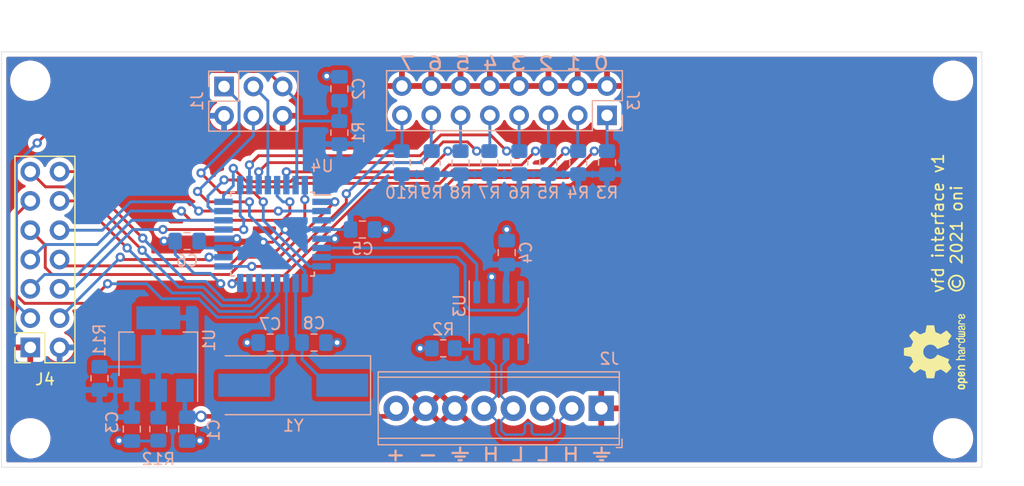
<source format=kicad_pcb>
(kicad_pcb (version 20171130) (host pcbnew 5.1.9+dfsg1-1)

  (general
    (thickness 1.6)
    (drawings 11)
    (tracks 375)
    (zones 0)
    (modules 33)
    (nets 35)
  )

  (page A4)
  (title_block
    (title "VFD Interface")
    (date 2021-03-04)
    (rev 1)
    (company "© 2021 oni")
  )

  (layers
    (0 F.Cu signal)
    (31 B.Cu signal)
    (32 B.Adhes user)
    (33 F.Adhes user)
    (34 B.Paste user)
    (35 F.Paste user)
    (36 B.SilkS user)
    (37 F.SilkS user)
    (38 B.Mask user)
    (39 F.Mask user)
    (40 Dwgs.User user)
    (41 Cmts.User user)
    (42 Eco1.User user)
    (43 Eco2.User user)
    (44 Edge.Cuts user)
    (45 Margin user)
    (46 B.CrtYd user)
    (47 F.CrtYd user)
    (48 B.Fab user hide)
    (49 F.Fab user hide)
  )

  (setup
    (last_trace_width 0.25)
    (trace_clearance 0.2)
    (zone_clearance 0.4)
    (zone_45_only no)
    (trace_min 0.2)
    (via_size 0.8)
    (via_drill 0.4)
    (via_min_size 0.4)
    (via_min_drill 0.3)
    (uvia_size 0.3)
    (uvia_drill 0.1)
    (uvias_allowed no)
    (uvia_min_size 0.2)
    (uvia_min_drill 0.1)
    (edge_width 0.05)
    (segment_width 0.2)
    (pcb_text_width 0.3)
    (pcb_text_size 1.5 1.5)
    (mod_edge_width 0.12)
    (mod_text_size 1 1)
    (mod_text_width 0.15)
    (pad_size 1.524 1.524)
    (pad_drill 0.762)
    (pad_to_mask_clearance 0)
    (aux_axis_origin 0 0)
    (visible_elements FFFFFF7F)
    (pcbplotparams
      (layerselection 0x010fc_ffffffff)
      (usegerberextensions false)
      (usegerberattributes true)
      (usegerberadvancedattributes true)
      (creategerberjobfile true)
      (excludeedgelayer true)
      (linewidth 0.100000)
      (plotframeref false)
      (viasonmask false)
      (mode 1)
      (useauxorigin false)
      (hpglpennumber 1)
      (hpglpenspeed 20)
      (hpglpendiameter 15.000000)
      (psnegative false)
      (psa4output false)
      (plotreference true)
      (plotvalue true)
      (plotinvisibletext false)
      (padsonsilk false)
      (subtractmaskfromsilk true)
      (outputformat 1)
      (mirror false)
      (drillshape 0)
      (scaleselection 1)
      (outputdirectory "plot"))
  )

  (net 0 "")
  (net 1 GND)
  (net 2 +12V)
  (net 3 /~RESET)
  (net 4 +5V)
  (net 5 "Net-(C7-Pad2)")
  (net 6 "Net-(C8-Pad2)")
  (net 7 /MOSI)
  (net 8 /SCK)
  (net 9 /MISO)
  (net 10 /CAN+)
  (net 11 /CAN-)
  (net 12 /BUTTON7)
  (net 13 /BUTTON6)
  (net 14 /BUTTON5)
  (net 15 /BUTTON4)
  (net 16 /BUTTON3)
  (net 17 /BUTTON2)
  (net 18 /BUTTON1)
  (net 19 /BUTTON0)
  (net 20 "Net-(R2-Pad1)")
  (net 21 /VFDDB7)
  (net 22 /VFDDB6)
  (net 23 /VFDDB5)
  (net 24 /VFDDB4)
  (net 25 /VFDDB3)
  (net 26 /VFDDB2)
  (net 27 /VFDDB1)
  (net 28 /VFDDB0)
  (net 29 /VFDE)
  (net 30 /VFDR~W)
  (net 31 /VFDRS)
  (net 32 /CANRX)
  (net 33 /CANTX)
  (net 34 "Net-(R11-Pad2)")

  (net_class Default "This is the default net class."
    (clearance 0.2)
    (trace_width 0.25)
    (via_dia 0.8)
    (via_drill 0.4)
    (uvia_dia 0.3)
    (uvia_drill 0.1)
    (add_net +5V)
    (add_net /BUTTON0)
    (add_net /BUTTON1)
    (add_net /BUTTON2)
    (add_net /BUTTON3)
    (add_net /BUTTON4)
    (add_net /BUTTON5)
    (add_net /BUTTON6)
    (add_net /BUTTON7)
    (add_net /CAN+)
    (add_net /CAN-)
    (add_net /CANRX)
    (add_net /CANTX)
    (add_net /MISO)
    (add_net /MOSI)
    (add_net /SCK)
    (add_net /VFDDB0)
    (add_net /VFDDB1)
    (add_net /VFDDB2)
    (add_net /VFDDB3)
    (add_net /VFDDB4)
    (add_net /VFDDB5)
    (add_net /VFDDB6)
    (add_net /VFDDB7)
    (add_net /VFDE)
    (add_net /VFDRS)
    (add_net /VFDR~W)
    (add_net /~RESET)
    (add_net GND)
    (add_net "Net-(C7-Pad2)")
    (add_net "Net-(C8-Pad2)")
    (add_net "Net-(R11-Pad2)")
    (add_net "Net-(R2-Pad1)")
    (add_net "Net-(U3-Pad5)")
    (add_net "Net-(U4-Pad21)")
  )

  (net_class Power ""
    (clearance 0.2)
    (trace_width 0.4)
    (via_dia 1)
    (via_drill 0.6)
    (uvia_dia 0.3)
    (uvia_drill 0.1)
    (add_net +12V)
  )

  (module Symbol:OSHW-Logo2_7.3x6mm_SilkScreen (layer F.Cu) (tedit 0) (tstamp 60407F83)
    (at 206 76 90)
    (descr "Open Source Hardware Symbol")
    (tags "Logo Symbol OSHW")
    (path /6046A7CD)
    (attr virtual)
    (fp_text reference LOGO1 (at 0 0 90) (layer F.SilkS) hide
      (effects (font (size 1 1) (thickness 0.15)))
    )
    (fp_text value Logo_Open_Hardware_Small (at 0.75 0 90) (layer F.Fab) hide
      (effects (font (size 1 1) (thickness 0.15)))
    )
    (fp_poly (pts (xy -2.400256 1.919918) (xy -2.344799 1.947568) (xy -2.295852 1.99848) (xy -2.282371 2.017338)
      (xy -2.267686 2.042015) (xy -2.258158 2.068816) (xy -2.252707 2.104587) (xy -2.250253 2.156169)
      (xy -2.249714 2.224267) (xy -2.252148 2.317588) (xy -2.260606 2.387657) (xy -2.276826 2.439931)
      (xy -2.302546 2.479869) (xy -2.339503 2.512929) (xy -2.342218 2.514886) (xy -2.37864 2.534908)
      (xy -2.422498 2.544815) (xy -2.478276 2.547257) (xy -2.568952 2.547257) (xy -2.56899 2.635283)
      (xy -2.569834 2.684308) (xy -2.574976 2.713065) (xy -2.588413 2.730311) (xy -2.614142 2.744808)
      (xy -2.620321 2.747769) (xy -2.649236 2.761648) (xy -2.671624 2.770414) (xy -2.688271 2.771171)
      (xy -2.699964 2.761023) (xy -2.70749 2.737073) (xy -2.711634 2.696426) (xy -2.713185 2.636186)
      (xy -2.712929 2.553455) (xy -2.711651 2.445339) (xy -2.711252 2.413) (xy -2.709815 2.301524)
      (xy -2.708528 2.228603) (xy -2.569029 2.228603) (xy -2.568245 2.290499) (xy -2.56476 2.330997)
      (xy -2.556876 2.357708) (xy -2.542895 2.378244) (xy -2.533403 2.38826) (xy -2.494596 2.417567)
      (xy -2.460237 2.419952) (xy -2.424784 2.39575) (xy -2.423886 2.394857) (xy -2.409461 2.376153)
      (xy -2.400687 2.350732) (xy -2.396261 2.311584) (xy -2.394882 2.251697) (xy -2.394857 2.23843)
      (xy -2.398188 2.155901) (xy -2.409031 2.098691) (xy -2.42866 2.063766) (xy -2.45835 2.048094)
      (xy -2.475509 2.046514) (xy -2.516234 2.053926) (xy -2.544168 2.07833) (xy -2.560983 2.12298)
      (xy -2.56835 2.19113) (xy -2.569029 2.228603) (xy -2.708528 2.228603) (xy -2.708292 2.215245)
      (xy -2.706323 2.150333) (xy -2.70355 2.102958) (xy -2.699612 2.06929) (xy -2.694151 2.045498)
      (xy -2.686808 2.027753) (xy -2.677223 2.012224) (xy -2.673113 2.006381) (xy -2.618595 1.951185)
      (xy -2.549664 1.91989) (xy -2.469928 1.911165) (xy -2.400256 1.919918)) (layer F.SilkS) (width 0.01))
    (fp_poly (pts (xy -1.283907 1.92778) (xy -1.237328 1.954723) (xy -1.204943 1.981466) (xy -1.181258 2.009484)
      (xy -1.164941 2.043748) (xy -1.154661 2.089227) (xy -1.149086 2.150892) (xy -1.146884 2.233711)
      (xy -1.146629 2.293246) (xy -1.146629 2.512391) (xy -1.208314 2.540044) (xy -1.27 2.567697)
      (xy -1.277257 2.32767) (xy -1.280256 2.238028) (xy -1.283402 2.172962) (xy -1.287299 2.128026)
      (xy -1.292553 2.09877) (xy -1.299769 2.080748) (xy -1.30955 2.069511) (xy -1.312688 2.067079)
      (xy -1.360239 2.048083) (xy -1.408303 2.0556) (xy -1.436914 2.075543) (xy -1.448553 2.089675)
      (xy -1.456609 2.10822) (xy -1.461729 2.136334) (xy -1.464559 2.179173) (xy -1.465744 2.241895)
      (xy -1.465943 2.307261) (xy -1.465982 2.389268) (xy -1.467386 2.447316) (xy -1.472086 2.486465)
      (xy -1.482013 2.51178) (xy -1.499097 2.528323) (xy -1.525268 2.541156) (xy -1.560225 2.554491)
      (xy -1.598404 2.569007) (xy -1.593859 2.311389) (xy -1.592029 2.218519) (xy -1.589888 2.149889)
      (xy -1.586819 2.100711) (xy -1.582206 2.066198) (xy -1.575432 2.041562) (xy -1.565881 2.022016)
      (xy -1.554366 2.00477) (xy -1.49881 1.94968) (xy -1.43102 1.917822) (xy -1.357287 1.910191)
      (xy -1.283907 1.92778)) (layer F.SilkS) (width 0.01))
    (fp_poly (pts (xy -2.958885 1.921962) (xy -2.890855 1.957733) (xy -2.840649 2.015301) (xy -2.822815 2.052312)
      (xy -2.808937 2.107882) (xy -2.801833 2.178096) (xy -2.80116 2.254727) (xy -2.806573 2.329552)
      (xy -2.81773 2.394342) (xy -2.834286 2.440873) (xy -2.839374 2.448887) (xy -2.899645 2.508707)
      (xy -2.971231 2.544535) (xy -3.048908 2.55502) (xy -3.127452 2.53881) (xy -3.149311 2.529092)
      (xy -3.191878 2.499143) (xy -3.229237 2.459433) (xy -3.232768 2.454397) (xy -3.247119 2.430124)
      (xy -3.256606 2.404178) (xy -3.26221 2.370022) (xy -3.264914 2.321119) (xy -3.265701 2.250935)
      (xy -3.265714 2.2352) (xy -3.265678 2.230192) (xy -3.120571 2.230192) (xy -3.119727 2.29643)
      (xy -3.116404 2.340386) (xy -3.109417 2.368779) (xy -3.097584 2.388325) (xy -3.091543 2.394857)
      (xy -3.056814 2.41968) (xy -3.023097 2.418548) (xy -2.989005 2.397016) (xy -2.968671 2.374029)
      (xy -2.956629 2.340478) (xy -2.949866 2.287569) (xy -2.949402 2.281399) (xy -2.948248 2.185513)
      (xy -2.960312 2.114299) (xy -2.98543 2.068194) (xy -3.02344 2.047635) (xy -3.037008 2.046514)
      (xy -3.072636 2.052152) (xy -3.097006 2.071686) (xy -3.111907 2.109042) (xy -3.119125 2.16815)
      (xy -3.120571 2.230192) (xy -3.265678 2.230192) (xy -3.265174 2.160413) (xy -3.262904 2.108159)
      (xy -3.257932 2.071949) (xy -3.249287 2.045299) (xy -3.235995 2.021722) (xy -3.233057 2.017338)
      (xy -3.183687 1.958249) (xy -3.129891 1.923947) (xy -3.064398 1.910331) (xy -3.042158 1.909665)
      (xy -2.958885 1.921962)) (layer F.SilkS) (width 0.01))
    (fp_poly (pts (xy -1.831697 1.931239) (xy -1.774473 1.969735) (xy -1.730251 2.025335) (xy -1.703833 2.096086)
      (xy -1.69849 2.148162) (xy -1.699097 2.169893) (xy -1.704178 2.186531) (xy -1.718145 2.201437)
      (xy -1.745411 2.217973) (xy -1.790388 2.239498) (xy -1.857489 2.269374) (xy -1.857829 2.269524)
      (xy -1.919593 2.297813) (xy -1.970241 2.322933) (xy -2.004596 2.342179) (xy -2.017482 2.352848)
      (xy -2.017486 2.352934) (xy -2.006128 2.376166) (xy -1.979569 2.401774) (xy -1.949077 2.420221)
      (xy -1.93363 2.423886) (xy -1.891485 2.411212) (xy -1.855192 2.379471) (xy -1.837483 2.344572)
      (xy -1.820448 2.318845) (xy -1.787078 2.289546) (xy -1.747851 2.264235) (xy -1.713244 2.250471)
      (xy -1.706007 2.249714) (xy -1.697861 2.26216) (xy -1.69737 2.293972) (xy -1.703357 2.336866)
      (xy -1.714643 2.382558) (xy -1.73005 2.422761) (xy -1.730829 2.424322) (xy -1.777196 2.489062)
      (xy -1.837289 2.533097) (xy -1.905535 2.554711) (xy -1.976362 2.552185) (xy -2.044196 2.523804)
      (xy -2.047212 2.521808) (xy -2.100573 2.473448) (xy -2.13566 2.410352) (xy -2.155078 2.327387)
      (xy -2.157684 2.304078) (xy -2.162299 2.194055) (xy -2.156767 2.142748) (xy -2.017486 2.142748)
      (xy -2.015676 2.174753) (xy -2.005778 2.184093) (xy -1.981102 2.177105) (xy -1.942205 2.160587)
      (xy -1.898725 2.139881) (xy -1.897644 2.139333) (xy -1.860791 2.119949) (xy -1.846 2.107013)
      (xy -1.849647 2.093451) (xy -1.865005 2.075632) (xy -1.904077 2.049845) (xy -1.946154 2.04795)
      (xy -1.983897 2.066717) (xy -2.009966 2.102915) (xy -2.017486 2.142748) (xy -2.156767 2.142748)
      (xy -2.152806 2.106027) (xy -2.12845 2.036212) (xy -2.094544 1.987302) (xy -2.033347 1.937878)
      (xy -1.965937 1.913359) (xy -1.89712 1.911797) (xy -1.831697 1.931239)) (layer F.SilkS) (width 0.01))
    (fp_poly (pts (xy -0.624114 1.851289) (xy -0.619861 1.910613) (xy -0.614975 1.945572) (xy -0.608205 1.96082)
      (xy -0.598298 1.961015) (xy -0.595086 1.959195) (xy -0.552356 1.946015) (xy -0.496773 1.946785)
      (xy -0.440263 1.960333) (xy -0.404918 1.977861) (xy -0.368679 2.005861) (xy -0.342187 2.037549)
      (xy -0.324001 2.077813) (xy -0.312678 2.131543) (xy -0.306778 2.203626) (xy -0.304857 2.298951)
      (xy -0.304823 2.317237) (xy -0.3048 2.522646) (xy -0.350509 2.53858) (xy -0.382973 2.54942)
      (xy -0.400785 2.554468) (xy -0.401309 2.554514) (xy -0.403063 2.540828) (xy -0.404556 2.503076)
      (xy -0.405674 2.446224) (xy -0.406303 2.375234) (xy -0.4064 2.332073) (xy -0.406602 2.246973)
      (xy -0.407642 2.185981) (xy -0.410169 2.144177) (xy -0.414836 2.116642) (xy -0.422293 2.098456)
      (xy -0.433189 2.084698) (xy -0.439993 2.078073) (xy -0.486728 2.051375) (xy -0.537728 2.049375)
      (xy -0.583999 2.071955) (xy -0.592556 2.080107) (xy -0.605107 2.095436) (xy -0.613812 2.113618)
      (xy -0.619369 2.139909) (xy -0.622474 2.179562) (xy -0.623824 2.237832) (xy -0.624114 2.318173)
      (xy -0.624114 2.522646) (xy -0.669823 2.53858) (xy -0.702287 2.54942) (xy -0.720099 2.554468)
      (xy -0.720623 2.554514) (xy -0.721963 2.540623) (xy -0.723172 2.501439) (xy -0.724199 2.4407)
      (xy -0.724998 2.362141) (xy -0.725519 2.269498) (xy -0.725714 2.166509) (xy -0.725714 1.769342)
      (xy -0.678543 1.749444) (xy -0.631371 1.729547) (xy -0.624114 1.851289)) (layer F.SilkS) (width 0.01))
    (fp_poly (pts (xy 0.039744 1.950968) (xy 0.096616 1.972087) (xy 0.097267 1.972493) (xy 0.13244 1.99838)
      (xy 0.158407 2.028633) (xy 0.17667 2.068058) (xy 0.188732 2.121462) (xy 0.196096 2.193651)
      (xy 0.200264 2.289432) (xy 0.200629 2.303078) (xy 0.205876 2.508842) (xy 0.161716 2.531678)
      (xy 0.129763 2.54711) (xy 0.11047 2.554423) (xy 0.109578 2.554514) (xy 0.106239 2.541022)
      (xy 0.103587 2.504626) (xy 0.101956 2.451452) (xy 0.1016 2.408393) (xy 0.101592 2.338641)
      (xy 0.098403 2.294837) (xy 0.087288 2.273944) (xy 0.063501 2.272925) (xy 0.022296 2.288741)
      (xy -0.039914 2.317815) (xy -0.085659 2.341963) (xy -0.109187 2.362913) (xy -0.116104 2.385747)
      (xy -0.116114 2.386877) (xy -0.104701 2.426212) (xy -0.070908 2.447462) (xy -0.019191 2.450539)
      (xy 0.018061 2.450006) (xy 0.037703 2.460735) (xy 0.049952 2.486505) (xy 0.057002 2.519337)
      (xy 0.046842 2.537966) (xy 0.043017 2.540632) (xy 0.007001 2.55134) (xy -0.043434 2.552856)
      (xy -0.095374 2.545759) (xy -0.132178 2.532788) (xy -0.183062 2.489585) (xy -0.211986 2.429446)
      (xy -0.217714 2.382462) (xy -0.213343 2.340082) (xy -0.197525 2.305488) (xy -0.166203 2.274763)
      (xy -0.115322 2.24399) (xy -0.040824 2.209252) (xy -0.036286 2.207288) (xy 0.030821 2.176287)
      (xy 0.072232 2.150862) (xy 0.089981 2.128014) (xy 0.086107 2.104745) (xy 0.062643 2.078056)
      (xy 0.055627 2.071914) (xy 0.00863 2.0481) (xy -0.040067 2.049103) (xy -0.082478 2.072451)
      (xy -0.110616 2.115675) (xy -0.113231 2.12416) (xy -0.138692 2.165308) (xy -0.170999 2.185128)
      (xy -0.217714 2.20477) (xy -0.217714 2.15395) (xy -0.203504 2.080082) (xy -0.161325 2.012327)
      (xy -0.139376 1.989661) (xy -0.089483 1.960569) (xy -0.026033 1.9474) (xy 0.039744 1.950968)) (layer F.SilkS) (width 0.01))
    (fp_poly (pts (xy 0.529926 1.949755) (xy 0.595858 1.974084) (xy 0.649273 2.017117) (xy 0.670164 2.047409)
      (xy 0.692939 2.102994) (xy 0.692466 2.143186) (xy 0.668562 2.170217) (xy 0.659717 2.174813)
      (xy 0.62153 2.189144) (xy 0.602028 2.185472) (xy 0.595422 2.161407) (xy 0.595086 2.148114)
      (xy 0.582992 2.09921) (xy 0.551471 2.064999) (xy 0.507659 2.048476) (xy 0.458695 2.052634)
      (xy 0.418894 2.074227) (xy 0.40545 2.086544) (xy 0.395921 2.101487) (xy 0.389485 2.124075)
      (xy 0.385317 2.159328) (xy 0.382597 2.212266) (xy 0.380502 2.287907) (xy 0.37996 2.311857)
      (xy 0.377981 2.39379) (xy 0.375731 2.451455) (xy 0.372357 2.489608) (xy 0.367006 2.513004)
      (xy 0.358824 2.526398) (xy 0.346959 2.534545) (xy 0.339362 2.538144) (xy 0.307102 2.550452)
      (xy 0.288111 2.554514) (xy 0.281836 2.540948) (xy 0.278006 2.499934) (xy 0.2766 2.430999)
      (xy 0.277598 2.333669) (xy 0.277908 2.318657) (xy 0.280101 2.229859) (xy 0.282693 2.165019)
      (xy 0.286382 2.119067) (xy 0.291864 2.086935) (xy 0.299835 2.063553) (xy 0.310993 2.043852)
      (xy 0.31683 2.03541) (xy 0.350296 1.998057) (xy 0.387727 1.969003) (xy 0.392309 1.966467)
      (xy 0.459426 1.946443) (xy 0.529926 1.949755)) (layer F.SilkS) (width 0.01))
    (fp_poly (pts (xy 1.190117 2.065358) (xy 1.189933 2.173837) (xy 1.189219 2.257287) (xy 1.187675 2.319704)
      (xy 1.185001 2.365085) (xy 1.180894 2.397429) (xy 1.175055 2.420733) (xy 1.167182 2.438995)
      (xy 1.161221 2.449418) (xy 1.111855 2.505945) (xy 1.049264 2.541377) (xy 0.980013 2.55409)
      (xy 0.910668 2.542463) (xy 0.869375 2.521568) (xy 0.826025 2.485422) (xy 0.796481 2.441276)
      (xy 0.778655 2.383462) (xy 0.770463 2.306313) (xy 0.769302 2.249714) (xy 0.769458 2.245647)
      (xy 0.870857 2.245647) (xy 0.871476 2.31055) (xy 0.874314 2.353514) (xy 0.88084 2.381622)
      (xy 0.892523 2.401953) (xy 0.906483 2.417288) (xy 0.953365 2.44689) (xy 1.003701 2.449419)
      (xy 1.051276 2.424705) (xy 1.054979 2.421356) (xy 1.070783 2.403935) (xy 1.080693 2.383209)
      (xy 1.086058 2.352362) (xy 1.088228 2.304577) (xy 1.088571 2.251748) (xy 1.087827 2.185381)
      (xy 1.084748 2.141106) (xy 1.078061 2.112009) (xy 1.066496 2.091173) (xy 1.057013 2.080107)
      (xy 1.01296 2.052198) (xy 0.962224 2.048843) (xy 0.913796 2.070159) (xy 0.90445 2.078073)
      (xy 0.88854 2.095647) (xy 0.87861 2.116587) (xy 0.873278 2.147782) (xy 0.871163 2.196122)
      (xy 0.870857 2.245647) (xy 0.769458 2.245647) (xy 0.77281 2.158568) (xy 0.784726 2.090086)
      (xy 0.807135 2.0386) (xy 0.842124 1.998443) (xy 0.869375 1.977861) (xy 0.918907 1.955625)
      (xy 0.976316 1.945304) (xy 1.029682 1.948067) (xy 1.059543 1.959212) (xy 1.071261 1.962383)
      (xy 1.079037 1.950557) (xy 1.084465 1.918866) (xy 1.088571 1.870593) (xy 1.093067 1.816829)
      (xy 1.099313 1.784482) (xy 1.110676 1.765985) (xy 1.130528 1.75377) (xy 1.143 1.748362)
      (xy 1.190171 1.728601) (xy 1.190117 2.065358)) (layer F.SilkS) (width 0.01))
    (fp_poly (pts (xy 1.779833 1.958663) (xy 1.782048 1.99685) (xy 1.783784 2.054886) (xy 1.784899 2.12818)
      (xy 1.785257 2.205055) (xy 1.785257 2.465196) (xy 1.739326 2.511127) (xy 1.707675 2.539429)
      (xy 1.67989 2.550893) (xy 1.641915 2.550168) (xy 1.62684 2.548321) (xy 1.579726 2.542948)
      (xy 1.540756 2.539869) (xy 1.531257 2.539585) (xy 1.499233 2.541445) (xy 1.453432 2.546114)
      (xy 1.435674 2.548321) (xy 1.392057 2.551735) (xy 1.362745 2.54432) (xy 1.33368 2.521427)
      (xy 1.323188 2.511127) (xy 1.277257 2.465196) (xy 1.277257 1.978602) (xy 1.314226 1.961758)
      (xy 1.346059 1.949282) (xy 1.364683 1.944914) (xy 1.369458 1.958718) (xy 1.373921 1.997286)
      (xy 1.377775 2.056356) (xy 1.380722 2.131663) (xy 1.382143 2.195286) (xy 1.386114 2.445657)
      (xy 1.420759 2.450556) (xy 1.452268 2.447131) (xy 1.467708 2.436041) (xy 1.472023 2.415308)
      (xy 1.475708 2.371145) (xy 1.478469 2.309146) (xy 1.480012 2.234909) (xy 1.480235 2.196706)
      (xy 1.480457 1.976783) (xy 1.526166 1.960849) (xy 1.558518 1.950015) (xy 1.576115 1.944962)
      (xy 1.576623 1.944914) (xy 1.578388 1.958648) (xy 1.580329 1.99673) (xy 1.582282 2.054482)
      (xy 1.584084 2.127227) (xy 1.585343 2.195286) (xy 1.589314 2.445657) (xy 1.6764 2.445657)
      (xy 1.680396 2.21724) (xy 1.684392 1.988822) (xy 1.726847 1.966868) (xy 1.758192 1.951793)
      (xy 1.776744 1.944951) (xy 1.777279 1.944914) (xy 1.779833 1.958663)) (layer F.SilkS) (width 0.01))
    (fp_poly (pts (xy 2.144876 1.956335) (xy 2.186667 1.975344) (xy 2.219469 1.998378) (xy 2.243503 2.024133)
      (xy 2.260097 2.057358) (xy 2.270577 2.1028) (xy 2.276271 2.165207) (xy 2.278507 2.249327)
      (xy 2.278743 2.304721) (xy 2.278743 2.520826) (xy 2.241774 2.53767) (xy 2.212656 2.549981)
      (xy 2.198231 2.554514) (xy 2.195472 2.541025) (xy 2.193282 2.504653) (xy 2.191942 2.451542)
      (xy 2.191657 2.409372) (xy 2.190434 2.348447) (xy 2.187136 2.300115) (xy 2.182321 2.270518)
      (xy 2.178496 2.264229) (xy 2.152783 2.270652) (xy 2.112418 2.287125) (xy 2.065679 2.309458)
      (xy 2.020845 2.333457) (xy 1.986193 2.35493) (xy 1.970002 2.369685) (xy 1.969938 2.369845)
      (xy 1.97133 2.397152) (xy 1.983818 2.423219) (xy 2.005743 2.444392) (xy 2.037743 2.451474)
      (xy 2.065092 2.450649) (xy 2.103826 2.450042) (xy 2.124158 2.459116) (xy 2.136369 2.483092)
      (xy 2.137909 2.487613) (xy 2.143203 2.521806) (xy 2.129047 2.542568) (xy 2.092148 2.552462)
      (xy 2.052289 2.554292) (xy 1.980562 2.540727) (xy 1.943432 2.521355) (xy 1.897576 2.475845)
      (xy 1.873256 2.419983) (xy 1.871073 2.360957) (xy 1.891629 2.305953) (xy 1.922549 2.271486)
      (xy 1.95342 2.252189) (xy 2.001942 2.227759) (xy 2.058485 2.202985) (xy 2.06791 2.199199)
      (xy 2.130019 2.171791) (xy 2.165822 2.147634) (xy 2.177337 2.123619) (xy 2.16658 2.096635)
      (xy 2.148114 2.075543) (xy 2.104469 2.049572) (xy 2.056446 2.047624) (xy 2.012406 2.067637)
      (xy 1.980709 2.107551) (xy 1.976549 2.117848) (xy 1.952327 2.155724) (xy 1.916965 2.183842)
      (xy 1.872343 2.206917) (xy 1.872343 2.141485) (xy 1.874969 2.101506) (xy 1.88623 2.069997)
      (xy 1.911199 2.036378) (xy 1.935169 2.010484) (xy 1.972441 1.973817) (xy 2.001401 1.954121)
      (xy 2.032505 1.94622) (xy 2.067713 1.944914) (xy 2.144876 1.956335)) (layer F.SilkS) (width 0.01))
    (fp_poly (pts (xy 2.6526 1.958752) (xy 2.669948 1.966334) (xy 2.711356 1.999128) (xy 2.746765 2.046547)
      (xy 2.768664 2.097151) (xy 2.772229 2.122098) (xy 2.760279 2.156927) (xy 2.734067 2.175357)
      (xy 2.705964 2.186516) (xy 2.693095 2.188572) (xy 2.686829 2.173649) (xy 2.674456 2.141175)
      (xy 2.669028 2.126502) (xy 2.63859 2.075744) (xy 2.59452 2.050427) (xy 2.53801 2.051206)
      (xy 2.533825 2.052203) (xy 2.503655 2.066507) (xy 2.481476 2.094393) (xy 2.466327 2.139287)
      (xy 2.45725 2.204615) (xy 2.453286 2.293804) (xy 2.452914 2.341261) (xy 2.45273 2.416071)
      (xy 2.451522 2.467069) (xy 2.448309 2.499471) (xy 2.442109 2.518495) (xy 2.43194 2.529356)
      (xy 2.416819 2.537272) (xy 2.415946 2.53767) (xy 2.386828 2.549981) (xy 2.372403 2.554514)
      (xy 2.370186 2.540809) (xy 2.368289 2.502925) (xy 2.366847 2.445715) (xy 2.365998 2.374027)
      (xy 2.365829 2.321565) (xy 2.366692 2.220047) (xy 2.37007 2.143032) (xy 2.377142 2.086023)
      (xy 2.389088 2.044526) (xy 2.40709 2.014043) (xy 2.432327 1.99008) (xy 2.457247 1.973355)
      (xy 2.517171 1.951097) (xy 2.586911 1.946076) (xy 2.6526 1.958752)) (layer F.SilkS) (width 0.01))
    (fp_poly (pts (xy 3.153595 1.966966) (xy 3.211021 2.004497) (xy 3.238719 2.038096) (xy 3.260662 2.099064)
      (xy 3.262405 2.147308) (xy 3.258457 2.211816) (xy 3.109686 2.276934) (xy 3.037349 2.310202)
      (xy 2.990084 2.336964) (xy 2.965507 2.360144) (xy 2.961237 2.382667) (xy 2.974889 2.407455)
      (xy 2.989943 2.423886) (xy 3.033746 2.450235) (xy 3.081389 2.452081) (xy 3.125145 2.431546)
      (xy 3.157289 2.390752) (xy 3.163038 2.376347) (xy 3.190576 2.331356) (xy 3.222258 2.312182)
      (xy 3.265714 2.295779) (xy 3.265714 2.357966) (xy 3.261872 2.400283) (xy 3.246823 2.435969)
      (xy 3.21528 2.476943) (xy 3.210592 2.482267) (xy 3.175506 2.51872) (xy 3.145347 2.538283)
      (xy 3.107615 2.547283) (xy 3.076335 2.55023) (xy 3.020385 2.550965) (xy 2.980555 2.54166)
      (xy 2.955708 2.527846) (xy 2.916656 2.497467) (xy 2.889625 2.464613) (xy 2.872517 2.423294)
      (xy 2.863238 2.367521) (xy 2.859693 2.291305) (xy 2.85941 2.252622) (xy 2.860372 2.206247)
      (xy 2.948007 2.206247) (xy 2.949023 2.231126) (xy 2.951556 2.2352) (xy 2.968274 2.229665)
      (xy 3.004249 2.215017) (xy 3.052331 2.19419) (xy 3.062386 2.189714) (xy 3.123152 2.158814)
      (xy 3.156632 2.131657) (xy 3.16399 2.10622) (xy 3.146391 2.080481) (xy 3.131856 2.069109)
      (xy 3.07941 2.046364) (xy 3.030322 2.050122) (xy 2.989227 2.077884) (xy 2.960758 2.127152)
      (xy 2.951631 2.166257) (xy 2.948007 2.206247) (xy 2.860372 2.206247) (xy 2.861285 2.162249)
      (xy 2.868196 2.095384) (xy 2.881884 2.046695) (xy 2.904096 2.010849) (xy 2.936574 1.982513)
      (xy 2.950733 1.973355) (xy 3.015053 1.949507) (xy 3.085473 1.948006) (xy 3.153595 1.966966)) (layer F.SilkS) (width 0.01))
    (fp_poly (pts (xy 0.10391 -2.757652) (xy 0.182454 -2.757222) (xy 0.239298 -2.756058) (xy 0.278105 -2.753793)
      (xy 0.302538 -2.75006) (xy 0.316262 -2.744494) (xy 0.32294 -2.736727) (xy 0.326236 -2.726395)
      (xy 0.326556 -2.725057) (xy 0.331562 -2.700921) (xy 0.340829 -2.653299) (xy 0.353392 -2.587259)
      (xy 0.368287 -2.507872) (xy 0.384551 -2.420204) (xy 0.385119 -2.417125) (xy 0.40141 -2.331211)
      (xy 0.416652 -2.255304) (xy 0.429861 -2.193955) (xy 0.440054 -2.151718) (xy 0.446248 -2.133145)
      (xy 0.446543 -2.132816) (xy 0.464788 -2.123747) (xy 0.502405 -2.108633) (xy 0.551271 -2.090738)
      (xy 0.551543 -2.090642) (xy 0.613093 -2.067507) (xy 0.685657 -2.038035) (xy 0.754057 -2.008403)
      (xy 0.757294 -2.006938) (xy 0.868702 -1.956374) (xy 1.115399 -2.12484) (xy 1.191077 -2.176197)
      (xy 1.259631 -2.222111) (xy 1.317088 -2.25997) (xy 1.359476 -2.287163) (xy 1.382825 -2.301079)
      (xy 1.385042 -2.302111) (xy 1.40201 -2.297516) (xy 1.433701 -2.275345) (xy 1.481352 -2.234553)
      (xy 1.546198 -2.174095) (xy 1.612397 -2.109773) (xy 1.676214 -2.046388) (xy 1.733329 -1.988549)
      (xy 1.780305 -1.939825) (xy 1.813703 -1.90379) (xy 1.830085 -1.884016) (xy 1.830694 -1.882998)
      (xy 1.832505 -1.869428) (xy 1.825683 -1.847267) (xy 1.80854 -1.813522) (xy 1.779393 -1.7652)
      (xy 1.736555 -1.699308) (xy 1.679448 -1.614483) (xy 1.628766 -1.539823) (xy 1.583461 -1.47286)
      (xy 1.54615 -1.417484) (xy 1.519452 -1.37758) (xy 1.505985 -1.357038) (xy 1.505137 -1.355644)
      (xy 1.506781 -1.335962) (xy 1.519245 -1.297707) (xy 1.540048 -1.248111) (xy 1.547462 -1.232272)
      (xy 1.579814 -1.16171) (xy 1.614328 -1.081647) (xy 1.642365 -1.012371) (xy 1.662568 -0.960955)
      (xy 1.678615 -0.921881) (xy 1.687888 -0.901459) (xy 1.689041 -0.899886) (xy 1.706096 -0.897279)
      (xy 1.746298 -0.890137) (xy 1.804302 -0.879477) (xy 1.874763 -0.866315) (xy 1.952335 -0.851667)
      (xy 2.031672 -0.836551) (xy 2.107431 -0.821982) (xy 2.174264 -0.808978) (xy 2.226828 -0.798555)
      (xy 2.259776 -0.79173) (xy 2.267857 -0.789801) (xy 2.276205 -0.785038) (xy 2.282506 -0.774282)
      (xy 2.287045 -0.753902) (xy 2.290104 -0.720266) (xy 2.291967 -0.669745) (xy 2.292918 -0.598708)
      (xy 2.29324 -0.503524) (xy 2.293257 -0.464508) (xy 2.293257 -0.147201) (xy 2.217057 -0.132161)
      (xy 2.174663 -0.124005) (xy 2.1114 -0.112101) (xy 2.034962 -0.097884) (xy 1.953043 -0.08279)
      (xy 1.9304 -0.078645) (xy 1.854806 -0.063947) (xy 1.788953 -0.049495) (xy 1.738366 -0.036625)
      (xy 1.708574 -0.026678) (xy 1.703612 -0.023713) (xy 1.691426 -0.002717) (xy 1.673953 0.037967)
      (xy 1.654577 0.090322) (xy 1.650734 0.1016) (xy 1.625339 0.171523) (xy 1.593817 0.250418)
      (xy 1.562969 0.321266) (xy 1.562817 0.321595) (xy 1.511447 0.432733) (xy 1.680399 0.681253)
      (xy 1.849352 0.929772) (xy 1.632429 1.147058) (xy 1.566819 1.211726) (xy 1.506979 1.268733)
      (xy 1.456267 1.315033) (xy 1.418046 1.347584) (xy 1.395675 1.363343) (xy 1.392466 1.364343)
      (xy 1.373626 1.356469) (xy 1.33518 1.334578) (xy 1.28133 1.301267) (xy 1.216276 1.259131)
      (xy 1.14594 1.211943) (xy 1.074555 1.16381) (xy 1.010908 1.121928) (xy 0.959041 1.088871)
      (xy 0.922995 1.067218) (xy 0.906867 1.059543) (xy 0.887189 1.066037) (xy 0.849875 1.08315)
      (xy 0.802621 1.107326) (xy 0.797612 1.110013) (xy 0.733977 1.141927) (xy 0.690341 1.157579)
      (xy 0.663202 1.157745) (xy 0.649057 1.143204) (xy 0.648975 1.143) (xy 0.641905 1.125779)
      (xy 0.625042 1.084899) (xy 0.599695 1.023525) (xy 0.567171 0.944819) (xy 0.528778 0.851947)
      (xy 0.485822 0.748072) (xy 0.444222 0.647502) (xy 0.398504 0.536516) (xy 0.356526 0.433703)
      (xy 0.319548 0.342215) (xy 0.288827 0.265201) (xy 0.265622 0.205815) (xy 0.25119 0.167209)
      (xy 0.246743 0.1528) (xy 0.257896 0.136272) (xy 0.287069 0.10993) (xy 0.325971 0.080887)
      (xy 0.436757 -0.010961) (xy 0.523351 -0.116241) (xy 0.584716 -0.232734) (xy 0.619815 -0.358224)
      (xy 0.627608 -0.490493) (xy 0.621943 -0.551543) (xy 0.591078 -0.678205) (xy 0.53792 -0.790059)
      (xy 0.465767 -0.885999) (xy 0.377917 -0.964924) (xy 0.277665 -1.02573) (xy 0.16831 -1.067313)
      (xy 0.053147 -1.088572) (xy -0.064525 -1.088401) (xy -0.18141 -1.065699) (xy -0.294211 -1.019362)
      (xy -0.399631 -0.948287) (xy -0.443632 -0.908089) (xy -0.528021 -0.804871) (xy -0.586778 -0.692075)
      (xy -0.620296 -0.57299) (xy -0.628965 -0.450905) (xy -0.613177 -0.329107) (xy -0.573322 -0.210884)
      (xy -0.509793 -0.099525) (xy -0.422979 0.001684) (xy -0.325971 0.080887) (xy -0.285563 0.111162)
      (xy -0.257018 0.137219) (xy -0.246743 0.152825) (xy -0.252123 0.169843) (xy -0.267425 0.2105)
      (xy -0.291388 0.271642) (xy -0.322756 0.350119) (xy -0.360268 0.44278) (xy -0.402667 0.546472)
      (xy -0.444337 0.647526) (xy -0.49031 0.758607) (xy -0.532893 0.861541) (xy -0.570779 0.953165)
      (xy -0.60266 1.030316) (xy -0.627229 1.089831) (xy -0.64318 1.128544) (xy -0.64909 1.143)
      (xy -0.663052 1.157685) (xy -0.69006 1.157642) (xy -0.733587 1.142099) (xy -0.79711 1.110284)
      (xy -0.797612 1.110013) (xy -0.84544 1.085323) (xy -0.884103 1.067338) (xy -0.905905 1.059614)
      (xy -0.906867 1.059543) (xy -0.923279 1.067378) (xy -0.959513 1.089165) (xy -1.011526 1.122328)
      (xy -1.075275 1.164291) (xy -1.14594 1.211943) (xy -1.217884 1.260191) (xy -1.282726 1.302151)
      (xy -1.336265 1.335227) (xy -1.374303 1.356821) (xy -1.392467 1.364343) (xy -1.409192 1.354457)
      (xy -1.44282 1.326826) (xy -1.48999 1.284495) (xy -1.547342 1.230505) (xy -1.611516 1.167899)
      (xy -1.632503 1.146983) (xy -1.849501 0.929623) (xy -1.684332 0.68722) (xy -1.634136 0.612781)
      (xy -1.590081 0.545972) (xy -1.554638 0.490665) (xy -1.530281 0.450729) (xy -1.519478 0.430036)
      (xy -1.519162 0.428563) (xy -1.524857 0.409058) (xy -1.540174 0.369822) (xy -1.562463 0.31743)
      (xy -1.578107 0.282355) (xy -1.607359 0.215201) (xy -1.634906 0.147358) (xy -1.656263 0.090034)
      (xy -1.662065 0.072572) (xy -1.678548 0.025938) (xy -1.69466 -0.010095) (xy -1.70351 -0.023713)
      (xy -1.72304 -0.032048) (xy -1.765666 -0.043863) (xy -1.825855 -0.057819) (xy -1.898078 -0.072578)
      (xy -1.9304 -0.078645) (xy -2.012478 -0.093727) (xy -2.091205 -0.108331) (xy -2.158891 -0.12102)
      (xy -2.20784 -0.130358) (xy -2.217057 -0.132161) (xy -2.293257 -0.147201) (xy -2.293257 -0.464508)
      (xy -2.293086 -0.568846) (xy -2.292384 -0.647787) (xy -2.290866 -0.704962) (xy -2.288251 -0.744001)
      (xy -2.284254 -0.768535) (xy -2.278591 -0.782195) (xy -2.27098 -0.788611) (xy -2.267857 -0.789801)
      (xy -2.249022 -0.79402) (xy -2.207412 -0.802438) (xy -2.14837 -0.814039) (xy -2.077243 -0.827805)
      (xy -1.999375 -0.84272) (xy -1.920113 -0.857768) (xy -1.844802 -0.871931) (xy -1.778787 -0.884194)
      (xy -1.727413 -0.893539) (xy -1.696025 -0.89895) (xy -1.689041 -0.899886) (xy -1.682715 -0.912404)
      (xy -1.66871 -0.945754) (xy -1.649645 -0.993623) (xy -1.642366 -1.012371) (xy -1.613004 -1.084805)
      (xy -1.578429 -1.16483) (xy -1.547463 -1.232272) (xy -1.524677 -1.283841) (xy -1.509518 -1.326215)
      (xy -1.504458 -1.352166) (xy -1.505264 -1.355644) (xy -1.515959 -1.372064) (xy -1.54038 -1.408583)
      (xy -1.575905 -1.461313) (xy -1.619913 -1.526365) (xy -1.669783 -1.599849) (xy -1.679644 -1.614355)
      (xy -1.737508 -1.700296) (xy -1.780044 -1.765739) (xy -1.808946 -1.813696) (xy -1.82591 -1.84718)
      (xy -1.832633 -1.869205) (xy -1.83081 -1.882783) (xy -1.830764 -1.882869) (xy -1.816414 -1.900703)
      (xy -1.784677 -1.935183) (xy -1.73899 -1.982732) (xy -1.682796 -2.039778) (xy -1.619532 -2.102745)
      (xy -1.612398 -2.109773) (xy -1.53267 -2.18698) (xy -1.471143 -2.24367) (xy -1.426579 -2.28089)
      (xy -1.397743 -2.299685) (xy -1.385042 -2.302111) (xy -1.366506 -2.291529) (xy -1.328039 -2.267084)
      (xy -1.273614 -2.231388) (xy -1.207202 -2.187053) (xy -1.132775 -2.136689) (xy -1.115399 -2.12484)
      (xy -0.868703 -1.956374) (xy -0.757294 -2.006938) (xy -0.689543 -2.036405) (xy -0.616817 -2.066041)
      (xy -0.554297 -2.08967) (xy -0.551543 -2.090642) (xy -0.50264 -2.108543) (xy -0.464943 -2.12368)
      (xy -0.446575 -2.13279) (xy -0.446544 -2.132816) (xy -0.440715 -2.149283) (xy -0.430808 -2.189781)
      (xy -0.417805 -2.249758) (xy -0.402691 -2.32466) (xy -0.386448 -2.409936) (xy -0.385119 -2.417125)
      (xy -0.368825 -2.504986) (xy -0.353867 -2.58474) (xy -0.341209 -2.651319) (xy -0.331814 -2.699653)
      (xy -0.326646 -2.724675) (xy -0.326556 -2.725057) (xy -0.323411 -2.735701) (xy -0.317296 -2.743738)
      (xy -0.304547 -2.749533) (xy -0.2815 -2.753453) (xy -0.244491 -2.755865) (xy -0.189856 -2.757135)
      (xy -0.113933 -2.757629) (xy -0.013056 -2.757714) (xy 0 -2.757714) (xy 0.10391 -2.757652)) (layer F.SilkS) (width 0.01))
  )

  (module Package_QFP:TQFP-32_7x7mm_P0.8mm (layer B.Cu) (tedit 5A02F146) (tstamp 604018FB)
    (at 148.5 65.8 180)
    (descr "32-Lead Plastic Thin Quad Flatpack (PT) - 7x7x1.0 mm Body, 2.00 mm [TQFP] (see Microchip Packaging Specification 00000049BS.pdf)")
    (tags "QFP 0.8")
    (path /603EAA33)
    (attr smd)
    (fp_text reference U4 (at -4.3 5.9) (layer B.SilkS)
      (effects (font (size 1 1) (thickness 0.15)) (justify mirror))
    )
    (fp_text value ATmega32M1-AU (at 0 -6.05) (layer B.Fab)
      (effects (font (size 1 1) (thickness 0.15)) (justify mirror))
    )
    (fp_line (start -2.5 3.5) (end 3.5 3.5) (layer B.Fab) (width 0.15))
    (fp_line (start 3.5 3.5) (end 3.5 -3.5) (layer B.Fab) (width 0.15))
    (fp_line (start 3.5 -3.5) (end -3.5 -3.5) (layer B.Fab) (width 0.15))
    (fp_line (start -3.5 -3.5) (end -3.5 2.5) (layer B.Fab) (width 0.15))
    (fp_line (start -3.5 2.5) (end -2.5 3.5) (layer B.Fab) (width 0.15))
    (fp_line (start -5.3 5.3) (end -5.3 -5.3) (layer B.CrtYd) (width 0.05))
    (fp_line (start 5.3 5.3) (end 5.3 -5.3) (layer B.CrtYd) (width 0.05))
    (fp_line (start -5.3 5.3) (end 5.3 5.3) (layer B.CrtYd) (width 0.05))
    (fp_line (start -5.3 -5.3) (end 5.3 -5.3) (layer B.CrtYd) (width 0.05))
    (fp_line (start -3.625 3.625) (end -3.625 3.4) (layer B.SilkS) (width 0.15))
    (fp_line (start 3.625 3.625) (end 3.625 3.3) (layer B.SilkS) (width 0.15))
    (fp_line (start 3.625 -3.625) (end 3.625 -3.3) (layer B.SilkS) (width 0.15))
    (fp_line (start -3.625 -3.625) (end -3.625 -3.3) (layer B.SilkS) (width 0.15))
    (fp_line (start -3.625 3.625) (end -3.3 3.625) (layer B.SilkS) (width 0.15))
    (fp_line (start -3.625 -3.625) (end -3.3 -3.625) (layer B.SilkS) (width 0.15))
    (fp_line (start 3.625 -3.625) (end 3.3 -3.625) (layer B.SilkS) (width 0.15))
    (fp_line (start 3.625 3.625) (end 3.3 3.625) (layer B.SilkS) (width 0.15))
    (fp_line (start -3.625 3.4) (end -5.05 3.4) (layer B.SilkS) (width 0.15))
    (fp_text user %R (at 0 0) (layer B.Fab)
      (effects (font (size 1 1) (thickness 0.15)) (justify mirror))
    )
    (pad 32 smd rect (at -2.8 4.25 90) (size 1.6 0.55) (layers B.Cu B.Paste B.Mask)
      (net 27 /VFDDB1))
    (pad 31 smd rect (at -2 4.25 90) (size 1.6 0.55) (layers B.Cu B.Paste B.Mask)
      (net 3 /~RESET))
    (pad 30 smd rect (at -1.2 4.25 90) (size 1.6 0.55) (layers B.Cu B.Paste B.Mask)
      (net 14 /BUTTON5))
    (pad 29 smd rect (at -0.4 4.25 90) (size 1.6 0.55) (layers B.Cu B.Paste B.Mask)
      (net 28 /VFDDB0))
    (pad 28 smd rect (at 0.4 4.25 90) (size 1.6 0.55) (layers B.Cu B.Paste B.Mask)
      (net 8 /SCK))
    (pad 27 smd rect (at 1.2 4.25 90) (size 1.6 0.55) (layers B.Cu B.Paste B.Mask)
      (net 15 /BUTTON4))
    (pad 26 smd rect (at 2 4.25 90) (size 1.6 0.55) (layers B.Cu B.Paste B.Mask)
      (net 16 /BUTTON3))
    (pad 25 smd rect (at 2.8 4.25 90) (size 1.6 0.55) (layers B.Cu B.Paste B.Mask)
      (net 29 /VFDE))
    (pad 24 smd rect (at 4.25 2.8 180) (size 1.6 0.55) (layers B.Cu B.Paste B.Mask)
      (net 17 /BUTTON2))
    (pad 23 smd rect (at 4.25 2 180) (size 1.6 0.55) (layers B.Cu B.Paste B.Mask)
      (net 18 /BUTTON1))
    (pad 22 smd rect (at 4.25 1.2 180) (size 1.6 0.55) (layers B.Cu B.Paste B.Mask)
      (net 30 /VFDR~W))
    (pad 21 smd rect (at 4.25 0.4 180) (size 1.6 0.55) (layers B.Cu B.Paste B.Mask))
    (pad 20 smd rect (at 4.25 -0.4 180) (size 1.6 0.55) (layers B.Cu B.Paste B.Mask)
      (net 1 GND))
    (pad 19 smd rect (at 4.25 -1.2 180) (size 1.6 0.55) (layers B.Cu B.Paste B.Mask)
      (net 4 +5V))
    (pad 18 smd rect (at 4.25 -2 180) (size 1.6 0.55) (layers B.Cu B.Paste B.Mask)
      (net 31 /VFDRS))
    (pad 17 smd rect (at 4.25 -2.8 180) (size 1.6 0.55) (layers B.Cu B.Paste B.Mask)
      (net 12 /BUTTON7))
    (pad 16 smd rect (at 2.8 -4.25 90) (size 1.6 0.55) (layers B.Cu B.Paste B.Mask)
      (net 19 /BUTTON0))
    (pad 15 smd rect (at 2 -4.25 90) (size 1.6 0.55) (layers B.Cu B.Paste B.Mask)
      (net 21 /VFDDB7))
    (pad 14 smd rect (at 1.2 -4.25 90) (size 1.6 0.55) (layers B.Cu B.Paste B.Mask)
      (net 22 /VFDDB6))
    (pad 13 smd rect (at 0.4 -4.25 90) (size 1.6 0.55) (layers B.Cu B.Paste B.Mask)
      (net 23 /VFDDB5))
    (pad 12 smd rect (at -0.4 -4.25 90) (size 1.6 0.55) (layers B.Cu B.Paste B.Mask)
      (net 24 /VFDDB4))
    (pad 11 smd rect (at -1.2 -4.25 90) (size 1.6 0.55) (layers B.Cu B.Paste B.Mask)
      (net 5 "Net-(C7-Pad2)"))
    (pad 10 smd rect (at -2 -4.25 90) (size 1.6 0.55) (layers B.Cu B.Paste B.Mask)
      (net 6 "Net-(C8-Pad2)"))
    (pad 9 smd rect (at -2.8 -4.25 90) (size 1.6 0.55) (layers B.Cu B.Paste B.Mask)
      (net 7 /MOSI))
    (pad 8 smd rect (at -4.25 -2.8 180) (size 1.6 0.55) (layers B.Cu B.Paste B.Mask)
      (net 9 /MISO))
    (pad 7 smd rect (at -4.25 -2 180) (size 1.6 0.55) (layers B.Cu B.Paste B.Mask)
      (net 32 /CANRX))
    (pad 6 smd rect (at -4.25 -1.2 180) (size 1.6 0.55) (layers B.Cu B.Paste B.Mask)
      (net 33 /CANTX))
    (pad 5 smd rect (at -4.25 -0.4 180) (size 1.6 0.55) (layers B.Cu B.Paste B.Mask)
      (net 1 GND))
    (pad 4 smd rect (at -4.25 0.4 180) (size 1.6 0.55) (layers B.Cu B.Paste B.Mask)
      (net 4 +5V))
    (pad 3 smd rect (at -4.25 1.2 180) (size 1.6 0.55) (layers B.Cu B.Paste B.Mask)
      (net 13 /BUTTON6))
    (pad 2 smd rect (at -4.25 2 180) (size 1.6 0.55) (layers B.Cu B.Paste B.Mask)
      (net 25 /VFDDB3))
    (pad 1 smd rect (at -4.25 2.8 180) (size 1.6 0.55) (layers B.Cu B.Paste B.Mask)
      (net 26 /VFDDB2))
    (model ${KISYS3DMOD}/Package_QFP.3dshapes/TQFP-32_7x7mm_P0.8mm.wrl
      (at (xyz 0 0 0))
      (scale (xyz 1 1 1))
      (rotate (xyz 0 0 0))
    )
  )

  (module MountingHole:MountingHole_2.7mm_M2.5_DIN965 (layer F.Cu) (tedit 56D1B4CB) (tstamp 60404E61)
    (at 127.5 52.5)
    (descr "Mounting Hole 2.7mm, no annular, M2.5, DIN965")
    (tags "mounting hole 2.7mm no annular m2.5 din965")
    (path /60469D35)
    (attr virtual)
    (fp_text reference H1 (at 0 -3.35) (layer F.SilkS) hide
      (effects (font (size 1 1) (thickness 0.15)))
    )
    (fp_text value NW (at 0 3.35) (layer F.Fab)
      (effects (font (size 1 1) (thickness 0.15)))
    )
    (fp_text user %R (at 0.3 0) (layer F.Fab)
      (effects (font (size 1 1) (thickness 0.15)))
    )
    (fp_circle (center 0 0) (end 2.35 0) (layer Cmts.User) (width 0.15))
    (fp_circle (center 0 0) (end 2.6 0) (layer F.CrtYd) (width 0.05))
    (pad 1 np_thru_hole circle (at 0 0) (size 2.7 2.7) (drill 2.7) (layers *.Cu *.Mask))
  )

  (module Capacitor_SMD:C_0805_2012Metric_Pad1.18x1.45mm_HandSolder (layer B.Cu) (tedit 5F68FEEF) (tstamp 603F6115)
    (at 156.3 65.4)
    (descr "Capacitor SMD 0805 (2012 Metric), square (rectangular) end terminal, IPC_7351 nominal with elongated pad for handsoldering. (Body size source: IPC-SM-782 page 76, https://www.pcb-3d.com/wordpress/wp-content/uploads/ipc-sm-782a_amendment_1_and_2.pdf, https://docs.google.com/spreadsheets/d/1BsfQQcO9C6DZCsRaXUlFlo91Tg2WpOkGARC1WS5S8t0/edit?usp=sharing), generated with kicad-footprint-generator")
    (tags "capacitor handsolder")
    (path /603EFB15)
    (attr smd)
    (fp_text reference C5 (at 0 1.68 180) (layer B.SilkS)
      (effects (font (size 1 1) (thickness 0.15)) (justify mirror))
    )
    (fp_text value 100n (at 0 -1.68 180) (layer B.Fab)
      (effects (font (size 1 1) (thickness 0.15)) (justify mirror))
    )
    (fp_line (start -1 -0.625) (end -1 0.625) (layer B.Fab) (width 0.1))
    (fp_line (start -1 0.625) (end 1 0.625) (layer B.Fab) (width 0.1))
    (fp_line (start 1 0.625) (end 1 -0.625) (layer B.Fab) (width 0.1))
    (fp_line (start 1 -0.625) (end -1 -0.625) (layer B.Fab) (width 0.1))
    (fp_line (start -0.261252 0.735) (end 0.261252 0.735) (layer B.SilkS) (width 0.12))
    (fp_line (start -0.261252 -0.735) (end 0.261252 -0.735) (layer B.SilkS) (width 0.12))
    (fp_line (start -1.88 -0.98) (end -1.88 0.98) (layer B.CrtYd) (width 0.05))
    (fp_line (start -1.88 0.98) (end 1.88 0.98) (layer B.CrtYd) (width 0.05))
    (fp_line (start 1.88 0.98) (end 1.88 -0.98) (layer B.CrtYd) (width 0.05))
    (fp_line (start 1.88 -0.98) (end -1.88 -0.98) (layer B.CrtYd) (width 0.05))
    (fp_text user %R (at 0 0 180) (layer B.Fab)
      (effects (font (size 0.5 0.5) (thickness 0.08)) (justify mirror))
    )
    (pad 2 smd roundrect (at 1.0375 0) (size 1.175 1.45) (layers B.Cu B.Paste B.Mask) (roundrect_rratio 0.2127659574468085)
      (net 1 GND))
    (pad 1 smd roundrect (at -1.0375 0) (size 1.175 1.45) (layers B.Cu B.Paste B.Mask) (roundrect_rratio 0.2127659574468085)
      (net 4 +5V))
    (model ${KISYS3DMOD}/Capacitor_SMD.3dshapes/C_0805_2012Metric.wrl
      (at (xyz 0 0 0))
      (scale (xyz 1 1 1))
      (rotate (xyz 0 0 0))
    )
  )

  (module Capacitor_SMD:C_0805_2012Metric_Pad1.18x1.45mm_HandSolder (layer B.Cu) (tedit 5F68FEEF) (tstamp 603F5FCE)
    (at 152.1 75.2 180)
    (descr "Capacitor SMD 0805 (2012 Metric), square (rectangular) end terminal, IPC_7351 nominal with elongated pad for handsoldering. (Body size source: IPC-SM-782 page 76, https://www.pcb-3d.com/wordpress/wp-content/uploads/ipc-sm-782a_amendment_1_and_2.pdf, https://docs.google.com/spreadsheets/d/1BsfQQcO9C6DZCsRaXUlFlo91Tg2WpOkGARC1WS5S8t0/edit?usp=sharing), generated with kicad-footprint-generator")
    (tags "capacitor handsolder")
    (path /603F457D)
    (attr smd)
    (fp_text reference C8 (at 0 1.68) (layer B.SilkS)
      (effects (font (size 1 1) (thickness 0.15)) (justify mirror))
    )
    (fp_text value 22p (at 0 -1.68) (layer B.Fab)
      (effects (font (size 1 1) (thickness 0.15)) (justify mirror))
    )
    (fp_line (start -1 -0.625) (end -1 0.625) (layer B.Fab) (width 0.1))
    (fp_line (start -1 0.625) (end 1 0.625) (layer B.Fab) (width 0.1))
    (fp_line (start 1 0.625) (end 1 -0.625) (layer B.Fab) (width 0.1))
    (fp_line (start 1 -0.625) (end -1 -0.625) (layer B.Fab) (width 0.1))
    (fp_line (start -0.261252 0.735) (end 0.261252 0.735) (layer B.SilkS) (width 0.12))
    (fp_line (start -0.261252 -0.735) (end 0.261252 -0.735) (layer B.SilkS) (width 0.12))
    (fp_line (start -1.88 -0.98) (end -1.88 0.98) (layer B.CrtYd) (width 0.05))
    (fp_line (start -1.88 0.98) (end 1.88 0.98) (layer B.CrtYd) (width 0.05))
    (fp_line (start 1.88 0.98) (end 1.88 -0.98) (layer B.CrtYd) (width 0.05))
    (fp_line (start 1.88 -0.98) (end -1.88 -0.98) (layer B.CrtYd) (width 0.05))
    (fp_text user %R (at 0 0) (layer B.Fab)
      (effects (font (size 0.5 0.5) (thickness 0.08)) (justify mirror))
    )
    (pad 2 smd roundrect (at 1.0375 0 180) (size 1.175 1.45) (layers B.Cu B.Paste B.Mask) (roundrect_rratio 0.2127659574468085)
      (net 6 "Net-(C8-Pad2)"))
    (pad 1 smd roundrect (at -1.0375 0 180) (size 1.175 1.45) (layers B.Cu B.Paste B.Mask) (roundrect_rratio 0.2127659574468085)
      (net 1 GND))
    (model ${KISYS3DMOD}/Capacitor_SMD.3dshapes/C_0805_2012Metric.wrl
      (at (xyz 0 0 0))
      (scale (xyz 1 1 1))
      (rotate (xyz 0 0 0))
    )
  )

  (module Resistor_SMD:R_0805_2012Metric_Pad1.20x1.40mm_HandSolder (layer B.Cu) (tedit 5F68FEEE) (tstamp 603FAA81)
    (at 154.3 57 90)
    (descr "Resistor SMD 0805 (2012 Metric), square (rectangular) end terminal, IPC_7351 nominal with elongated pad for handsoldering. (Body size source: IPC-SM-782 page 72, https://www.pcb-3d.com/wordpress/wp-content/uploads/ipc-sm-782a_amendment_1_and_2.pdf), generated with kicad-footprint-generator")
    (tags "resistor handsolder")
    (path /6042C762)
    (attr smd)
    (fp_text reference R1 (at 0 1.65 90) (layer B.SilkS)
      (effects (font (size 1 1) (thickness 0.15)) (justify mirror))
    )
    (fp_text value 10k (at 0 -1.65 90) (layer B.Fab)
      (effects (font (size 1 1) (thickness 0.15)) (justify mirror))
    )
    (fp_line (start 1.85 -0.95) (end -1.85 -0.95) (layer B.CrtYd) (width 0.05))
    (fp_line (start 1.85 0.95) (end 1.85 -0.95) (layer B.CrtYd) (width 0.05))
    (fp_line (start -1.85 0.95) (end 1.85 0.95) (layer B.CrtYd) (width 0.05))
    (fp_line (start -1.85 -0.95) (end -1.85 0.95) (layer B.CrtYd) (width 0.05))
    (fp_line (start -0.227064 -0.735) (end 0.227064 -0.735) (layer B.SilkS) (width 0.12))
    (fp_line (start -0.227064 0.735) (end 0.227064 0.735) (layer B.SilkS) (width 0.12))
    (fp_line (start 1 -0.625) (end -1 -0.625) (layer B.Fab) (width 0.1))
    (fp_line (start 1 0.625) (end 1 -0.625) (layer B.Fab) (width 0.1))
    (fp_line (start -1 0.625) (end 1 0.625) (layer B.Fab) (width 0.1))
    (fp_line (start -1 -0.625) (end -1 0.625) (layer B.Fab) (width 0.1))
    (fp_text user %R (at 0 0 90) (layer B.Fab)
      (effects (font (size 0.5 0.5) (thickness 0.08)) (justify mirror))
    )
    (pad 2 smd roundrect (at 1 0 90) (size 1.2 1.4) (layers B.Cu B.Paste B.Mask) (roundrect_rratio 0.2083325)
      (net 3 /~RESET))
    (pad 1 smd roundrect (at -1 0 90) (size 1.2 1.4) (layers B.Cu B.Paste B.Mask) (roundrect_rratio 0.2083325)
      (net 4 +5V))
    (model ${KISYS3DMOD}/Resistor_SMD.3dshapes/R_0805_2012Metric.wrl
      (at (xyz 0 0 0))
      (scale (xyz 1 1 1))
      (rotate (xyz 0 0 0))
    )
  )

  (module Capacitor_SMD:C_0805_2012Metric_Pad1.18x1.45mm_HandSolder (layer B.Cu) (tedit 5F68FEEF) (tstamp 603F6145)
    (at 148.3 75.2)
    (descr "Capacitor SMD 0805 (2012 Metric), square (rectangular) end terminal, IPC_7351 nominal with elongated pad for handsoldering. (Body size source: IPC-SM-782 page 76, https://www.pcb-3d.com/wordpress/wp-content/uploads/ipc-sm-782a_amendment_1_and_2.pdf, https://docs.google.com/spreadsheets/d/1BsfQQcO9C6DZCsRaXUlFlo91Tg2WpOkGARC1WS5S8t0/edit?usp=sharing), generated with kicad-footprint-generator")
    (tags "capacitor handsolder")
    (path /603F4D46)
    (attr smd)
    (fp_text reference C7 (at 0 -1.6) (layer B.SilkS)
      (effects (font (size 1 1) (thickness 0.15)) (justify mirror))
    )
    (fp_text value 22p (at 0 -1.68) (layer B.Fab)
      (effects (font (size 1 1) (thickness 0.15)) (justify mirror))
    )
    (fp_line (start -1 -0.625) (end -1 0.625) (layer B.Fab) (width 0.1))
    (fp_line (start -1 0.625) (end 1 0.625) (layer B.Fab) (width 0.1))
    (fp_line (start 1 0.625) (end 1 -0.625) (layer B.Fab) (width 0.1))
    (fp_line (start 1 -0.625) (end -1 -0.625) (layer B.Fab) (width 0.1))
    (fp_line (start -0.261252 0.735) (end 0.261252 0.735) (layer B.SilkS) (width 0.12))
    (fp_line (start -0.261252 -0.735) (end 0.261252 -0.735) (layer B.SilkS) (width 0.12))
    (fp_line (start -1.88 -0.98) (end -1.88 0.98) (layer B.CrtYd) (width 0.05))
    (fp_line (start -1.88 0.98) (end 1.88 0.98) (layer B.CrtYd) (width 0.05))
    (fp_line (start 1.88 0.98) (end 1.88 -0.98) (layer B.CrtYd) (width 0.05))
    (fp_line (start 1.88 -0.98) (end -1.88 -0.98) (layer B.CrtYd) (width 0.05))
    (fp_text user %R (at 0 0) (layer B.Fab)
      (effects (font (size 0.5 0.5) (thickness 0.08)) (justify mirror))
    )
    (pad 2 smd roundrect (at 1.0375 0) (size 1.175 1.45) (layers B.Cu B.Paste B.Mask) (roundrect_rratio 0.2127659574468085)
      (net 5 "Net-(C7-Pad2)"))
    (pad 1 smd roundrect (at -1.0375 0) (size 1.175 1.45) (layers B.Cu B.Paste B.Mask) (roundrect_rratio 0.2127659574468085)
      (net 1 GND))
    (model ${KISYS3DMOD}/Capacitor_SMD.3dshapes/C_0805_2012Metric.wrl
      (at (xyz 0 0 0))
      (scale (xyz 1 1 1))
      (rotate (xyz 0 0 0))
    )
  )

  (module Capacitor_SMD:C_0805_2012Metric_Pad1.18x1.45mm_HandSolder (layer B.Cu) (tedit 5F68FEEF) (tstamp 603F1517)
    (at 154.3 53.2 90)
    (descr "Capacitor SMD 0805 (2012 Metric), square (rectangular) end terminal, IPC_7351 nominal with elongated pad for handsoldering. (Body size source: IPC-SM-782 page 76, https://www.pcb-3d.com/wordpress/wp-content/uploads/ipc-sm-782a_amendment_1_and_2.pdf, https://docs.google.com/spreadsheets/d/1BsfQQcO9C6DZCsRaXUlFlo91Tg2WpOkGARC1WS5S8t0/edit?usp=sharing), generated with kicad-footprint-generator")
    (tags "capacitor handsolder")
    (path /603F72BE)
    (attr smd)
    (fp_text reference C2 (at 0 1.68 90) (layer B.SilkS)
      (effects (font (size 1 1) (thickness 0.15)) (justify mirror))
    )
    (fp_text value 10n (at 0 -1.68 90) (layer B.Fab)
      (effects (font (size 1 1) (thickness 0.15)) (justify mirror))
    )
    (fp_line (start -1 -0.625) (end -1 0.625) (layer B.Fab) (width 0.1))
    (fp_line (start -1 0.625) (end 1 0.625) (layer B.Fab) (width 0.1))
    (fp_line (start 1 0.625) (end 1 -0.625) (layer B.Fab) (width 0.1))
    (fp_line (start 1 -0.625) (end -1 -0.625) (layer B.Fab) (width 0.1))
    (fp_line (start -0.261252 0.735) (end 0.261252 0.735) (layer B.SilkS) (width 0.12))
    (fp_line (start -0.261252 -0.735) (end 0.261252 -0.735) (layer B.SilkS) (width 0.12))
    (fp_line (start -1.88 -0.98) (end -1.88 0.98) (layer B.CrtYd) (width 0.05))
    (fp_line (start -1.88 0.98) (end 1.88 0.98) (layer B.CrtYd) (width 0.05))
    (fp_line (start 1.88 0.98) (end 1.88 -0.98) (layer B.CrtYd) (width 0.05))
    (fp_line (start 1.88 -0.98) (end -1.88 -0.98) (layer B.CrtYd) (width 0.05))
    (fp_text user %R (at 0 0 90) (layer B.Fab)
      (effects (font (size 0.5 0.5) (thickness 0.08)) (justify mirror))
    )
    (pad 2 smd roundrect (at 1.0375 0 90) (size 1.175 1.45) (layers B.Cu B.Paste B.Mask) (roundrect_rratio 0.2127659574468085)
      (net 1 GND))
    (pad 1 smd roundrect (at -1.0375 0 90) (size 1.175 1.45) (layers B.Cu B.Paste B.Mask) (roundrect_rratio 0.2127659574468085)
      (net 3 /~RESET))
    (model ${KISYS3DMOD}/Capacitor_SMD.3dshapes/C_0805_2012Metric.wrl
      (at (xyz 0 0 0))
      (scale (xyz 1 1 1))
      (rotate (xyz 0 0 0))
    )
  )

  (module Capacitor_SMD:C_0805_2012Metric_Pad1.18x1.45mm_HandSolder (layer B.Cu) (tedit 5F68FEEF) (tstamp 603F6043)
    (at 141.1 66.4 180)
    (descr "Capacitor SMD 0805 (2012 Metric), square (rectangular) end terminal, IPC_7351 nominal with elongated pad for handsoldering. (Body size source: IPC-SM-782 page 76, https://www.pcb-3d.com/wordpress/wp-content/uploads/ipc-sm-782a_amendment_1_and_2.pdf, https://docs.google.com/spreadsheets/d/1BsfQQcO9C6DZCsRaXUlFlo91Tg2WpOkGARC1WS5S8t0/edit?usp=sharing), generated with kicad-footprint-generator")
    (tags "capacitor handsolder")
    (path /603ED0F2)
    (attr smd)
    (fp_text reference C6 (at 0 -1.7 180) (layer B.SilkS)
      (effects (font (size 1 1) (thickness 0.15)) (justify mirror))
    )
    (fp_text value 100n (at 0 -1.68 180) (layer B.Fab)
      (effects (font (size 1 1) (thickness 0.15)) (justify mirror))
    )
    (fp_line (start -1 -0.625) (end -1 0.625) (layer B.Fab) (width 0.1))
    (fp_line (start -1 0.625) (end 1 0.625) (layer B.Fab) (width 0.1))
    (fp_line (start 1 0.625) (end 1 -0.625) (layer B.Fab) (width 0.1))
    (fp_line (start 1 -0.625) (end -1 -0.625) (layer B.Fab) (width 0.1))
    (fp_line (start -0.261252 0.735) (end 0.261252 0.735) (layer B.SilkS) (width 0.12))
    (fp_line (start -0.261252 -0.735) (end 0.261252 -0.735) (layer B.SilkS) (width 0.12))
    (fp_line (start -1.88 -0.98) (end -1.88 0.98) (layer B.CrtYd) (width 0.05))
    (fp_line (start -1.88 0.98) (end 1.88 0.98) (layer B.CrtYd) (width 0.05))
    (fp_line (start 1.88 0.98) (end 1.88 -0.98) (layer B.CrtYd) (width 0.05))
    (fp_line (start 1.88 -0.98) (end -1.88 -0.98) (layer B.CrtYd) (width 0.05))
    (fp_text user %R (at 0 0 180) (layer B.Fab)
      (effects (font (size 0.5 0.5) (thickness 0.08)) (justify mirror))
    )
    (pad 2 smd roundrect (at 1.0375 0 180) (size 1.175 1.45) (layers B.Cu B.Paste B.Mask) (roundrect_rratio 0.2127659574468085)
      (net 1 GND))
    (pad 1 smd roundrect (at -1.0375 0 180) (size 1.175 1.45) (layers B.Cu B.Paste B.Mask) (roundrect_rratio 0.2127659574468085)
      (net 4 +5V))
    (model ${KISYS3DMOD}/Capacitor_SMD.3dshapes/C_0805_2012Metric.wrl
      (at (xyz 0 0 0))
      (scale (xyz 1 1 1))
      (rotate (xyz 0 0 0))
    )
  )

  (module Connector_PinSocket_2.54mm:PinSocket_2x07_P2.54mm_Vertical (layer F.Cu) (tedit 5A19A421) (tstamp 603F6608)
    (at 127.5 75.62 180)
    (descr "Through hole straight socket strip, 2x07, 2.54mm pitch, double cols (from Kicad 4.0.7), script generated")
    (tags "Through hole socket strip THT 2x07 2.54mm double row")
    (path /603E61C5)
    (fp_text reference J4 (at -1.27 -2.77) (layer F.SilkS)
      (effects (font (size 1 1) (thickness 0.15)))
    )
    (fp_text value 16T202DA1 (at -1.27 18.01) (layer F.Fab)
      (effects (font (size 1 1) (thickness 0.15)))
    )
    (fp_line (start -4.34 17) (end -4.34 -1.8) (layer F.CrtYd) (width 0.05))
    (fp_line (start 1.76 17) (end -4.34 17) (layer F.CrtYd) (width 0.05))
    (fp_line (start 1.76 -1.8) (end 1.76 17) (layer F.CrtYd) (width 0.05))
    (fp_line (start -4.34 -1.8) (end 1.76 -1.8) (layer F.CrtYd) (width 0.05))
    (fp_line (start 0 -1.33) (end 1.33 -1.33) (layer F.SilkS) (width 0.12))
    (fp_line (start 1.33 -1.33) (end 1.33 0) (layer F.SilkS) (width 0.12))
    (fp_line (start -1.27 -1.33) (end -1.27 1.27) (layer F.SilkS) (width 0.12))
    (fp_line (start -1.27 1.27) (end 1.33 1.27) (layer F.SilkS) (width 0.12))
    (fp_line (start 1.33 1.27) (end 1.33 16.57) (layer F.SilkS) (width 0.12))
    (fp_line (start -3.87 16.57) (end 1.33 16.57) (layer F.SilkS) (width 0.12))
    (fp_line (start -3.87 -1.33) (end -3.87 16.57) (layer F.SilkS) (width 0.12))
    (fp_line (start -3.87 -1.33) (end -1.27 -1.33) (layer F.SilkS) (width 0.12))
    (fp_line (start -3.81 16.51) (end -3.81 -1.27) (layer F.Fab) (width 0.1))
    (fp_line (start 1.27 16.51) (end -3.81 16.51) (layer F.Fab) (width 0.1))
    (fp_line (start 1.27 -0.27) (end 1.27 16.51) (layer F.Fab) (width 0.1))
    (fp_line (start 0.27 -1.27) (end 1.27 -0.27) (layer F.Fab) (width 0.1))
    (fp_line (start -3.81 -1.27) (end 0.27 -1.27) (layer F.Fab) (width 0.1))
    (fp_text user %R (at -1.27 7.62 90) (layer F.Fab)
      (effects (font (size 1 1) (thickness 0.15)))
    )
    (pad 14 thru_hole oval (at -2.54 15.24 180) (size 1.7 1.7) (drill 1) (layers *.Cu *.Mask)
      (net 21 /VFDDB7))
    (pad 13 thru_hole oval (at 0 15.24 180) (size 1.7 1.7) (drill 1) (layers *.Cu *.Mask)
      (net 22 /VFDDB6))
    (pad 12 thru_hole oval (at -2.54 12.7 180) (size 1.7 1.7) (drill 1) (layers *.Cu *.Mask)
      (net 23 /VFDDB5))
    (pad 11 thru_hole oval (at 0 12.7 180) (size 1.7 1.7) (drill 1) (layers *.Cu *.Mask)
      (net 24 /VFDDB4))
    (pad 10 thru_hole oval (at -2.54 10.16 180) (size 1.7 1.7) (drill 1) (layers *.Cu *.Mask)
      (net 25 /VFDDB3))
    (pad 9 thru_hole oval (at 0 10.16 180) (size 1.7 1.7) (drill 1) (layers *.Cu *.Mask)
      (net 26 /VFDDB2))
    (pad 8 thru_hole oval (at -2.54 7.62 180) (size 1.7 1.7) (drill 1) (layers *.Cu *.Mask)
      (net 27 /VFDDB1))
    (pad 7 thru_hole oval (at 0 7.62 180) (size 1.7 1.7) (drill 1) (layers *.Cu *.Mask)
      (net 28 /VFDDB0))
    (pad 6 thru_hole oval (at -2.54 5.08 180) (size 1.7 1.7) (drill 1) (layers *.Cu *.Mask)
      (net 29 /VFDE))
    (pad 5 thru_hole oval (at 0 5.08 180) (size 1.7 1.7) (drill 1) (layers *.Cu *.Mask)
      (net 30 /VFDR~W))
    (pad 4 thru_hole oval (at -2.54 2.54 180) (size 1.7 1.7) (drill 1) (layers *.Cu *.Mask)
      (net 31 /VFDRS))
    (pad 3 thru_hole oval (at 0 2.54 180) (size 1.7 1.7) (drill 1) (layers *.Cu *.Mask)
      (net 3 /~RESET))
    (pad 2 thru_hole oval (at -2.54 0 180) (size 1.7 1.7) (drill 1) (layers *.Cu *.Mask)
      (net 4 +5V))
    (pad 1 thru_hole rect (at 0 0 180) (size 1.7 1.7) (drill 1) (layers *.Cu *.Mask)
      (net 1 GND))
    (model ${KISYS3DMOD}/Connector_PinSocket_2.54mm.3dshapes/PinSocket_2x07_P2.54mm_Vertical.wrl
      (at (xyz 0 0 0))
      (scale (xyz 1 1 1))
      (rotate (xyz 0 0 0))
    )
  )

  (module Crystal:Crystal_SMD_HC49-SD (layer B.Cu) (tedit 5A1AD52C) (tstamp 603F6003)
    (at 150.3 78.9 180)
    (descr "SMD Crystal HC-49-SD http://cdn-reichelt.de/documents/datenblatt/B400/xxx-HC49-SMD.pdf, 11.4x4.7mm^2 package")
    (tags "SMD SMT crystal")
    (path /603F2D14)
    (attr smd)
    (fp_text reference Y1 (at 0 -3.5) (layer B.SilkS)
      (effects (font (size 1 1) (thickness 0.15)) (justify mirror))
    )
    (fp_text value 16MHz (at 0 -3.55) (layer B.Fab)
      (effects (font (size 1 1) (thickness 0.15)) (justify mirror))
    )
    (fp_line (start -5.7 2.35) (end -5.7 -2.35) (layer B.Fab) (width 0.1))
    (fp_line (start -5.7 -2.35) (end 5.7 -2.35) (layer B.Fab) (width 0.1))
    (fp_line (start 5.7 -2.35) (end 5.7 2.35) (layer B.Fab) (width 0.1))
    (fp_line (start 5.7 2.35) (end -5.7 2.35) (layer B.Fab) (width 0.1))
    (fp_line (start -3.015 2.115) (end 3.015 2.115) (layer B.Fab) (width 0.1))
    (fp_line (start -3.015 -2.115) (end 3.015 -2.115) (layer B.Fab) (width 0.1))
    (fp_line (start 5.9 2.55) (end -6.7 2.55) (layer B.SilkS) (width 0.12))
    (fp_line (start -6.7 2.55) (end -6.7 -2.55) (layer B.SilkS) (width 0.12))
    (fp_line (start -6.7 -2.55) (end 5.9 -2.55) (layer B.SilkS) (width 0.12))
    (fp_line (start -6.8 2.6) (end -6.8 -2.6) (layer B.CrtYd) (width 0.05))
    (fp_line (start -6.8 -2.6) (end 6.8 -2.6) (layer B.CrtYd) (width 0.05))
    (fp_line (start 6.8 -2.6) (end 6.8 2.6) (layer B.CrtYd) (width 0.05))
    (fp_line (start 6.8 2.6) (end -6.8 2.6) (layer B.CrtYd) (width 0.05))
    (fp_arc (start 3.015 0) (end 3.015 2.115) (angle -180) (layer B.Fab) (width 0.1))
    (fp_arc (start -3.015 0) (end -3.015 2.115) (angle 180) (layer B.Fab) (width 0.1))
    (fp_text user %R (at 0 0) (layer B.Fab)
      (effects (font (size 1 1) (thickness 0.15)) (justify mirror))
    )
    (pad 2 smd rect (at 4.25 0 180) (size 4.5 2) (layers B.Cu B.Paste B.Mask)
      (net 5 "Net-(C7-Pad2)"))
    (pad 1 smd rect (at -4.25 0 180) (size 4.5 2) (layers B.Cu B.Paste B.Mask)
      (net 6 "Net-(C8-Pad2)"))
    (model ${KISYS3DMOD}/Crystal.3dshapes/Crystal_SMD_HC49-SD.wrl
      (at (xyz 0 0 0))
      (scale (xyz 1 1 1))
      (rotate (xyz 0 0 0))
    )
  )

  (module Connector_PinHeader_2.54mm:PinHeader_2x08_P2.54mm_Vertical (layer B.Cu) (tedit 59FED5CC) (tstamp 603F8783)
    (at 177.5 55.5 90)
    (descr "Through hole straight pin header, 2x08, 2.54mm pitch, double rows")
    (tags "Through hole pin header THT 2x08 2.54mm double row")
    (path /60408E13)
    (fp_text reference J3 (at 1.27 2.33 270) (layer B.SilkS)
      (effects (font (size 1 1) (thickness 0.15)) (justify mirror))
    )
    (fp_text value BUTTONS (at 1.27 -20.11 270) (layer B.Fab)
      (effects (font (size 1 1) (thickness 0.15)) (justify mirror))
    )
    (fp_line (start 4.35 1.8) (end -1.8 1.8) (layer B.CrtYd) (width 0.05))
    (fp_line (start 4.35 -19.55) (end 4.35 1.8) (layer B.CrtYd) (width 0.05))
    (fp_line (start -1.8 -19.55) (end 4.35 -19.55) (layer B.CrtYd) (width 0.05))
    (fp_line (start -1.8 1.8) (end -1.8 -19.55) (layer B.CrtYd) (width 0.05))
    (fp_line (start -1.33 1.33) (end 0 1.33) (layer B.SilkS) (width 0.12))
    (fp_line (start -1.33 0) (end -1.33 1.33) (layer B.SilkS) (width 0.12))
    (fp_line (start 1.27 1.33) (end 3.87 1.33) (layer B.SilkS) (width 0.12))
    (fp_line (start 1.27 -1.27) (end 1.27 1.33) (layer B.SilkS) (width 0.12))
    (fp_line (start -1.33 -1.27) (end 1.27 -1.27) (layer B.SilkS) (width 0.12))
    (fp_line (start 3.87 1.33) (end 3.87 -19.11) (layer B.SilkS) (width 0.12))
    (fp_line (start -1.33 -1.27) (end -1.33 -19.11) (layer B.SilkS) (width 0.12))
    (fp_line (start -1.33 -19.11) (end 3.87 -19.11) (layer B.SilkS) (width 0.12))
    (fp_line (start -1.27 0) (end 0 1.27) (layer B.Fab) (width 0.1))
    (fp_line (start -1.27 -19.05) (end -1.27 0) (layer B.Fab) (width 0.1))
    (fp_line (start 3.81 -19.05) (end -1.27 -19.05) (layer B.Fab) (width 0.1))
    (fp_line (start 3.81 1.27) (end 3.81 -19.05) (layer B.Fab) (width 0.1))
    (fp_line (start 0 1.27) (end 3.81 1.27) (layer B.Fab) (width 0.1))
    (fp_text user %R (at 1.27 -8.89) (layer B.Fab)
      (effects (font (size 1 1) (thickness 0.15)) (justify mirror))
    )
    (pad 16 thru_hole oval (at 2.54 -17.78 90) (size 1.7 1.7) (drill 1) (layers *.Cu *.Mask)
      (net 1 GND))
    (pad 15 thru_hole oval (at 0 -17.78 90) (size 1.7 1.7) (drill 1) (layers *.Cu *.Mask)
      (net 12 /BUTTON7))
    (pad 14 thru_hole oval (at 2.54 -15.24 90) (size 1.7 1.7) (drill 1) (layers *.Cu *.Mask)
      (net 1 GND))
    (pad 13 thru_hole oval (at 0 -15.24 90) (size 1.7 1.7) (drill 1) (layers *.Cu *.Mask)
      (net 13 /BUTTON6))
    (pad 12 thru_hole oval (at 2.54 -12.7 90) (size 1.7 1.7) (drill 1) (layers *.Cu *.Mask)
      (net 1 GND))
    (pad 11 thru_hole oval (at 0 -12.7 90) (size 1.7 1.7) (drill 1) (layers *.Cu *.Mask)
      (net 14 /BUTTON5))
    (pad 10 thru_hole oval (at 2.54 -10.16 90) (size 1.7 1.7) (drill 1) (layers *.Cu *.Mask)
      (net 1 GND))
    (pad 9 thru_hole oval (at 0 -10.16 90) (size 1.7 1.7) (drill 1) (layers *.Cu *.Mask)
      (net 15 /BUTTON4))
    (pad 8 thru_hole oval (at 2.54 -7.62 90) (size 1.7 1.7) (drill 1) (layers *.Cu *.Mask)
      (net 1 GND))
    (pad 7 thru_hole oval (at 0 -7.62 90) (size 1.7 1.7) (drill 1) (layers *.Cu *.Mask)
      (net 16 /BUTTON3))
    (pad 6 thru_hole oval (at 2.54 -5.08 90) (size 1.7 1.7) (drill 1) (layers *.Cu *.Mask)
      (net 1 GND))
    (pad 5 thru_hole oval (at 0 -5.08 90) (size 1.7 1.7) (drill 1) (layers *.Cu *.Mask)
      (net 17 /BUTTON2))
    (pad 4 thru_hole oval (at 2.54 -2.54 90) (size 1.7 1.7) (drill 1) (layers *.Cu *.Mask)
      (net 1 GND))
    (pad 3 thru_hole oval (at 0 -2.54 90) (size 1.7 1.7) (drill 1) (layers *.Cu *.Mask)
      (net 18 /BUTTON1))
    (pad 2 thru_hole oval (at 2.54 0 90) (size 1.7 1.7) (drill 1) (layers *.Cu *.Mask)
      (net 1 GND))
    (pad 1 thru_hole rect (at 0 0 90) (size 1.7 1.7) (drill 1) (layers *.Cu *.Mask)
      (net 19 /BUTTON0))
    (model ${KISYS3DMOD}/Connector_PinHeader_2.54mm.3dshapes/PinHeader_2x08_P2.54mm_Vertical.wrl
      (at (xyz 0 0 0))
      (scale (xyz 1 1 1))
      (rotate (xyz 0 0 0))
    )
  )

  (module Resistor_SMD:R_0805_2012Metric_Pad1.20x1.40mm_HandSolder (layer B.Cu) (tedit 5F68FEEE) (tstamp 603F756D)
    (at 138.6 82.7 270)
    (descr "Resistor SMD 0805 (2012 Metric), square (rectangular) end terminal, IPC_7351 nominal with elongated pad for handsoldering. (Body size source: IPC-SM-782 page 72, https://www.pcb-3d.com/wordpress/wp-content/uploads/ipc-sm-782a_amendment_1_and_2.pdf), generated with kicad-footprint-generator")
    (tags "resistor handsolder")
    (path /603F8A40)
    (attr smd)
    (fp_text reference R12 (at 2.6 0 180) (layer B.SilkS)
      (effects (font (size 1 1) (thickness 0.15)) (justify mirror))
    )
    (fp_text value 0 (at 0 -1.65 90) (layer B.Fab)
      (effects (font (size 1 1) (thickness 0.15)) (justify mirror))
    )
    (fp_line (start 1.85 -0.95) (end -1.85 -0.95) (layer B.CrtYd) (width 0.05))
    (fp_line (start 1.85 0.95) (end 1.85 -0.95) (layer B.CrtYd) (width 0.05))
    (fp_line (start -1.85 0.95) (end 1.85 0.95) (layer B.CrtYd) (width 0.05))
    (fp_line (start -1.85 -0.95) (end -1.85 0.95) (layer B.CrtYd) (width 0.05))
    (fp_line (start -0.227064 -0.735) (end 0.227064 -0.735) (layer B.SilkS) (width 0.12))
    (fp_line (start -0.227064 0.735) (end 0.227064 0.735) (layer B.SilkS) (width 0.12))
    (fp_line (start 1 -0.625) (end -1 -0.625) (layer B.Fab) (width 0.1))
    (fp_line (start 1 0.625) (end 1 -0.625) (layer B.Fab) (width 0.1))
    (fp_line (start -1 0.625) (end 1 0.625) (layer B.Fab) (width 0.1))
    (fp_line (start -1 -0.625) (end -1 0.625) (layer B.Fab) (width 0.1))
    (fp_text user %R (at 0 0 90) (layer B.Fab)
      (effects (font (size 0.5 0.5) (thickness 0.08)) (justify mirror))
    )
    (pad 2 smd roundrect (at 1 0 270) (size 1.2 1.4) (layers B.Cu B.Paste B.Mask) (roundrect_rratio 0.2083325)
      (net 1 GND))
    (pad 1 smd roundrect (at -1 0 270) (size 1.2 1.4) (layers B.Cu B.Paste B.Mask) (roundrect_rratio 0.2083325)
      (net 34 "Net-(R11-Pad2)"))
    (model ${KISYS3DMOD}/Resistor_SMD.3dshapes/R_0805_2012Metric.wrl
      (at (xyz 0 0 0))
      (scale (xyz 1 1 1))
      (rotate (xyz 0 0 0))
    )
  )

  (module Resistor_SMD:R_0805_2012Metric_Pad1.20x1.40mm_HandSolder (layer B.Cu) (tedit 5F68FEEE) (tstamp 603F755C)
    (at 133.5 78.3 90)
    (descr "Resistor SMD 0805 (2012 Metric), square (rectangular) end terminal, IPC_7351 nominal with elongated pad for handsoldering. (Body size source: IPC-SM-782 page 72, https://www.pcb-3d.com/wordpress/wp-content/uploads/ipc-sm-782a_amendment_1_and_2.pdf), generated with kicad-footprint-generator")
    (tags "resistor handsolder")
    (path /603F8545)
    (attr smd)
    (fp_text reference R11 (at 3.3 0 90) (layer B.SilkS)
      (effects (font (size 1 1) (thickness 0.15)) (justify mirror))
    )
    (fp_text value DNP (at 0 -1.65 90) (layer B.Fab)
      (effects (font (size 1 1) (thickness 0.15)) (justify mirror))
    )
    (fp_line (start 1.85 -0.95) (end -1.85 -0.95) (layer B.CrtYd) (width 0.05))
    (fp_line (start 1.85 0.95) (end 1.85 -0.95) (layer B.CrtYd) (width 0.05))
    (fp_line (start -1.85 0.95) (end 1.85 0.95) (layer B.CrtYd) (width 0.05))
    (fp_line (start -1.85 -0.95) (end -1.85 0.95) (layer B.CrtYd) (width 0.05))
    (fp_line (start -0.227064 -0.735) (end 0.227064 -0.735) (layer B.SilkS) (width 0.12))
    (fp_line (start -0.227064 0.735) (end 0.227064 0.735) (layer B.SilkS) (width 0.12))
    (fp_line (start 1 -0.625) (end -1 -0.625) (layer B.Fab) (width 0.1))
    (fp_line (start 1 0.625) (end 1 -0.625) (layer B.Fab) (width 0.1))
    (fp_line (start -1 0.625) (end 1 0.625) (layer B.Fab) (width 0.1))
    (fp_line (start -1 -0.625) (end -1 0.625) (layer B.Fab) (width 0.1))
    (fp_text user %R (at 0 0 90) (layer B.Fab)
      (effects (font (size 0.5 0.5) (thickness 0.08)) (justify mirror))
    )
    (pad 2 smd roundrect (at 1 0 90) (size 1.2 1.4) (layers B.Cu B.Paste B.Mask) (roundrect_rratio 0.2083325)
      (net 34 "Net-(R11-Pad2)"))
    (pad 1 smd roundrect (at -1 0 90) (size 1.2 1.4) (layers B.Cu B.Paste B.Mask) (roundrect_rratio 0.2083325)
      (net 4 +5V))
    (model ${KISYS3DMOD}/Resistor_SMD.3dshapes/R_0805_2012Metric.wrl
      (at (xyz 0 0 0))
      (scale (xyz 1 1 1))
      (rotate (xyz 0 0 0))
    )
  )

  (module MountingHole:MountingHole_2.7mm_M2.5_DIN965 (layer F.Cu) (tedit 56D1B4CB) (tstamp 603F5EB3)
    (at 207.5 83.5)
    (descr "Mounting Hole 2.7mm, no annular, M2.5, DIN965")
    (tags "mounting hole 2.7mm no annular m2.5 din965")
    (path /60469858)
    (attr virtual)
    (fp_text reference H4 (at 0 -3.35) (layer F.SilkS) hide
      (effects (font (size 1 1) (thickness 0.15)))
    )
    (fp_text value SE (at 0 3.35) (layer F.Fab)
      (effects (font (size 1 1) (thickness 0.15)))
    )
    (fp_circle (center 0 0) (end 2.35 0) (layer Cmts.User) (width 0.15))
    (fp_circle (center 0 0) (end 2.6 0) (layer F.CrtYd) (width 0.05))
    (fp_text user %R (at 0.3 0) (layer F.Fab)
      (effects (font (size 1 1) (thickness 0.15)))
    )
    (pad 1 np_thru_hole circle (at 0 0) (size 2.7 2.7) (drill 2.7) (layers *.Cu *.Mask))
  )

  (module MountingHole:MountingHole_2.7mm_M2.5_DIN965 (layer F.Cu) (tedit 56D1B4CB) (tstamp 603F5652)
    (at 207.5 52.5)
    (descr "Mounting Hole 2.7mm, no annular, M2.5, DIN965")
    (tags "mounting hole 2.7mm no annular m2.5 din965")
    (path /604694E2)
    (attr virtual)
    (fp_text reference H3 (at 0 -3.35) (layer F.SilkS) hide
      (effects (font (size 1 1) (thickness 0.15)))
    )
    (fp_text value NE (at 0 3.35) (layer F.Fab)
      (effects (font (size 1 1) (thickness 0.15)))
    )
    (fp_circle (center 0 0) (end 2.35 0) (layer Cmts.User) (width 0.15))
    (fp_circle (center 0 0) (end 2.6 0) (layer F.CrtYd) (width 0.05))
    (fp_text user %R (at 0.3 0) (layer F.Fab)
      (effects (font (size 1 1) (thickness 0.15)))
    )
    (pad 1 np_thru_hole circle (at 0 0) (size 2.7 2.7) (drill 2.7) (layers *.Cu *.Mask))
  )

  (module MountingHole:MountingHole_2.7mm_M2.5_DIN965 (layer F.Cu) (tedit 56D1B4CB) (tstamp 603F5F16)
    (at 127.5 83.5)
    (descr "Mounting Hole 2.7mm, no annular, M2.5, DIN965")
    (tags "mounting hole 2.7mm no annular m2.5 din965")
    (path /60469AC5)
    (attr virtual)
    (fp_text reference H2 (at 0 -3.35) (layer F.SilkS) hide
      (effects (font (size 1 1) (thickness 0.15)))
    )
    (fp_text value SW (at 0 3.35) (layer F.Fab)
      (effects (font (size 1 1) (thickness 0.15)))
    )
    (fp_circle (center 0 0) (end 2.35 0) (layer Cmts.User) (width 0.15))
    (fp_circle (center 0 0) (end 2.6 0) (layer F.CrtYd) (width 0.05))
    (fp_text user %R (at 0.3 0) (layer F.Fab)
      (effects (font (size 1 1) (thickness 0.15)))
    )
    (pad 1 np_thru_hole circle (at 0 0) (size 2.7 2.7) (drill 2.7) (layers *.Cu *.Mask))
  )

  (module Package_SO:SOIC-8_3.9x4.9mm_P1.27mm (layer B.Cu) (tedit 5D9F72B1) (tstamp 60401A94)
    (at 168.11 73.3 270)
    (descr "SOIC, 8 Pin (JEDEC MS-012AA, https://www.analog.com/media/en/package-pcb-resources/package/pkg_pdf/soic_narrow-r/r_8.pdf), generated with kicad-footprint-generator ipc_gullwing_generator.py")
    (tags "SOIC SO")
    (path /603F8D3D)
    (attr smd)
    (fp_text reference U3 (at -1.3 3.4 270) (layer B.SilkS)
      (effects (font (size 1 1) (thickness 0.15)) (justify mirror))
    )
    (fp_text value MCP2551-I-SN (at 0 -3.4 270) (layer B.Fab)
      (effects (font (size 1 1) (thickness 0.15)) (justify mirror))
    )
    (fp_line (start 0 -2.56) (end 1.95 -2.56) (layer B.SilkS) (width 0.12))
    (fp_line (start 0 -2.56) (end -1.95 -2.56) (layer B.SilkS) (width 0.12))
    (fp_line (start 0 2.56) (end 1.95 2.56) (layer B.SilkS) (width 0.12))
    (fp_line (start 0 2.56) (end -3.45 2.56) (layer B.SilkS) (width 0.12))
    (fp_line (start -0.975 2.45) (end 1.95 2.45) (layer B.Fab) (width 0.1))
    (fp_line (start 1.95 2.45) (end 1.95 -2.45) (layer B.Fab) (width 0.1))
    (fp_line (start 1.95 -2.45) (end -1.95 -2.45) (layer B.Fab) (width 0.1))
    (fp_line (start -1.95 -2.45) (end -1.95 1.475) (layer B.Fab) (width 0.1))
    (fp_line (start -1.95 1.475) (end -0.975 2.45) (layer B.Fab) (width 0.1))
    (fp_line (start -3.7 2.7) (end -3.7 -2.7) (layer B.CrtYd) (width 0.05))
    (fp_line (start -3.7 -2.7) (end 3.7 -2.7) (layer B.CrtYd) (width 0.05))
    (fp_line (start 3.7 -2.7) (end 3.7 2.7) (layer B.CrtYd) (width 0.05))
    (fp_line (start 3.7 2.7) (end -3.7 2.7) (layer B.CrtYd) (width 0.05))
    (fp_text user %R (at 0 0 270) (layer B.Fab)
      (effects (font (size 0.98 0.98) (thickness 0.15)) (justify mirror))
    )
    (pad 8 smd roundrect (at 2.475 1.905 270) (size 1.95 0.6) (layers B.Cu B.Paste B.Mask) (roundrect_rratio 0.25)
      (net 20 "Net-(R2-Pad1)"))
    (pad 7 smd roundrect (at 2.475 0.635 270) (size 1.95 0.6) (layers B.Cu B.Paste B.Mask) (roundrect_rratio 0.25)
      (net 10 /CAN+))
    (pad 6 smd roundrect (at 2.475 -0.635 270) (size 1.95 0.6) (layers B.Cu B.Paste B.Mask) (roundrect_rratio 0.25)
      (net 11 /CAN-))
    (pad 5 smd roundrect (at 2.475 -1.905 270) (size 1.95 0.6) (layers B.Cu B.Paste B.Mask) (roundrect_rratio 0.25))
    (pad 4 smd roundrect (at -2.475 -1.905 270) (size 1.95 0.6) (layers B.Cu B.Paste B.Mask) (roundrect_rratio 0.25)
      (net 32 /CANRX))
    (pad 3 smd roundrect (at -2.475 -0.635 270) (size 1.95 0.6) (layers B.Cu B.Paste B.Mask) (roundrect_rratio 0.25)
      (net 4 +5V))
    (pad 2 smd roundrect (at -2.475 0.635 270) (size 1.95 0.6) (layers B.Cu B.Paste B.Mask) (roundrect_rratio 0.25)
      (net 1 GND))
    (pad 1 smd roundrect (at -2.475 1.905 270) (size 1.95 0.6) (layers B.Cu B.Paste B.Mask) (roundrect_rratio 0.25)
      (net 33 /CANTX))
    (model ${KISYS3DMOD}/Package_SO.3dshapes/SOIC-8_3.9x4.9mm_P1.27mm.wrl
      (at (xyz 0 0 0))
      (scale (xyz 1 1 1))
      (rotate (xyz 0 0 0))
    )
  )

  (module Package_TO_SOT_SMD:SOT-223-3_TabPin2 (layer B.Cu) (tedit 5A02FF57) (tstamp 603F16AE)
    (at 138.6 76.2 90)
    (descr "module CMS SOT223 4 pins")
    (tags "CMS SOT")
    (path /604123B4)
    (attr smd)
    (fp_text reference U1 (at 1.2 4.4 90) (layer B.SilkS)
      (effects (font (size 1 1) (thickness 0.15)) (justify mirror))
    )
    (fp_text value LM2937IMPX-5.0 (at 0 -4.5 90) (layer B.Fab)
      (effects (font (size 1 1) (thickness 0.15)) (justify mirror))
    )
    (fp_line (start 1.91 -3.41) (end 1.91 -2.15) (layer B.SilkS) (width 0.12))
    (fp_line (start 1.91 3.41) (end 1.91 2.15) (layer B.SilkS) (width 0.12))
    (fp_line (start 4.4 3.6) (end -4.4 3.6) (layer B.CrtYd) (width 0.05))
    (fp_line (start 4.4 -3.6) (end 4.4 3.6) (layer B.CrtYd) (width 0.05))
    (fp_line (start -4.4 -3.6) (end 4.4 -3.6) (layer B.CrtYd) (width 0.05))
    (fp_line (start -4.4 3.6) (end -4.4 -3.6) (layer B.CrtYd) (width 0.05))
    (fp_line (start -1.85 2.35) (end -0.85 3.35) (layer B.Fab) (width 0.1))
    (fp_line (start -1.85 2.35) (end -1.85 -3.35) (layer B.Fab) (width 0.1))
    (fp_line (start -1.85 -3.41) (end 1.91 -3.41) (layer B.SilkS) (width 0.12))
    (fp_line (start -0.85 3.35) (end 1.85 3.35) (layer B.Fab) (width 0.1))
    (fp_line (start -4.1 3.41) (end 1.91 3.41) (layer B.SilkS) (width 0.12))
    (fp_line (start -1.85 -3.35) (end 1.85 -3.35) (layer B.Fab) (width 0.1))
    (fp_line (start 1.85 3.35) (end 1.85 -3.35) (layer B.Fab) (width 0.1))
    (fp_text user %R (at 0 0 180) (layer B.Fab)
      (effects (font (size 0.8 0.8) (thickness 0.12)) (justify mirror))
    )
    (pad 1 smd rect (at -3.15 2.3 90) (size 2 1.5) (layers B.Cu B.Paste B.Mask)
      (net 2 +12V))
    (pad 3 smd rect (at -3.15 -2.3 90) (size 2 1.5) (layers B.Cu B.Paste B.Mask)
      (net 4 +5V))
    (pad 2 smd rect (at -3.15 0 90) (size 2 1.5) (layers B.Cu B.Paste B.Mask)
      (net 34 "Net-(R11-Pad2)"))
    (pad 2 smd rect (at 3.15 0 90) (size 2 3.8) (layers B.Cu B.Paste B.Mask)
      (net 34 "Net-(R11-Pad2)"))
    (model ${KISYS3DMOD}/Package_TO_SOT_SMD.3dshapes/SOT-223.wrl
      (at (xyz 0 0 0))
      (scale (xyz 1 1 1))
      (rotate (xyz 0 0 0))
    )
  )

  (module Resistor_SMD:R_0805_2012Metric_Pad1.20x1.40mm_HandSolder (layer B.Cu) (tedit 5F68FEEE) (tstamp 603F8FDD)
    (at 159.7 59.6 90)
    (descr "Resistor SMD 0805 (2012 Metric), square (rectangular) end terminal, IPC_7351 nominal with elongated pad for handsoldering. (Body size source: IPC-SM-782 page 72, https://www.pcb-3d.com/wordpress/wp-content/uploads/ipc-sm-782a_amendment_1_and_2.pdf), generated with kicad-footprint-generator")
    (tags "resistor handsolder")
    (path /60429000)
    (attr smd)
    (fp_text reference R10 (at -2.6 0) (layer B.SilkS)
      (effects (font (size 1 1) (thickness 0.15)) (justify mirror))
    )
    (fp_text value 1k (at 0 -1.65 270) (layer B.Fab)
      (effects (font (size 1 1) (thickness 0.15)) (justify mirror))
    )
    (fp_line (start -1 -0.625) (end -1 0.625) (layer B.Fab) (width 0.1))
    (fp_line (start -1 0.625) (end 1 0.625) (layer B.Fab) (width 0.1))
    (fp_line (start 1 0.625) (end 1 -0.625) (layer B.Fab) (width 0.1))
    (fp_line (start 1 -0.625) (end -1 -0.625) (layer B.Fab) (width 0.1))
    (fp_line (start -0.227064 0.735) (end 0.227064 0.735) (layer B.SilkS) (width 0.12))
    (fp_line (start -0.227064 -0.735) (end 0.227064 -0.735) (layer B.SilkS) (width 0.12))
    (fp_line (start -1.85 -0.95) (end -1.85 0.95) (layer B.CrtYd) (width 0.05))
    (fp_line (start -1.85 0.95) (end 1.85 0.95) (layer B.CrtYd) (width 0.05))
    (fp_line (start 1.85 0.95) (end 1.85 -0.95) (layer B.CrtYd) (width 0.05))
    (fp_line (start 1.85 -0.95) (end -1.85 -0.95) (layer B.CrtYd) (width 0.05))
    (fp_text user %R (at 0 0 270) (layer B.Fab)
      (effects (font (size 0.5 0.5) (thickness 0.08)) (justify mirror))
    )
    (pad 2 smd roundrect (at 1 0 90) (size 1.2 1.4) (layers B.Cu B.Paste B.Mask) (roundrect_rratio 0.2083325)
      (net 12 /BUTTON7))
    (pad 1 smd roundrect (at -1 0 90) (size 1.2 1.4) (layers B.Cu B.Paste B.Mask) (roundrect_rratio 0.2083325)
      (net 4 +5V))
    (model ${KISYS3DMOD}/Resistor_SMD.3dshapes/R_0805_2012Metric.wrl
      (at (xyz 0 0 0))
      (scale (xyz 1 1 1))
      (rotate (xyz 0 0 0))
    )
  )

  (module Resistor_SMD:R_0805_2012Metric_Pad1.20x1.40mm_HandSolder (layer B.Cu) (tedit 5F68FEEE) (tstamp 603F903D)
    (at 162.3 59.6 90)
    (descr "Resistor SMD 0805 (2012 Metric), square (rectangular) end terminal, IPC_7351 nominal with elongated pad for handsoldering. (Body size source: IPC-SM-782 page 72, https://www.pcb-3d.com/wordpress/wp-content/uploads/ipc-sm-782a_amendment_1_and_2.pdf), generated with kicad-footprint-generator")
    (tags "resistor handsolder")
    (path /60428FF6)
    (attr smd)
    (fp_text reference R9 (at -2.6 0) (layer B.SilkS)
      (effects (font (size 1 1) (thickness 0.15)) (justify mirror))
    )
    (fp_text value 1k (at 0 -1.65 270) (layer B.Fab)
      (effects (font (size 1 1) (thickness 0.15)) (justify mirror))
    )
    (fp_line (start -1 -0.625) (end -1 0.625) (layer B.Fab) (width 0.1))
    (fp_line (start -1 0.625) (end 1 0.625) (layer B.Fab) (width 0.1))
    (fp_line (start 1 0.625) (end 1 -0.625) (layer B.Fab) (width 0.1))
    (fp_line (start 1 -0.625) (end -1 -0.625) (layer B.Fab) (width 0.1))
    (fp_line (start -0.227064 0.735) (end 0.227064 0.735) (layer B.SilkS) (width 0.12))
    (fp_line (start -0.227064 -0.735) (end 0.227064 -0.735) (layer B.SilkS) (width 0.12))
    (fp_line (start -1.85 -0.95) (end -1.85 0.95) (layer B.CrtYd) (width 0.05))
    (fp_line (start -1.85 0.95) (end 1.85 0.95) (layer B.CrtYd) (width 0.05))
    (fp_line (start 1.85 0.95) (end 1.85 -0.95) (layer B.CrtYd) (width 0.05))
    (fp_line (start 1.85 -0.95) (end -1.85 -0.95) (layer B.CrtYd) (width 0.05))
    (fp_text user %R (at 0 0 270) (layer B.Fab)
      (effects (font (size 0.5 0.5) (thickness 0.08)) (justify mirror))
    )
    (pad 2 smd roundrect (at 1 0 90) (size 1.2 1.4) (layers B.Cu B.Paste B.Mask) (roundrect_rratio 0.2083325)
      (net 13 /BUTTON6))
    (pad 1 smd roundrect (at -1 0 90) (size 1.2 1.4) (layers B.Cu B.Paste B.Mask) (roundrect_rratio 0.2083325)
      (net 4 +5V))
    (model ${KISYS3DMOD}/Resistor_SMD.3dshapes/R_0805_2012Metric.wrl
      (at (xyz 0 0 0))
      (scale (xyz 1 1 1))
      (rotate (xyz 0 0 0))
    )
  )

  (module Resistor_SMD:R_0805_2012Metric_Pad1.20x1.40mm_HandSolder (layer B.Cu) (tedit 5F68FEEE) (tstamp 603F8F7D)
    (at 164.8 59.6 90)
    (descr "Resistor SMD 0805 (2012 Metric), square (rectangular) end terminal, IPC_7351 nominal with elongated pad for handsoldering. (Body size source: IPC-SM-782 page 72, https://www.pcb-3d.com/wordpress/wp-content/uploads/ipc-sm-782a_amendment_1_and_2.pdf), generated with kicad-footprint-generator")
    (tags "resistor handsolder")
    (path /60428FEC)
    (attr smd)
    (fp_text reference R8 (at -2.6 0) (layer B.SilkS)
      (effects (font (size 1 1) (thickness 0.15)) (justify mirror))
    )
    (fp_text value 1k (at 0 -1.65 270) (layer B.Fab)
      (effects (font (size 1 1) (thickness 0.15)) (justify mirror))
    )
    (fp_line (start -1 -0.625) (end -1 0.625) (layer B.Fab) (width 0.1))
    (fp_line (start -1 0.625) (end 1 0.625) (layer B.Fab) (width 0.1))
    (fp_line (start 1 0.625) (end 1 -0.625) (layer B.Fab) (width 0.1))
    (fp_line (start 1 -0.625) (end -1 -0.625) (layer B.Fab) (width 0.1))
    (fp_line (start -0.227064 0.735) (end 0.227064 0.735) (layer B.SilkS) (width 0.12))
    (fp_line (start -0.227064 -0.735) (end 0.227064 -0.735) (layer B.SilkS) (width 0.12))
    (fp_line (start -1.85 -0.95) (end -1.85 0.95) (layer B.CrtYd) (width 0.05))
    (fp_line (start -1.85 0.95) (end 1.85 0.95) (layer B.CrtYd) (width 0.05))
    (fp_line (start 1.85 0.95) (end 1.85 -0.95) (layer B.CrtYd) (width 0.05))
    (fp_line (start 1.85 -0.95) (end -1.85 -0.95) (layer B.CrtYd) (width 0.05))
    (fp_text user %R (at 0 0 270) (layer B.Fab)
      (effects (font (size 0.5 0.5) (thickness 0.08)) (justify mirror))
    )
    (pad 2 smd roundrect (at 1 0 90) (size 1.2 1.4) (layers B.Cu B.Paste B.Mask) (roundrect_rratio 0.2083325)
      (net 14 /BUTTON5))
    (pad 1 smd roundrect (at -1 0 90) (size 1.2 1.4) (layers B.Cu B.Paste B.Mask) (roundrect_rratio 0.2083325)
      (net 4 +5V))
    (model ${KISYS3DMOD}/Resistor_SMD.3dshapes/R_0805_2012Metric.wrl
      (at (xyz 0 0 0))
      (scale (xyz 1 1 1))
      (rotate (xyz 0 0 0))
    )
  )

  (module Resistor_SMD:R_0805_2012Metric_Pad1.20x1.40mm_HandSolder (layer B.Cu) (tedit 5F68FEEE) (tstamp 603F8FAD)
    (at 167.3 59.6 90)
    (descr "Resistor SMD 0805 (2012 Metric), square (rectangular) end terminal, IPC_7351 nominal with elongated pad for handsoldering. (Body size source: IPC-SM-782 page 72, https://www.pcb-3d.com/wordpress/wp-content/uploads/ipc-sm-782a_amendment_1_and_2.pdf), generated with kicad-footprint-generator")
    (tags "resistor handsolder")
    (path /60428FD6)
    (attr smd)
    (fp_text reference R7 (at -2.6 0) (layer B.SilkS)
      (effects (font (size 1 1) (thickness 0.15)) (justify mirror))
    )
    (fp_text value 1k (at 0 -1.65 270) (layer B.Fab)
      (effects (font (size 1 1) (thickness 0.15)) (justify mirror))
    )
    (fp_line (start -1 -0.625) (end -1 0.625) (layer B.Fab) (width 0.1))
    (fp_line (start -1 0.625) (end 1 0.625) (layer B.Fab) (width 0.1))
    (fp_line (start 1 0.625) (end 1 -0.625) (layer B.Fab) (width 0.1))
    (fp_line (start 1 -0.625) (end -1 -0.625) (layer B.Fab) (width 0.1))
    (fp_line (start -0.227064 0.735) (end 0.227064 0.735) (layer B.SilkS) (width 0.12))
    (fp_line (start -0.227064 -0.735) (end 0.227064 -0.735) (layer B.SilkS) (width 0.12))
    (fp_line (start -1.85 -0.95) (end -1.85 0.95) (layer B.CrtYd) (width 0.05))
    (fp_line (start -1.85 0.95) (end 1.85 0.95) (layer B.CrtYd) (width 0.05))
    (fp_line (start 1.85 0.95) (end 1.85 -0.95) (layer B.CrtYd) (width 0.05))
    (fp_line (start 1.85 -0.95) (end -1.85 -0.95) (layer B.CrtYd) (width 0.05))
    (fp_text user %R (at 0 0 270) (layer B.Fab)
      (effects (font (size 0.5 0.5) (thickness 0.08)) (justify mirror))
    )
    (pad 2 smd roundrect (at 1 0 90) (size 1.2 1.4) (layers B.Cu B.Paste B.Mask) (roundrect_rratio 0.2083325)
      (net 15 /BUTTON4))
    (pad 1 smd roundrect (at -1 0 90) (size 1.2 1.4) (layers B.Cu B.Paste B.Mask) (roundrect_rratio 0.2083325)
      (net 4 +5V))
    (model ${KISYS3DMOD}/Resistor_SMD.3dshapes/R_0805_2012Metric.wrl
      (at (xyz 0 0 0))
      (scale (xyz 1 1 1))
      (rotate (xyz 0 0 0))
    )
  )

  (module Resistor_SMD:R_0805_2012Metric_Pad1.20x1.40mm_HandSolder (layer B.Cu) (tedit 5F68FEEE) (tstamp 603F8F4D)
    (at 169.9 59.6 90)
    (descr "Resistor SMD 0805 (2012 Metric), square (rectangular) end terminal, IPC_7351 nominal with elongated pad for handsoldering. (Body size source: IPC-SM-782 page 72, https://www.pcb-3d.com/wordpress/wp-content/uploads/ipc-sm-782a_amendment_1_and_2.pdf), generated with kicad-footprint-generator")
    (tags "resistor handsolder")
    (path /60428D55)
    (attr smd)
    (fp_text reference R6 (at -2.6 0) (layer B.SilkS)
      (effects (font (size 1 1) (thickness 0.15)) (justify mirror))
    )
    (fp_text value 1k (at 0 -1.65 270) (layer B.Fab)
      (effects (font (size 1 1) (thickness 0.15)) (justify mirror))
    )
    (fp_line (start -1 -0.625) (end -1 0.625) (layer B.Fab) (width 0.1))
    (fp_line (start -1 0.625) (end 1 0.625) (layer B.Fab) (width 0.1))
    (fp_line (start 1 0.625) (end 1 -0.625) (layer B.Fab) (width 0.1))
    (fp_line (start 1 -0.625) (end -1 -0.625) (layer B.Fab) (width 0.1))
    (fp_line (start -0.227064 0.735) (end 0.227064 0.735) (layer B.SilkS) (width 0.12))
    (fp_line (start -0.227064 -0.735) (end 0.227064 -0.735) (layer B.SilkS) (width 0.12))
    (fp_line (start -1.85 -0.95) (end -1.85 0.95) (layer B.CrtYd) (width 0.05))
    (fp_line (start -1.85 0.95) (end 1.85 0.95) (layer B.CrtYd) (width 0.05))
    (fp_line (start 1.85 0.95) (end 1.85 -0.95) (layer B.CrtYd) (width 0.05))
    (fp_line (start 1.85 -0.95) (end -1.85 -0.95) (layer B.CrtYd) (width 0.05))
    (fp_text user %R (at 0 0 270) (layer B.Fab)
      (effects (font (size 0.5 0.5) (thickness 0.08)) (justify mirror))
    )
    (pad 2 smd roundrect (at 1 0 90) (size 1.2 1.4) (layers B.Cu B.Paste B.Mask) (roundrect_rratio 0.2083325)
      (net 16 /BUTTON3))
    (pad 1 smd roundrect (at -1 0 90) (size 1.2 1.4) (layers B.Cu B.Paste B.Mask) (roundrect_rratio 0.2083325)
      (net 4 +5V))
    (model ${KISYS3DMOD}/Resistor_SMD.3dshapes/R_0805_2012Metric.wrl
      (at (xyz 0 0 0))
      (scale (xyz 1 1 1))
      (rotate (xyz 0 0 0))
    )
  )

  (module Resistor_SMD:R_0805_2012Metric_Pad1.20x1.40mm_HandSolder (layer B.Cu) (tedit 5F68FEEE) (tstamp 603F8F1D)
    (at 172.4 59.6 90)
    (descr "Resistor SMD 0805 (2012 Metric), square (rectangular) end terminal, IPC_7351 nominal with elongated pad for handsoldering. (Body size source: IPC-SM-782 page 72, https://www.pcb-3d.com/wordpress/wp-content/uploads/ipc-sm-782a_amendment_1_and_2.pdf), generated with kicad-footprint-generator")
    (tags "resistor handsolder")
    (path /60428ACF)
    (attr smd)
    (fp_text reference R5 (at -2.6 0) (layer B.SilkS)
      (effects (font (size 1 1) (thickness 0.15)) (justify mirror))
    )
    (fp_text value 1k (at 0 -1.65 270) (layer B.Fab)
      (effects (font (size 1 1) (thickness 0.15)) (justify mirror))
    )
    (fp_line (start -1 -0.625) (end -1 0.625) (layer B.Fab) (width 0.1))
    (fp_line (start -1 0.625) (end 1 0.625) (layer B.Fab) (width 0.1))
    (fp_line (start 1 0.625) (end 1 -0.625) (layer B.Fab) (width 0.1))
    (fp_line (start 1 -0.625) (end -1 -0.625) (layer B.Fab) (width 0.1))
    (fp_line (start -0.227064 0.735) (end 0.227064 0.735) (layer B.SilkS) (width 0.12))
    (fp_line (start -0.227064 -0.735) (end 0.227064 -0.735) (layer B.SilkS) (width 0.12))
    (fp_line (start -1.85 -0.95) (end -1.85 0.95) (layer B.CrtYd) (width 0.05))
    (fp_line (start -1.85 0.95) (end 1.85 0.95) (layer B.CrtYd) (width 0.05))
    (fp_line (start 1.85 0.95) (end 1.85 -0.95) (layer B.CrtYd) (width 0.05))
    (fp_line (start 1.85 -0.95) (end -1.85 -0.95) (layer B.CrtYd) (width 0.05))
    (fp_text user %R (at 0 0 270) (layer B.Fab)
      (effects (font (size 0.5 0.5) (thickness 0.08)) (justify mirror))
    )
    (pad 2 smd roundrect (at 1 0 90) (size 1.2 1.4) (layers B.Cu B.Paste B.Mask) (roundrect_rratio 0.2083325)
      (net 17 /BUTTON2))
    (pad 1 smd roundrect (at -1 0 90) (size 1.2 1.4) (layers B.Cu B.Paste B.Mask) (roundrect_rratio 0.2083325)
      (net 4 +5V))
    (model ${KISYS3DMOD}/Resistor_SMD.3dshapes/R_0805_2012Metric.wrl
      (at (xyz 0 0 0))
      (scale (xyz 1 1 1))
      (rotate (xyz 0 0 0))
    )
  )

  (module Resistor_SMD:R_0805_2012Metric_Pad1.20x1.40mm_HandSolder (layer B.Cu) (tedit 5F68FEEE) (tstamp 603F900D)
    (at 175 59.6 90)
    (descr "Resistor SMD 0805 (2012 Metric), square (rectangular) end terminal, IPC_7351 nominal with elongated pad for handsoldering. (Body size source: IPC-SM-782 page 72, https://www.pcb-3d.com/wordpress/wp-content/uploads/ipc-sm-782a_amendment_1_and_2.pdf), generated with kicad-footprint-generator")
    (tags "resistor handsolder")
    (path /604286C1)
    (attr smd)
    (fp_text reference R4 (at -2.6 0) (layer B.SilkS)
      (effects (font (size 1 1) (thickness 0.15)) (justify mirror))
    )
    (fp_text value 1k (at 0 -1.65 270) (layer B.Fab)
      (effects (font (size 1 1) (thickness 0.15)) (justify mirror))
    )
    (fp_line (start -1 -0.625) (end -1 0.625) (layer B.Fab) (width 0.1))
    (fp_line (start -1 0.625) (end 1 0.625) (layer B.Fab) (width 0.1))
    (fp_line (start 1 0.625) (end 1 -0.625) (layer B.Fab) (width 0.1))
    (fp_line (start 1 -0.625) (end -1 -0.625) (layer B.Fab) (width 0.1))
    (fp_line (start -0.227064 0.735) (end 0.227064 0.735) (layer B.SilkS) (width 0.12))
    (fp_line (start -0.227064 -0.735) (end 0.227064 -0.735) (layer B.SilkS) (width 0.12))
    (fp_line (start -1.85 -0.95) (end -1.85 0.95) (layer B.CrtYd) (width 0.05))
    (fp_line (start -1.85 0.95) (end 1.85 0.95) (layer B.CrtYd) (width 0.05))
    (fp_line (start 1.85 0.95) (end 1.85 -0.95) (layer B.CrtYd) (width 0.05))
    (fp_line (start 1.85 -0.95) (end -1.85 -0.95) (layer B.CrtYd) (width 0.05))
    (fp_text user %R (at 0 0 270) (layer B.Fab)
      (effects (font (size 0.5 0.5) (thickness 0.08)) (justify mirror))
    )
    (pad 2 smd roundrect (at 1 0 90) (size 1.2 1.4) (layers B.Cu B.Paste B.Mask) (roundrect_rratio 0.2083325)
      (net 18 /BUTTON1))
    (pad 1 smd roundrect (at -1 0 90) (size 1.2 1.4) (layers B.Cu B.Paste B.Mask) (roundrect_rratio 0.2083325)
      (net 4 +5V))
    (model ${KISYS3DMOD}/Resistor_SMD.3dshapes/R_0805_2012Metric.wrl
      (at (xyz 0 0 0))
      (scale (xyz 1 1 1))
      (rotate (xyz 0 0 0))
    )
  )

  (module Resistor_SMD:R_0805_2012Metric_Pad1.20x1.40mm_HandSolder (layer B.Cu) (tedit 5F68FEEE) (tstamp 603F906D)
    (at 177.5 59.6 90)
    (descr "Resistor SMD 0805 (2012 Metric), square (rectangular) end terminal, IPC_7351 nominal with elongated pad for handsoldering. (Body size source: IPC-SM-782 page 72, https://www.pcb-3d.com/wordpress/wp-content/uploads/ipc-sm-782a_amendment_1_and_2.pdf), generated with kicad-footprint-generator")
    (tags "resistor handsolder")
    (path /60428313)
    (attr smd)
    (fp_text reference R3 (at -2.6 0) (layer B.SilkS)
      (effects (font (size 1 1) (thickness 0.15)) (justify mirror))
    )
    (fp_text value 1k (at 0 -1.65 270) (layer B.Fab)
      (effects (font (size 1 1) (thickness 0.15)) (justify mirror))
    )
    (fp_line (start -1 -0.625) (end -1 0.625) (layer B.Fab) (width 0.1))
    (fp_line (start -1 0.625) (end 1 0.625) (layer B.Fab) (width 0.1))
    (fp_line (start 1 0.625) (end 1 -0.625) (layer B.Fab) (width 0.1))
    (fp_line (start 1 -0.625) (end -1 -0.625) (layer B.Fab) (width 0.1))
    (fp_line (start -0.227064 0.735) (end 0.227064 0.735) (layer B.SilkS) (width 0.12))
    (fp_line (start -0.227064 -0.735) (end 0.227064 -0.735) (layer B.SilkS) (width 0.12))
    (fp_line (start -1.85 -0.95) (end -1.85 0.95) (layer B.CrtYd) (width 0.05))
    (fp_line (start -1.85 0.95) (end 1.85 0.95) (layer B.CrtYd) (width 0.05))
    (fp_line (start 1.85 0.95) (end 1.85 -0.95) (layer B.CrtYd) (width 0.05))
    (fp_line (start 1.85 -0.95) (end -1.85 -0.95) (layer B.CrtYd) (width 0.05))
    (fp_text user %R (at 0 0 270) (layer B.Fab)
      (effects (font (size 0.5 0.5) (thickness 0.08)) (justify mirror))
    )
    (pad 2 smd roundrect (at 1 0 90) (size 1.2 1.4) (layers B.Cu B.Paste B.Mask) (roundrect_rratio 0.2083325)
      (net 19 /BUTTON0))
    (pad 1 smd roundrect (at -1 0 90) (size 1.2 1.4) (layers B.Cu B.Paste B.Mask) (roundrect_rratio 0.2083325)
      (net 4 +5V))
    (model ${KISYS3DMOD}/Resistor_SMD.3dshapes/R_0805_2012Metric.wrl
      (at (xyz 0 0 0))
      (scale (xyz 1 1 1))
      (rotate (xyz 0 0 0))
    )
  )

  (module Resistor_SMD:R_0805_2012Metric_Pad1.20x1.40mm_HandSolder (layer B.Cu) (tedit 5F68FEEE) (tstamp 60401C3E)
    (at 163.3 75.7 180)
    (descr "Resistor SMD 0805 (2012 Metric), square (rectangular) end terminal, IPC_7351 nominal with elongated pad for handsoldering. (Body size source: IPC-SM-782 page 72, https://www.pcb-3d.com/wordpress/wp-content/uploads/ipc-sm-782a_amendment_1_and_2.pdf), generated with kicad-footprint-generator")
    (tags "resistor handsolder")
    (path /603FFAC1)
    (attr smd)
    (fp_text reference R2 (at 0 1.65 180) (layer B.SilkS)
      (effects (font (size 1 1) (thickness 0.15)) (justify mirror))
    )
    (fp_text value 0 (at 0 -1.65 180) (layer B.Fab)
      (effects (font (size 1 1) (thickness 0.15)) (justify mirror))
    )
    (fp_line (start -1 -0.625) (end -1 0.625) (layer B.Fab) (width 0.1))
    (fp_line (start -1 0.625) (end 1 0.625) (layer B.Fab) (width 0.1))
    (fp_line (start 1 0.625) (end 1 -0.625) (layer B.Fab) (width 0.1))
    (fp_line (start 1 -0.625) (end -1 -0.625) (layer B.Fab) (width 0.1))
    (fp_line (start -0.227064 0.735) (end 0.227064 0.735) (layer B.SilkS) (width 0.12))
    (fp_line (start -0.227064 -0.735) (end 0.227064 -0.735) (layer B.SilkS) (width 0.12))
    (fp_line (start -1.85 -0.95) (end -1.85 0.95) (layer B.CrtYd) (width 0.05))
    (fp_line (start -1.85 0.95) (end 1.85 0.95) (layer B.CrtYd) (width 0.05))
    (fp_line (start 1.85 0.95) (end 1.85 -0.95) (layer B.CrtYd) (width 0.05))
    (fp_line (start 1.85 -0.95) (end -1.85 -0.95) (layer B.CrtYd) (width 0.05))
    (fp_text user %R (at 0 0 180) (layer B.Fab)
      (effects (font (size 0.5 0.5) (thickness 0.08)) (justify mirror))
    )
    (pad 2 smd roundrect (at 1 0 180) (size 1.2 1.4) (layers B.Cu B.Paste B.Mask) (roundrect_rratio 0.2083325)
      (net 1 GND))
    (pad 1 smd roundrect (at -1 0 180) (size 1.2 1.4) (layers B.Cu B.Paste B.Mask) (roundrect_rratio 0.2083325)
      (net 20 "Net-(R2-Pad1)"))
    (model ${KISYS3DMOD}/Resistor_SMD.3dshapes/R_0805_2012Metric.wrl
      (at (xyz 0 0 0))
      (scale (xyz 1 1 1))
      (rotate (xyz 0 0 0))
    )
  )

  (module TerminalBlock_Phoenix:TerminalBlock_Phoenix_MPT-0,5-8-2.54_1x08_P2.54mm_Horizontal (layer B.Cu) (tedit 5B294F9B) (tstamp 60401B72)
    (at 177 80.9 180)
    (descr "Terminal Block Phoenix MPT-0,5-8-2.54, 8 pins, pitch 2.54mm, size 20.8x6.2mm^2, drill diamater 1.1mm, pad diameter 2.2mm, see http://www.mouser.com/ds/2/324/ItemDetail_1725672-916605.pdf, script-generated using https://github.com/pointhi/kicad-footprint-generator/scripts/TerminalBlock_Phoenix")
    (tags "THT Terminal Block Phoenix MPT-0,5-8-2.54 pitch 2.54mm size 20.8x6.2mm^2 drill 1.1mm pad 2.2mm")
    (path /60406261)
    (fp_text reference J2 (at -0.7 4.3) (layer B.SilkS)
      (effects (font (size 1 1) (thickness 0.15)) (justify mirror))
    )
    (fp_text value CANPWR (at 8.89 -4.16) (layer B.Fab)
      (effects (font (size 1 1) (thickness 0.15)) (justify mirror))
    )
    (fp_circle (center 0 0) (end 1.1 0) (layer B.Fab) (width 0.1))
    (fp_circle (center 2.54 0) (end 3.64 0) (layer B.Fab) (width 0.1))
    (fp_circle (center 5.08 0) (end 6.18 0) (layer B.Fab) (width 0.1))
    (fp_circle (center 7.62 0) (end 8.72 0) (layer B.Fab) (width 0.1))
    (fp_circle (center 10.16 0) (end 11.26 0) (layer B.Fab) (width 0.1))
    (fp_circle (center 12.7 0) (end 13.8 0) (layer B.Fab) (width 0.1))
    (fp_circle (center 15.24 0) (end 16.34 0) (layer B.Fab) (width 0.1))
    (fp_circle (center 17.78 0) (end 18.88 0) (layer B.Fab) (width 0.1))
    (fp_line (start -1.5 3.1) (end 19.28 3.1) (layer B.Fab) (width 0.1))
    (fp_line (start 19.28 3.1) (end 19.28 -3.1) (layer B.Fab) (width 0.1))
    (fp_line (start 19.28 -3.1) (end -1 -3.1) (layer B.Fab) (width 0.1))
    (fp_line (start -1 -3.1) (end -1.5 -2.6) (layer B.Fab) (width 0.1))
    (fp_line (start -1.5 -2.6) (end -1.5 3.1) (layer B.Fab) (width 0.1))
    (fp_line (start -1.5 -2.6) (end 19.28 -2.6) (layer B.Fab) (width 0.1))
    (fp_line (start -1.56 -2.6) (end 19.341 -2.6) (layer B.SilkS) (width 0.12))
    (fp_line (start -1.5 2.7) (end 19.28 2.7) (layer B.Fab) (width 0.1))
    (fp_line (start -1.56 2.7) (end 19.341 2.7) (layer B.SilkS) (width 0.12))
    (fp_line (start -1.56 3.16) (end 19.341 3.16) (layer B.SilkS) (width 0.12))
    (fp_line (start -1.56 -3.16) (end 19.341 -3.16) (layer B.SilkS) (width 0.12))
    (fp_line (start -1.56 3.16) (end -1.56 -3.16) (layer B.SilkS) (width 0.12))
    (fp_line (start 19.341 3.16) (end 19.341 -3.16) (layer B.SilkS) (width 0.12))
    (fp_line (start 0.835 0.7) (end -0.701 -0.835) (layer B.Fab) (width 0.1))
    (fp_line (start 0.701 0.835) (end -0.835 -0.7) (layer B.Fab) (width 0.1))
    (fp_line (start 3.375 0.7) (end 1.84 -0.835) (layer B.Fab) (width 0.1))
    (fp_line (start 3.241 0.835) (end 1.706 -0.7) (layer B.Fab) (width 0.1))
    (fp_line (start 5.915 0.7) (end 4.38 -0.835) (layer B.Fab) (width 0.1))
    (fp_line (start 5.781 0.835) (end 4.246 -0.7) (layer B.Fab) (width 0.1))
    (fp_line (start 8.455 0.7) (end 6.92 -0.835) (layer B.Fab) (width 0.1))
    (fp_line (start 8.321 0.835) (end 6.786 -0.7) (layer B.Fab) (width 0.1))
    (fp_line (start 10.995 0.7) (end 9.46 -0.835) (layer B.Fab) (width 0.1))
    (fp_line (start 10.861 0.835) (end 9.326 -0.7) (layer B.Fab) (width 0.1))
    (fp_line (start 13.535 0.7) (end 12 -0.835) (layer B.Fab) (width 0.1))
    (fp_line (start 13.401 0.835) (end 11.866 -0.7) (layer B.Fab) (width 0.1))
    (fp_line (start 16.075 0.7) (end 14.54 -0.835) (layer B.Fab) (width 0.1))
    (fp_line (start 15.941 0.835) (end 14.406 -0.7) (layer B.Fab) (width 0.1))
    (fp_line (start 18.615 0.7) (end 17.08 -0.835) (layer B.Fab) (width 0.1))
    (fp_line (start 18.481 0.835) (end 16.946 -0.7) (layer B.Fab) (width 0.1))
    (fp_line (start -1.8 -2.66) (end -1.8 -3.4) (layer B.SilkS) (width 0.12))
    (fp_line (start -1.8 -3.4) (end -1.3 -3.4) (layer B.SilkS) (width 0.12))
    (fp_line (start -2 3.6) (end -2 -3.6) (layer B.CrtYd) (width 0.05))
    (fp_line (start -2 -3.6) (end 19.78 -3.6) (layer B.CrtYd) (width 0.05))
    (fp_line (start 19.78 -3.6) (end 19.78 3.6) (layer B.CrtYd) (width 0.05))
    (fp_line (start 19.78 3.6) (end -2 3.6) (layer B.CrtYd) (width 0.05))
    (fp_text user %R (at 8.89 -2) (layer B.Fab)
      (effects (font (size 1 1) (thickness 0.15)) (justify mirror))
    )
    (pad 8 thru_hole circle (at 17.78 0 180) (size 2.2 2.2) (drill 1.1) (layers *.Cu *.Mask)
      (net 2 +12V))
    (pad 7 thru_hole circle (at 15.24 0 180) (size 2.2 2.2) (drill 1.1) (layers *.Cu *.Mask)
      (net 1 GND))
    (pad 6 thru_hole circle (at 12.7 0 180) (size 2.2 2.2) (drill 1.1) (layers *.Cu *.Mask)
      (net 1 GND))
    (pad 5 thru_hole circle (at 10.16 0 180) (size 2.2 2.2) (drill 1.1) (layers *.Cu *.Mask)
      (net 10 /CAN+))
    (pad 4 thru_hole circle (at 7.62 0 180) (size 2.2 2.2) (drill 1.1) (layers *.Cu *.Mask)
      (net 11 /CAN-))
    (pad 3 thru_hole circle (at 5.08 0 180) (size 2.2 2.2) (drill 1.1) (layers *.Cu *.Mask)
      (net 11 /CAN-))
    (pad 2 thru_hole circle (at 2.54 0 180) (size 2.2 2.2) (drill 1.1) (layers *.Cu *.Mask)
      (net 10 /CAN+))
    (pad 1 thru_hole rect (at 0 0 180) (size 2.2 2.2) (drill 1.1) (layers *.Cu *.Mask)
      (net 1 GND))
    (model ${KISYS3DMOD}/TerminalBlock_Phoenix.3dshapes/TerminalBlock_Phoenix_MPT-0,5-8-2.54_1x08_P2.54mm_Horizontal.wrl
      (at (xyz 0 0 0))
      (scale (xyz 1 1 1))
      (rotate (xyz 0 0 0))
    )
  )

  (module Connector_PinHeader_2.54mm:PinHeader_2x03_P2.54mm_Vertical (layer B.Cu) (tedit 59FED5CC) (tstamp 603F1599)
    (at 144.3 53 270)
    (descr "Through hole straight pin header, 2x03, 2.54mm pitch, double rows")
    (tags "Through hole pin header THT 2x03 2.54mm double row")
    (path /603F1568)
    (fp_text reference J1 (at 1.27 2.33 270) (layer B.SilkS)
      (effects (font (size 1 1) (thickness 0.15)) (justify mirror))
    )
    (fp_text value AVR-ISP-6 (at 1.27 -7.41 270) (layer B.Fab)
      (effects (font (size 1 1) (thickness 0.15)) (justify mirror))
    )
    (fp_line (start 0 1.27) (end 3.81 1.27) (layer B.Fab) (width 0.1))
    (fp_line (start 3.81 1.27) (end 3.81 -6.35) (layer B.Fab) (width 0.1))
    (fp_line (start 3.81 -6.35) (end -1.27 -6.35) (layer B.Fab) (width 0.1))
    (fp_line (start -1.27 -6.35) (end -1.27 0) (layer B.Fab) (width 0.1))
    (fp_line (start -1.27 0) (end 0 1.27) (layer B.Fab) (width 0.1))
    (fp_line (start -1.33 -6.41) (end 3.87 -6.41) (layer B.SilkS) (width 0.12))
    (fp_line (start -1.33 -1.27) (end -1.33 -6.41) (layer B.SilkS) (width 0.12))
    (fp_line (start 3.87 1.33) (end 3.87 -6.41) (layer B.SilkS) (width 0.12))
    (fp_line (start -1.33 -1.27) (end 1.27 -1.27) (layer B.SilkS) (width 0.12))
    (fp_line (start 1.27 -1.27) (end 1.27 1.33) (layer B.SilkS) (width 0.12))
    (fp_line (start 1.27 1.33) (end 3.87 1.33) (layer B.SilkS) (width 0.12))
    (fp_line (start -1.33 0) (end -1.33 1.33) (layer B.SilkS) (width 0.12))
    (fp_line (start -1.33 1.33) (end 0 1.33) (layer B.SilkS) (width 0.12))
    (fp_line (start -1.8 1.8) (end -1.8 -6.85) (layer B.CrtYd) (width 0.05))
    (fp_line (start -1.8 -6.85) (end 4.35 -6.85) (layer B.CrtYd) (width 0.05))
    (fp_line (start 4.35 -6.85) (end 4.35 1.8) (layer B.CrtYd) (width 0.05))
    (fp_line (start 4.35 1.8) (end -1.8 1.8) (layer B.CrtYd) (width 0.05))
    (fp_text user %R (at 1.27 -2.54) (layer B.Fab)
      (effects (font (size 1 1) (thickness 0.15)) (justify mirror))
    )
    (pad 6 thru_hole oval (at 2.54 -5.08 270) (size 1.7 1.7) (drill 1) (layers *.Cu *.Mask)
      (net 1 GND))
    (pad 5 thru_hole oval (at 0 -5.08 270) (size 1.7 1.7) (drill 1) (layers *.Cu *.Mask)
      (net 3 /~RESET))
    (pad 4 thru_hole oval (at 2.54 -2.54 270) (size 1.7 1.7) (drill 1) (layers *.Cu *.Mask)
      (net 7 /MOSI))
    (pad 3 thru_hole oval (at 0 -2.54 270) (size 1.7 1.7) (drill 1) (layers *.Cu *.Mask)
      (net 8 /SCK))
    (pad 2 thru_hole oval (at 2.54 0 270) (size 1.7 1.7) (drill 1) (layers *.Cu *.Mask)
      (net 4 +5V))
    (pad 1 thru_hole rect (at 0 0 270) (size 1.7 1.7) (drill 1) (layers *.Cu *.Mask)
      (net 9 /MISO))
    (model ${KISYS3DMOD}/Connector_PinHeader_2.54mm.3dshapes/PinHeader_2x03_P2.54mm_Vertical.wrl
      (at (xyz 0 0 0))
      (scale (xyz 1 1 1))
      (rotate (xyz 0 0 0))
    )
  )

  (module Capacitor_SMD:C_0805_2012Metric_Pad1.18x1.45mm_HandSolder (layer B.Cu) (tedit 5F68FEEF) (tstamp 60401AF4)
    (at 168.8 67.4 90)
    (descr "Capacitor SMD 0805 (2012 Metric), square (rectangular) end terminal, IPC_7351 nominal with elongated pad for handsoldering. (Body size source: IPC-SM-782 page 76, https://www.pcb-3d.com/wordpress/wp-content/uploads/ipc-sm-782a_amendment_1_and_2.pdf, https://docs.google.com/spreadsheets/d/1BsfQQcO9C6DZCsRaXUlFlo91Tg2WpOkGARC1WS5S8t0/edit?usp=sharing), generated with kicad-footprint-generator")
    (tags "capacitor handsolder")
    (path /603FD0AF)
    (attr smd)
    (fp_text reference C4 (at 0 1.68 90) (layer B.SilkS)
      (effects (font (size 1 1) (thickness 0.15)) (justify mirror))
    )
    (fp_text value 100n (at 0 -1.68 90) (layer B.Fab)
      (effects (font (size 1 1) (thickness 0.15)) (justify mirror))
    )
    (fp_line (start -1 -0.625) (end -1 0.625) (layer B.Fab) (width 0.1))
    (fp_line (start -1 0.625) (end 1 0.625) (layer B.Fab) (width 0.1))
    (fp_line (start 1 0.625) (end 1 -0.625) (layer B.Fab) (width 0.1))
    (fp_line (start 1 -0.625) (end -1 -0.625) (layer B.Fab) (width 0.1))
    (fp_line (start -0.261252 0.735) (end 0.261252 0.735) (layer B.SilkS) (width 0.12))
    (fp_line (start -0.261252 -0.735) (end 0.261252 -0.735) (layer B.SilkS) (width 0.12))
    (fp_line (start -1.88 -0.98) (end -1.88 0.98) (layer B.CrtYd) (width 0.05))
    (fp_line (start -1.88 0.98) (end 1.88 0.98) (layer B.CrtYd) (width 0.05))
    (fp_line (start 1.88 0.98) (end 1.88 -0.98) (layer B.CrtYd) (width 0.05))
    (fp_line (start 1.88 -0.98) (end -1.88 -0.98) (layer B.CrtYd) (width 0.05))
    (fp_text user %R (at 0 0 90) (layer B.Fab)
      (effects (font (size 0.5 0.5) (thickness 0.08)) (justify mirror))
    )
    (pad 2 smd roundrect (at 1.0375 0 90) (size 1.175 1.45) (layers B.Cu B.Paste B.Mask) (roundrect_rratio 0.2127659574468085)
      (net 1 GND))
    (pad 1 smd roundrect (at -1.0375 0 90) (size 1.175 1.45) (layers B.Cu B.Paste B.Mask) (roundrect_rratio 0.2127659574468085)
      (net 4 +5V))
    (model ${KISYS3DMOD}/Capacitor_SMD.3dshapes/C_0805_2012Metric.wrl
      (at (xyz 0 0 0))
      (scale (xyz 1 1 1))
      (rotate (xyz 0 0 0))
    )
  )

  (module Capacitor_SMD:C_0805_2012Metric_Pad1.18x1.45mm_HandSolder (layer B.Cu) (tedit 5F68FEEF) (tstamp 603F1528)
    (at 136.3 82.7 270)
    (descr "Capacitor SMD 0805 (2012 Metric), square (rectangular) end terminal, IPC_7351 nominal with elongated pad for handsoldering. (Body size source: IPC-SM-782 page 76, https://www.pcb-3d.com/wordpress/wp-content/uploads/ipc-sm-782a_amendment_1_and_2.pdf, https://docs.google.com/spreadsheets/d/1BsfQQcO9C6DZCsRaXUlFlo91Tg2WpOkGARC1WS5S8t0/edit?usp=sharing), generated with kicad-footprint-generator")
    (tags "capacitor handsolder")
    (path /6040B95B)
    (attr smd)
    (fp_text reference C3 (at -0.6 1.7 90) (layer B.SilkS)
      (effects (font (size 1 1) (thickness 0.15)) (justify mirror))
    )
    (fp_text value 10u (at 0 -1.68 90) (layer B.Fab)
      (effects (font (size 1 1) (thickness 0.15)) (justify mirror))
    )
    (fp_line (start -1 -0.625) (end -1 0.625) (layer B.Fab) (width 0.1))
    (fp_line (start -1 0.625) (end 1 0.625) (layer B.Fab) (width 0.1))
    (fp_line (start 1 0.625) (end 1 -0.625) (layer B.Fab) (width 0.1))
    (fp_line (start 1 -0.625) (end -1 -0.625) (layer B.Fab) (width 0.1))
    (fp_line (start -0.261252 0.735) (end 0.261252 0.735) (layer B.SilkS) (width 0.12))
    (fp_line (start -0.261252 -0.735) (end 0.261252 -0.735) (layer B.SilkS) (width 0.12))
    (fp_line (start -1.88 -0.98) (end -1.88 0.98) (layer B.CrtYd) (width 0.05))
    (fp_line (start -1.88 0.98) (end 1.88 0.98) (layer B.CrtYd) (width 0.05))
    (fp_line (start 1.88 0.98) (end 1.88 -0.98) (layer B.CrtYd) (width 0.05))
    (fp_line (start 1.88 -0.98) (end -1.88 -0.98) (layer B.CrtYd) (width 0.05))
    (fp_text user %R (at 0 0 90) (layer B.Fab)
      (effects (font (size 0.5 0.5) (thickness 0.08)) (justify mirror))
    )
    (pad 2 smd roundrect (at 1.0375 0 270) (size 1.175 1.45) (layers B.Cu B.Paste B.Mask) (roundrect_rratio 0.2127659574468085)
      (net 1 GND))
    (pad 1 smd roundrect (at -1.0375 0 270) (size 1.175 1.45) (layers B.Cu B.Paste B.Mask) (roundrect_rratio 0.2127659574468085)
      (net 4 +5V))
    (model ${KISYS3DMOD}/Capacitor_SMD.3dshapes/C_0805_2012Metric.wrl
      (at (xyz 0 0 0))
      (scale (xyz 1 1 1))
      (rotate (xyz 0 0 0))
    )
  )

  (module Capacitor_SMD:C_0805_2012Metric_Pad1.18x1.45mm_HandSolder (layer B.Cu) (tedit 5F68FEEF) (tstamp 603F1506)
    (at 141.1 82.7 270)
    (descr "Capacitor SMD 0805 (2012 Metric), square (rectangular) end terminal, IPC_7351 nominal with elongated pad for handsoldering. (Body size source: IPC-SM-782 page 76, https://www.pcb-3d.com/wordpress/wp-content/uploads/ipc-sm-782a_amendment_1_and_2.pdf, https://docs.google.com/spreadsheets/d/1BsfQQcO9C6DZCsRaXUlFlo91Tg2WpOkGARC1WS5S8t0/edit?usp=sharing), generated with kicad-footprint-generator")
    (tags "capacitor handsolder")
    (path /6040BEB5)
    (attr smd)
    (fp_text reference C1 (at 0.1 -2.3 90) (layer B.SilkS)
      (effects (font (size 1 1) (thickness 0.15)) (justify mirror))
    )
    (fp_text value 100n (at 0 -1.68 90) (layer B.Fab)
      (effects (font (size 1 1) (thickness 0.15)) (justify mirror))
    )
    (fp_line (start -1 -0.625) (end -1 0.625) (layer B.Fab) (width 0.1))
    (fp_line (start -1 0.625) (end 1 0.625) (layer B.Fab) (width 0.1))
    (fp_line (start 1 0.625) (end 1 -0.625) (layer B.Fab) (width 0.1))
    (fp_line (start 1 -0.625) (end -1 -0.625) (layer B.Fab) (width 0.1))
    (fp_line (start -0.261252 0.735) (end 0.261252 0.735) (layer B.SilkS) (width 0.12))
    (fp_line (start -0.261252 -0.735) (end 0.261252 -0.735) (layer B.SilkS) (width 0.12))
    (fp_line (start -1.88 -0.98) (end -1.88 0.98) (layer B.CrtYd) (width 0.05))
    (fp_line (start -1.88 0.98) (end 1.88 0.98) (layer B.CrtYd) (width 0.05))
    (fp_line (start 1.88 0.98) (end 1.88 -0.98) (layer B.CrtYd) (width 0.05))
    (fp_line (start 1.88 -0.98) (end -1.88 -0.98) (layer B.CrtYd) (width 0.05))
    (fp_text user %R (at 0 0 90) (layer B.Fab)
      (effects (font (size 0.5 0.5) (thickness 0.08)) (justify mirror))
    )
    (pad 2 smd roundrect (at 1.0375 0 270) (size 1.175 1.45) (layers B.Cu B.Paste B.Mask) (roundrect_rratio 0.2127659574468085)
      (net 1 GND))
    (pad 1 smd roundrect (at -1.0375 0 270) (size 1.175 1.45) (layers B.Cu B.Paste B.Mask) (roundrect_rratio 0.2127659574468085)
      (net 2 +12V))
    (model ${KISYS3DMOD}/Capacitor_SMD.3dshapes/C_0805_2012Metric.wrl
      (at (xyz 0 0 0))
      (scale (xyz 1 1 1))
      (rotate (xyz 0 0 0))
    )
  )

  (gr_text "vfd interface v1\n© 2021 oni" (at 207 71 90) (layer F.SilkS)
    (effects (font (size 1 1) (thickness 0.15)) (justify left))
  )
  (gr_text "0 1 2 3 4 5 6 7" (at 168.6 51) (layer B.SilkS) (tstamp 60406F8A)
    (effects (font (size 1.1 1.4) (thickness 0.2)) (justify mirror))
  )
  (gr_text "⏚ H L L H ⏚ - +" (at 168.1 84.9) (layer B.SilkS)
    (effects (font (size 1.1 1.4) (thickness 0.2)) (justify mirror))
  )
  (dimension 30 (width 0.15) (layer Dwgs.User)
    (gr_text "30.000 mm" (at 195 88.3) (layer Dwgs.User)
      (effects (font (size 1 1) (thickness 0.15)))
    )
    (feature1 (pts (xy 180 86) (xy 180 87.586421)))
    (feature2 (pts (xy 210 86) (xy 210 87.586421)))
    (crossbar (pts (xy 210 87) (xy 180 87)))
    (arrow1a (pts (xy 180 87) (xy 181.126504 86.413579)))
    (arrow1b (pts (xy 180 87) (xy 181.126504 87.586421)))
    (arrow2a (pts (xy 210 87) (xy 208.873496 86.413579)))
    (arrow2b (pts (xy 210 87) (xy 208.873496 87.586421)))
  )
  (dimension 2.5 (width 0.15) (layer Dwgs.User)
    (gr_text "2.500 mm" (at 212.3 51.25 270) (layer Dwgs.User)
      (effects (font (size 1 1) (thickness 0.15)))
    )
    (feature1 (pts (xy 210 52.5) (xy 211.586421 52.5)))
    (feature2 (pts (xy 210 50) (xy 211.586421 50)))
    (crossbar (pts (xy 211 50) (xy 211 52.5)))
    (arrow1a (pts (xy 211 52.5) (xy 210.413579 51.373496)))
    (arrow1b (pts (xy 211 52.5) (xy 211.586421 51.373496)))
    (arrow2a (pts (xy 211 50) (xy 210.413579 51.126504)))
    (arrow2b (pts (xy 211 50) (xy 211.586421 51.126504)))
  )
  (dimension 2.5 (width 0.15) (layer Dwgs.User)
    (gr_text "2.500 mm" (at 208.75 46.2) (layer Dwgs.User)
      (effects (font (size 1 1) (thickness 0.15)))
    )
    (feature1 (pts (xy 207.5 50) (xy 207.5 46.913579)))
    (feature2 (pts (xy 210 50) (xy 210 46.913579)))
    (crossbar (pts (xy 210 47.5) (xy 207.5 47.5)))
    (arrow1a (pts (xy 207.5 47.5) (xy 208.626504 46.913579)))
    (arrow1b (pts (xy 207.5 47.5) (xy 208.626504 48.086421)))
    (arrow2a (pts (xy 210 47.5) (xy 208.873496 46.913579)))
    (arrow2b (pts (xy 210 47.5) (xy 208.873496 48.086421)))
  )
  (gr_line (start 125 86) (end 125 50) (layer Edge.Cuts) (width 0.05) (tstamp 603F5FBC))
  (gr_line (start 210 86) (end 125 86) (layer Edge.Cuts) (width 0.05))
  (gr_line (start 210 50) (end 210 86) (layer Edge.Cuts) (width 0.05))
  (gr_line (start 125 50) (end 210 50) (layer Edge.Cuts) (width 0.05))
  (dimension 85 (width 0.15) (layer Dwgs.User)
    (gr_text "85.000 mm" (at 167.5 47.700001) (layer Dwgs.User)
      (effects (font (size 1 1) (thickness 0.15)))
    )
    (feature1 (pts (xy 125 50) (xy 125 48.41358)))
    (feature2 (pts (xy 210 50) (xy 210 48.41358)))
    (crossbar (pts (xy 210 49.000001) (xy 125 49.000001)))
    (arrow1a (pts (xy 125 49.000001) (xy 126.126504 48.41358)))
    (arrow1b (pts (xy 125 49.000001) (xy 126.126504 49.586422)))
    (arrow2a (pts (xy 210 49.000001) (xy 208.873496 48.41358)))
    (arrow2b (pts (xy 210 49.000001) (xy 208.873496 49.586422)))
  )

  (via (at 168.8 65.4) (size 0.8) (drill 0.4) (layers F.Cu B.Cu) (net 1) (tstamp 60401BFF))
  (segment (start 168.8 66.3625) (end 168.8 65.4) (width 0.25) (layer B.Cu) (net 1) (tstamp 60401B2D))
  (via (at 135.2 83.7) (size 0.8) (drill 0.4) (layers F.Cu B.Cu) (net 1))
  (segment (start 135.2375 83.7375) (end 135.2 83.7) (width 0.25) (layer B.Cu) (net 1))
  (segment (start 136.3 83.7375) (end 135.2375 83.7375) (width 0.25) (layer B.Cu) (net 1))
  (via (at 142.2 83.7) (size 0.8) (drill 0.4) (layers F.Cu B.Cu) (net 1))
  (segment (start 142.1625 83.7375) (end 142.2 83.7) (width 0.25) (layer B.Cu) (net 1))
  (segment (start 141.1 83.7375) (end 142.1625 83.7375) (width 0.25) (layer B.Cu) (net 1))
  (segment (start 138.5625 83.7375) (end 138.6 83.7) (width 0.25) (layer B.Cu) (net 1))
  (segment (start 136.3 83.7375) (end 138.5625 83.7375) (width 0.25) (layer B.Cu) (net 1))
  (via (at 167.5 69.5) (size 0.8) (drill 0.4) (layers F.Cu B.Cu) (net 1))
  (segment (start 167.475 69.525) (end 167.5 69.5) (width 0.25) (layer B.Cu) (net 1))
  (segment (start 167.475 70.825) (end 167.475 69.525) (width 0.25) (layer B.Cu) (net 1))
  (via (at 145.4 66.2) (size 0.8) (drill 0.4) (layers F.Cu B.Cu) (net 1))
  (segment (start 144.25 66.2) (end 145.4 66.2) (width 0.25) (layer B.Cu) (net 1))
  (via (at 154.1 75.2) (size 0.8) (drill 0.4) (layers F.Cu B.Cu) (net 1))
  (segment (start 153.1375 75.2) (end 154.1 75.2) (width 0.25) (layer B.Cu) (net 1))
  (via (at 146.3 75.2) (size 0.8) (drill 0.4) (layers F.Cu B.Cu) (net 1))
  (segment (start 147.2625 75.2) (end 146.3 75.2) (width 0.25) (layer B.Cu) (net 1))
  (via (at 153.2 52.1) (size 0.8) (drill 0.4) (layers F.Cu B.Cu) (net 1))
  (segment (start 153.2625 52.1625) (end 153.2 52.1) (width 0.25) (layer B.Cu) (net 1))
  (segment (start 154.3 52.1625) (end 153.2625 52.1625) (width 0.25) (layer B.Cu) (net 1))
  (via (at 161.3 75.7) (size 0.8) (drill 0.4) (layers F.Cu B.Cu) (net 1))
  (segment (start 162.3 75.7) (end 161.3 75.7) (width 0.25) (layer B.Cu) (net 1))
  (via (at 153.9 66.2) (size 0.8) (drill 0.4) (layers F.Cu B.Cu) (net 1))
  (segment (start 152.75 66.2) (end 153.9 66.2) (width 0.25) (layer B.Cu) (net 1))
  (via (at 158.3 65.4) (size 0.8) (drill 0.4) (layers F.Cu B.Cu) (net 1))
  (segment (start 157.3375 65.4) (end 158.3 65.4) (width 0.25) (layer B.Cu) (net 1))
  (via (at 144 70.1) (size 0.8) (drill 0.4) (layers F.Cu B.Cu) (net 1))
  (segment (start 143.1 69.2) (end 144 70.1) (width 0.25) (layer B.Cu) (net 1))
  (segment (start 144 72.9) (end 146.3 75.2) (width 0.25) (layer F.Cu) (net 1))
  (segment (start 144 70.1) (end 144 72.9) (width 0.25) (layer F.Cu) (net 1))
  (segment (start 140.0625 66.4) (end 140.0625 67.5625) (width 0.25) (layer B.Cu) (net 1))
  (segment (start 141.7 69.2) (end 142.4 69.2) (width 0.25) (layer B.Cu) (net 1))
  (segment (start 140.0625 67.5625) (end 141.7 69.2) (width 0.25) (layer B.Cu) (net 1))
  (segment (start 142.4 69.2) (end 143.1 69.2) (width 0.25) (layer B.Cu) (net 1))
  (via (at 139.1 66.4) (size 0.8) (drill 0.4) (layers F.Cu B.Cu) (net 1))
  (segment (start 140.0625 66.4) (end 139.1 66.4) (width 0.25) (layer B.Cu) (net 1))
  (segment (start 140.9 81.4625) (end 141.1 81.6625) (width 0.4) (layer B.Cu) (net 2))
  (segment (start 140.9 79.35) (end 140.9 81.4625) (width 0.4) (layer B.Cu) (net 2))
  (segment (start 159.7 80.42) (end 159.22 80.9) (width 0.4) (layer B.Cu) (net 2) (tstamp 60401C02))
  (via (at 142.3 81.6) (size 1) (drill 0.6) (layers F.Cu B.Cu) (net 2))
  (segment (start 142.2375 81.6625) (end 142.3 81.6) (width 0.4) (layer B.Cu) (net 2))
  (segment (start 141.1 81.6625) (end 142.2375 81.6625) (width 0.4) (layer B.Cu) (net 2))
  (segment (start 158.52 81.6) (end 159.22 80.9) (width 0.4) (layer F.Cu) (net 2))
  (segment (start 142.3 81.6) (end 158.52 81.6) (width 0.4) (layer F.Cu) (net 2))
  (segment (start 154.3 54.2375) (end 154.3 56) (width 0.25) (layer B.Cu) (net 3))
  (via (at 128.1 57.9) (size 0.8) (drill 0.4) (layers F.Cu B.Cu) (net 3))
  (segment (start 127.5 73.08) (end 126.3 71.88) (width 0.25) (layer B.Cu) (net 3))
  (segment (start 126.3 71.88) (end 126.3 59.7) (width 0.25) (layer B.Cu) (net 3))
  (segment (start 126.3 59.7) (end 128.1 57.9) (width 0.25) (layer B.Cu) (net 3))
  (segment (start 149.38 53) (end 150.6 54.22) (width 0.25) (layer B.Cu) (net 3))
  (segment (start 150.6 61.45) (end 150.5 61.55) (width 0.25) (layer B.Cu) (net 3))
  (segment (start 154.3 56) (end 150.6 56) (width 0.25) (layer B.Cu) (net 3))
  (segment (start 150.6 56) (end 150.6 61.45) (width 0.25) (layer B.Cu) (net 3))
  (segment (start 150.6 54.22) (end 150.6 56) (width 0.25) (layer B.Cu) (net 3))
  (segment (start 149.38 53) (end 148.08 51.7) (width 0.25) (layer F.Cu) (net 3))
  (segment (start 134.3 51.7) (end 132.45 53.55) (width 0.25) (layer F.Cu) (net 3))
  (segment (start 148.08 51.7) (end 134.3 51.7) (width 0.25) (layer F.Cu) (net 3))
  (segment (start 128.1 57.9) (end 132.45 53.55) (width 0.25) (layer F.Cu) (net 3))
  (segment (start 142.7375 67) (end 142.1375 66.4) (width 0.25) (layer B.Cu) (net 4))
  (segment (start 144.25 67) (end 142.7375 67) (width 0.25) (layer B.Cu) (net 4))
  (segment (start 152.75 65.4) (end 155.2625 65.4) (width 0.25) (layer B.Cu) (net 4))
  (via (at 147.7 66.5) (size 0.8) (drill 0.4) (layers F.Cu B.Cu) (net 4))
  (segment (start 147.2 67) (end 147.7 66.5) (width 0.25) (layer B.Cu) (net 4))
  (segment (start 144.25 67) (end 147.2 67) (width 0.25) (layer B.Cu) (net 4))
  (via (at 149.6 65.4) (size 0.8) (drill 0.4) (layers F.Cu B.Cu) (net 4))
  (segment (start 152.75 65.4) (end 149.6 65.4) (width 0.25) (layer B.Cu) (net 4))
  (segment (start 148.5 66.5) (end 149.6 65.4) (width 0.25) (layer F.Cu) (net 4))
  (segment (start 147.7 66.5) (end 148.5 66.5) (width 0.25) (layer F.Cu) (net 4))
  (segment (start 149.3375 75.2) (end 149.3375 76.8625) (width 0.25) (layer B.Cu) (net 5))
  (segment (start 147.3 78.9) (end 146.05 78.9) (width 0.25) (layer B.Cu) (net 5))
  (segment (start 149.3375 76.8625) (end 147.3 78.9) (width 0.25) (layer B.Cu) (net 5))
  (segment (start 149.7 74.8375) (end 149.3375 75.2) (width 0.25) (layer B.Cu) (net 5))
  (segment (start 149.7 70.05) (end 149.7 74.8375) (width 0.25) (layer B.Cu) (net 5))
  (segment (start 151.0625 75.2) (end 151.0625 76.6625) (width 0.25) (layer B.Cu) (net 6))
  (segment (start 153.3 78.9) (end 154.55 78.9) (width 0.25) (layer B.Cu) (net 6))
  (segment (start 151.0625 76.6625) (end 153.3 78.9) (width 0.25) (layer B.Cu) (net 6))
  (segment (start 150.5 74.6375) (end 151.0625 75.2) (width 0.25) (layer B.Cu) (net 6))
  (segment (start 150.5 70.05) (end 150.5 74.6375) (width 0.25) (layer B.Cu) (net 6))
  (segment (start 151.3 70.05) (end 151.3 69) (width 0.25) (layer B.Cu) (net 7))
  (via (at 146.5 63) (size 0.8) (drill 0.4) (layers F.Cu B.Cu) (net 7))
  (segment (start 146.5 64.2) (end 146.5 63) (width 0.25) (layer B.Cu) (net 7))
  (segment (start 151.3 69) (end 146.5 64.2) (width 0.25) (layer B.Cu) (net 7))
  (via (at 142 62.1) (size 0.8) (drill 0.4) (layers F.Cu B.Cu) (net 7))
  (segment (start 142.9 63) (end 146.5 63) (width 0.25) (layer F.Cu) (net 7))
  (segment (start 142 62.1) (end 142.9 63) (width 0.25) (layer F.Cu) (net 7))
  (segment (start 146.84 57.26) (end 142.95 61.15) (width 0.25) (layer B.Cu) (net 7))
  (segment (start 146.84 55.54) (end 146.84 57.26) (width 0.25) (layer B.Cu) (net 7))
  (segment (start 142.95 61.15) (end 142 62.1) (width 0.25) (layer B.Cu) (net 7))
  (segment (start 148.1 54.26) (end 146.84 53) (width 0.25) (layer B.Cu) (net 8))
  (segment (start 148.1 61.55) (end 148.1 54.26) (width 0.25) (layer B.Cu) (net 8))
  (segment (start 152.75 68.6) (end 151.7 68.6) (width 0.25) (layer B.Cu) (net 9))
  (segment (start 151.7 68.6) (end 147.7 64.6) (width 0.25) (layer B.Cu) (net 9))
  (via (at 147.7 63) (size 0.8) (drill 0.4) (layers F.Cu B.Cu) (net 9))
  (segment (start 147.7 64.6) (end 147.7 63) (width 0.25) (layer B.Cu) (net 9))
  (segment (start 147.7 63) (end 146.9 62.2) (width 0.25) (layer F.Cu) (net 9))
  (via (at 142.3 60.5) (size 0.8) (drill 0.4) (layers F.Cu B.Cu) (net 9))
  (segment (start 144 62.2) (end 142.3 60.5) (width 0.25) (layer F.Cu) (net 9))
  (segment (start 146.9 62.2) (end 144 62.2) (width 0.25) (layer F.Cu) (net 9))
  (segment (start 144.3 53) (end 145.6 54.3) (width 0.25) (layer B.Cu) (net 9))
  (segment (start 145.6 57.2) (end 142.3 60.5) (width 0.25) (layer B.Cu) (net 9))
  (segment (start 145.6 54.3) (end 145.6 57.2) (width 0.25) (layer B.Cu) (net 9))
  (segment (start 167.475 75.775) (end 167.475 76.775) (width 0.25) (layer B.Cu) (net 10) (tstamp 60401B24))
  (segment (start 167.885 79.855) (end 166.84 80.9) (width 0.2) (layer B.Cu) (net 10) (tstamp 60401C2C))
  (segment (start 167.885 77.185) (end 167.885 79.855) (width 0.2) (layer B.Cu) (net 10) (tstamp 60401AD3))
  (segment (start 167.475 76.775) (end 167.885 77.185) (width 0.2) (layer B.Cu) (net 10) (tstamp 60401ACA))
  (segment (start 167.885 81.945) (end 167.885 83.0032) (width 0.2) (layer B.Cu) (net 10) (tstamp 60401ADF))
  (segment (start 166.84 80.9) (end 167.885 81.945) (width 0.2) (layer B.Cu) (net 10) (tstamp 60401C08))
  (segment (start 167.885 83.0032) (end 168.5068 83.625) (width 0.2) (layer B.Cu) (net 10) (tstamp 60401C05))
  (segment (start 168.5068 83.625) (end 172.7932 83.625) (width 0.2) (layer B.Cu) (net 10) (tstamp 60401C6B))
  (segment (start 173.415 81.945) (end 174.46 80.9) (width 0.2) (layer B.Cu) (net 10) (tstamp 60401B18))
  (segment (start 173.415 83.0032) (end 173.415 81.945) (width 0.2) (layer B.Cu) (net 10) (tstamp 60401B33))
  (segment (start 172.7932 83.625) (end 173.415 83.0032) (width 0.2) (layer B.Cu) (net 10) (tstamp 60401C0E))
  (segment (start 168.745 75.775) (end 168.745 76.755) (width 0.25) (layer B.Cu) (net 11) (tstamp 60401AD6))
  (segment (start 168.335 77.165) (end 168.335 79.855) (width 0.2) (layer B.Cu) (net 11) (tstamp 60401B1B))
  (segment (start 168.745 76.755) (end 168.335 77.165) (width 0.2) (layer B.Cu) (net 11) (tstamp 60401AD0))
  (segment (start 168.335 79.855) (end 169.38 80.9) (width 0.2) (layer B.Cu) (net 11) (tstamp 60401B27))
  (segment (start 172.965 81.945) (end 171.92 80.9) (width 0.2) (layer B.Cu) (net 11) (tstamp 60401C0B))
  (segment (start 172.965 82.8168) (end 172.965 81.945) (width 0.2) (layer B.Cu) (net 11) (tstamp 60401A79))
  (segment (start 171.275 83.175) (end 172.6068 83.175) (width 0.2) (layer B.Cu) (net 11) (tstamp 60401BED))
  (segment (start 171.208243 83.167479) (end 171.275 83.175) (width 0.2) (layer B.Cu) (net 11) (tstamp 60401BEA))
  (segment (start 171.087953 83.10955) (end 171.144834 83.145291) (width 0.2) (layer B.Cu) (net 11) (tstamp 60401BF6))
  (segment (start 171.04045 83.062047) (end 171.087953 83.10955) (width 0.2) (layer B.Cu) (net 11) (tstamp 60401AD9))
  (segment (start 170.375 82.475) (end 170.382521 82.408244) (width 0.2) (layer B.Cu) (net 11) (tstamp 60401BF9))
  (segment (start 170.741756 82.182522) (end 170.805165 82.20471) (width 0.2) (layer B.Cu) (net 11) (tstamp 60401BE7))
  (segment (start 170.075 83.175) (end 170.141756 83.167479) (width 0.2) (layer B.Cu) (net 11) (tstamp 60401BF0))
  (segment (start 170.975 82.875) (end 170.982521 82.941757) (width 0.2) (layer B.Cu) (net 11) (tstamp 60401C77))
  (segment (start 170.982521 82.941757) (end 171.004709 83.005166) (width 0.2) (layer B.Cu) (net 11) (tstamp 60401ADC))
  (segment (start 170.367478 82.941757) (end 170.375 82.875) (width 0.2) (layer B.Cu) (net 11) (tstamp 60401C14))
  (segment (start 170.34529 83.005166) (end 170.367478 82.941757) (width 0.2) (layer B.Cu) (net 11) (tstamp 60401BFC))
  (segment (start 170.309549 83.062047) (end 170.34529 83.005166) (width 0.2) (layer B.Cu) (net 11) (tstamp 60401B15))
  (segment (start 170.675 82.175) (end 170.741756 82.182522) (width 0.2) (layer B.Cu) (net 11) (tstamp 60401A70))
  (segment (start 170.205165 83.145291) (end 170.262046 83.10955) (width 0.2) (layer B.Cu) (net 11) (tstamp 60401C5F))
  (segment (start 168.6932 83.175) (end 170.075 83.175) (width 0.2) (layer B.Cu) (net 11) (tstamp 60401B21))
  (segment (start 168.335 81.945) (end 168.335 82.8168) (width 0.2) (layer B.Cu) (net 11) (tstamp 60401C6E))
  (segment (start 170.608243 82.182522) (end 170.675 82.175) (width 0.2) (layer B.Cu) (net 11) (tstamp 60401A73))
  (segment (start 171.144834 83.145291) (end 171.208243 83.167479) (width 0.2) (layer B.Cu) (net 11) (tstamp 60401C65))
  (segment (start 170.141756 83.167479) (end 170.205165 83.145291) (width 0.2) (layer B.Cu) (net 11) (tstamp 60401BF3))
  (segment (start 168.335 82.8168) (end 168.6932 83.175) (width 0.2) (layer B.Cu) (net 11) (tstamp 60401C71))
  (segment (start 172.6068 83.175) (end 172.965 82.8168) (width 0.2) (layer B.Cu) (net 11) (tstamp 60401BE4))
  (segment (start 169.38 80.9) (end 168.335 81.945) (width 0.2) (layer B.Cu) (net 11) (tstamp 60401C68))
  (segment (start 170.382521 82.408244) (end 170.404709 82.344835) (width 0.2) (layer B.Cu) (net 11) (tstamp 60401AE2))
  (segment (start 170.404709 82.344835) (end 170.44045 82.287954) (width 0.2) (layer B.Cu) (net 11) (tstamp 60401C74))
  (segment (start 170.487953 82.240451) (end 170.544834 82.20471) (width 0.2) (layer B.Cu) (net 11) (tstamp 60401C1A))
  (segment (start 170.544834 82.20471) (end 170.608243 82.182522) (width 0.2) (layer B.Cu) (net 11) (tstamp 60401A6D))
  (segment (start 170.805165 82.20471) (end 170.862046 82.240451) (width 0.2) (layer B.Cu) (net 11) (tstamp 60401C23))
  (segment (start 170.44045 82.287954) (end 170.487953 82.240451) (width 0.2) (layer B.Cu) (net 11) (tstamp 60401B39))
  (segment (start 170.862046 82.240451) (end 170.909549 82.287954) (width 0.2) (layer B.Cu) (net 11) (tstamp 60401C62))
  (segment (start 170.909549 82.287954) (end 170.94529 82.344835) (width 0.2) (layer B.Cu) (net 11) (tstamp 60401A76))
  (segment (start 170.262046 83.10955) (end 170.309549 83.062047) (width 0.2) (layer B.Cu) (net 11) (tstamp 60401C11))
  (segment (start 170.94529 82.344835) (end 170.967478 82.408244) (width 0.2) (layer B.Cu) (net 11) (tstamp 60401C1D))
  (segment (start 170.375 82.875) (end 170.375 82.475) (width 0.2) (layer B.Cu) (net 11) (tstamp 60401AC7))
  (segment (start 170.967478 82.408244) (end 170.975 82.475) (width 0.2) (layer B.Cu) (net 11) (tstamp 60401B2A))
  (segment (start 171.004709 83.005166) (end 171.04045 83.062047) (width 0.2) (layer B.Cu) (net 11) (tstamp 60401B1E))
  (segment (start 170.975 82.475) (end 170.975 82.875) (width 0.2) (layer B.Cu) (net 11) (tstamp 60401B30))
  (via (at 146.7 68.6) (size 0.8) (drill 0.4) (layers F.Cu B.Cu) (net 12))
  (segment (start 144.25 68.6) (end 146.7 68.6) (width 0.25) (layer B.Cu) (net 12))
  (segment (start 159.72 58.58) (end 159.7 58.6) (width 0.25) (layer B.Cu) (net 12))
  (segment (start 159.72 55.5) (end 159.72 58.58) (width 0.25) (layer B.Cu) (net 12))
  (segment (start 159.7 58.6) (end 158.6 58.6) (width 0.25) (layer B.Cu) (net 12))
  (segment (start 158.6 58.6) (end 154.9 62.3) (width 0.25) (layer B.Cu) (net 12))
  (via (at 154.9 62.3) (size 0.8) (drill 0.4) (layers F.Cu B.Cu) (net 12))
  (segment (start 154.9 63.1) (end 149.4 68.6) (width 0.25) (layer F.Cu) (net 12))
  (segment (start 154.9 62.3) (end 154.9 63.1) (width 0.25) (layer F.Cu) (net 12))
  (segment (start 146.7 68.6) (end 149.4 68.6) (width 0.25) (layer F.Cu) (net 12))
  (segment (start 162.26 58.56) (end 162.3 58.6) (width 0.25) (layer B.Cu) (net 13))
  (segment (start 162.26 55.5) (end 162.26 58.56) (width 0.25) (layer B.Cu) (net 13))
  (segment (start 153.7 64.6) (end 158.7 59.6) (width 0.25) (layer B.Cu) (net 13))
  (segment (start 161.3 59.6) (end 162.3 58.6) (width 0.25) (layer B.Cu) (net 13))
  (segment (start 158.7 59.6) (end 161.3 59.6) (width 0.25) (layer B.Cu) (net 13))
  (segment (start 152.75 64.6) (end 153.7 64.6) (width 0.25) (layer B.Cu) (net 13))
  (segment (start 164.8 55.5) (end 164.8 58.6) (width 0.25) (layer B.Cu) (net 14))
  (via (at 149.7 60.4) (size 0.8) (drill 0.4) (layers F.Cu B.Cu) (net 14))
  (segment (start 149.7 61.55) (end 149.7 60.4) (width 0.25) (layer B.Cu) (net 14))
  (via (at 163.7 58.6) (size 0.8) (drill 0.4) (layers F.Cu B.Cu) (net 14))
  (segment (start 161.9 60.4) (end 163.7 58.6) (width 0.25) (layer F.Cu) (net 14))
  (segment (start 149.7 60.4) (end 161.9 60.4) (width 0.25) (layer F.Cu) (net 14))
  (segment (start 163.7 58.6) (end 164.8 58.6) (width 0.25) (layer B.Cu) (net 14))
  (segment (start 167.34 58.56) (end 167.3 58.6) (width 0.25) (layer B.Cu) (net 15))
  (segment (start 167.34 55.5) (end 167.34 58.56) (width 0.25) (layer B.Cu) (net 15))
  (via (at 147.3 60.4) (size 0.8) (drill 0.4) (layers F.Cu B.Cu) (net 15))
  (segment (start 147.3 61.55) (end 147.3 60.4) (width 0.25) (layer B.Cu) (net 15))
  (segment (start 161.5 59.6) (end 163.3 57.8) (width 0.25) (layer F.Cu) (net 15))
  (via (at 166.2 58.6) (size 0.8) (drill 0.4) (layers F.Cu B.Cu) (net 15))
  (segment (start 165.4 57.8) (end 166.2 58.6) (width 0.25) (layer F.Cu) (net 15))
  (segment (start 163.3 57.8) (end 165.4 57.8) (width 0.25) (layer F.Cu) (net 15))
  (segment (start 166.2 58.6) (end 167.3 58.6) (width 0.25) (layer B.Cu) (net 15))
  (segment (start 148.1 59.6) (end 161.5 59.6) (width 0.25) (layer F.Cu) (net 15))
  (segment (start 147.3 60.4) (end 148.1 59.6) (width 0.25) (layer F.Cu) (net 15))
  (segment (start 169.88 58.58) (end 169.9 58.6) (width 0.25) (layer B.Cu) (net 16))
  (segment (start 169.88 55.5) (end 169.88 58.58) (width 0.25) (layer B.Cu) (net 16))
  (via (at 146.5 59.8) (size 0.8) (drill 0.4) (layers F.Cu B.Cu) (net 16))
  (segment (start 146.5 61.55) (end 146.5 59.8) (width 0.25) (layer B.Cu) (net 16))
  (segment (start 146.5 59.8) (end 147.3 59) (width 0.25) (layer F.Cu) (net 16))
  (segment (start 147.3 59) (end 161.3 59) (width 0.25) (layer F.Cu) (net 16))
  (segment (start 161.3 59) (end 163.1 57.2) (width 0.25) (layer F.Cu) (net 16))
  (segment (start 167.4 57.2) (end 168.8 58.6) (width 0.25) (layer F.Cu) (net 16))
  (via (at 168.8 58.6) (size 0.8) (drill 0.4) (layers F.Cu B.Cu) (net 16))
  (segment (start 163.1 57.2) (end 167.4 57.2) (width 0.25) (layer F.Cu) (net 16))
  (segment (start 168.8 58.6) (end 169.9 58.6) (width 0.25) (layer B.Cu) (net 16))
  (segment (start 172.42 58.58) (end 172.4 58.6) (width 0.25) (layer B.Cu) (net 17))
  (segment (start 172.42 55.5) (end 172.42 58.58) (width 0.25) (layer B.Cu) (net 17))
  (via (at 171.3 58.6) (size 0.8) (drill 0.4) (layers F.Cu B.Cu) (net 17))
  (segment (start 171.3 58.6) (end 172.4 58.6) (width 0.25) (layer B.Cu) (net 17))
  (segment (start 162.7 60.9) (end 150.4 60.9) (width 0.25) (layer F.Cu) (net 17))
  (segment (start 163.8 59.8) (end 162.7 60.9) (width 0.25) (layer F.Cu) (net 17))
  (segment (start 150.4 60.9) (end 150.05 61.25) (width 0.25) (layer F.Cu) (net 17))
  (segment (start 170.1 59.8) (end 163.8 59.8) (width 0.25) (layer F.Cu) (net 17))
  (segment (start 171.3 58.6) (end 170.1 59.8) (width 0.25) (layer F.Cu) (net 17))
  (via (at 145.1 60.1) (size 0.8) (drill 0.4) (layers F.Cu B.Cu) (net 17))
  (segment (start 146.25 61.25) (end 147.45 61.25) (width 0.25) (layer F.Cu) (net 17))
  (segment (start 145.1 60.1) (end 146.25 61.25) (width 0.25) (layer F.Cu) (net 17))
  (segment (start 150.05 61.25) (end 147.45 61.25) (width 0.25) (layer F.Cu) (net 17))
  (segment (start 145.1 61.6) (end 144.25 62.45) (width 0.25) (layer B.Cu) (net 17))
  (segment (start 145.1 60.1) (end 145.1 61.6) (width 0.25) (layer B.Cu) (net 17))
  (segment (start 144.25 63) (end 144.25 62.45) (width 0.25) (layer B.Cu) (net 17))
  (segment (start 174.96 58.56) (end 175 58.6) (width 0.25) (layer B.Cu) (net 18))
  (segment (start 174.96 55.5) (end 174.96 58.56) (width 0.25) (layer B.Cu) (net 18))
  (segment (start 144.25 63.8) (end 143.3 63.8) (width 0.25) (layer B.Cu) (net 18))
  (segment (start 143.3 63.8) (end 142.9 63.4) (width 0.25) (layer B.Cu) (net 18))
  (segment (start 150.7 61.4) (end 163 61.4) (width 0.25) (layer F.Cu) (net 18))
  (segment (start 163 61.4) (end 164.1 60.3) (width 0.25) (layer F.Cu) (net 18))
  (via (at 173.9 58.6) (size 0.8) (drill 0.4) (layers F.Cu B.Cu) (net 18))
  (segment (start 172.2 60.3) (end 173.9 58.6) (width 0.25) (layer F.Cu) (net 18))
  (segment (start 164.1 60.3) (end 172.2 60.3) (width 0.25) (layer F.Cu) (net 18))
  (segment (start 173.9 58.6) (end 175 58.6) (width 0.25) (layer B.Cu) (net 18))
  (via (at 144.3 61.1) (size 0.8) (drill 0.4) (layers F.Cu B.Cu) (net 18))
  (segment (start 142.9 62.5) (end 144.3 61.1) (width 0.25) (layer B.Cu) (net 18))
  (segment (start 142.9 63.1) (end 142.9 62.5) (width 0.25) (layer B.Cu) (net 18))
  (segment (start 142.9 63.4) (end 142.9 63.1) (width 0.25) (layer B.Cu) (net 18))
  (segment (start 144.3 61.1) (end 145.4 61.1) (width 0.25) (layer F.Cu) (net 18))
  (segment (start 146 61.7) (end 150.4 61.7) (width 0.25) (layer F.Cu) (net 18))
  (segment (start 145.4 61.1) (end 146 61.7) (width 0.25) (layer F.Cu) (net 18))
  (segment (start 150.4 61.7) (end 150.7 61.4) (width 0.25) (layer F.Cu) (net 18))
  (via (at 145 70.1) (size 0.8) (drill 0.4) (layers F.Cu B.Cu) (net 19))
  (segment (start 145.05 70.05) (end 145 70.1) (width 0.25) (layer B.Cu) (net 19))
  (segment (start 145.7 70.05) (end 145.05 70.05) (width 0.25) (layer B.Cu) (net 19))
  (via (at 176.4 58.6) (size 0.8) (drill 0.4) (layers F.Cu B.Cu) (net 19))
  (segment (start 176.4 58.6) (end 177.5 58.6) (width 0.25) (layer B.Cu) (net 19))
  (segment (start 177.5 55.5) (end 177.5 58.6) (width 0.25) (layer B.Cu) (net 19))
  (segment (start 176.4 58.6) (end 174.1 60.9) (width 0.25) (layer F.Cu) (net 19))
  (segment (start 174.1 60.9) (end 164.3 60.9) (width 0.25) (layer F.Cu) (net 19))
  (segment (start 164.3 60.9) (end 163.2 62) (width 0.25) (layer F.Cu) (net 19))
  (segment (start 163.2 62) (end 156.9 62) (width 0.25) (layer F.Cu) (net 19))
  (segment (start 145.7 69.4) (end 149.5 69.4) (width 0.25) (layer F.Cu) (net 19))
  (segment (start 145 70.1) (end 145.7 69.4) (width 0.25) (layer F.Cu) (net 19))
  (segment (start 156.9 62) (end 149.5 69.4) (width 0.25) (layer F.Cu) (net 19))
  (segment (start 164.375 75.775) (end 164.3 75.7) (width 0.25) (layer B.Cu) (net 20))
  (segment (start 166.205 75.775) (end 164.375 75.775) (width 0.25) (layer B.Cu) (net 20))
  (segment (start 146.5 70.05) (end 146.5 71.2) (width 0.25) (layer B.Cu) (net 21))
  (segment (start 146.5 71.2) (end 146.2 71.5) (width 0.25) (layer B.Cu) (net 21))
  (segment (start 146.2 71.5) (end 144.3 71.5) (width 0.25) (layer B.Cu) (net 21))
  (segment (start 144.3 71.5) (end 142.7 69.9) (width 0.25) (layer B.Cu) (net 21))
  (segment (start 141 69.9) (end 137.3 66.2) (width 0.25) (layer B.Cu) (net 21))
  (segment (start 131.48 60.38) (end 130.04 60.38) (width 0.25) (layer F.Cu) (net 21))
  (segment (start 141 69.9) (end 137.25 66.15) (width 0.25) (layer B.Cu) (net 21))
  (segment (start 141.8 69.9) (end 141 69.9) (width 0.25) (layer B.Cu) (net 21))
  (segment (start 137.25 66.15) (end 131.48 60.38) (width 0.25) (layer F.Cu) (net 21))
  (segment (start 137.3 66.2) (end 137.25 66.15) (width 0.25) (layer F.Cu) (net 21))
  (via (at 137.25 66.15) (size 0.8) (drill 0.4) (layers F.Cu B.Cu) (net 21))
  (segment (start 142.7 69.9) (end 141.8 69.9) (width 0.25) (layer B.Cu) (net 21))
  (segment (start 128.82 61.7) (end 127.5 60.38) (width 0.25) (layer F.Cu) (net 22))
  (segment (start 137.2 67.2) (end 131.7 61.7) (width 0.25) (layer F.Cu) (net 22))
  (segment (start 131.7 61.7) (end 128.82 61.7) (width 0.25) (layer F.Cu) (net 22))
  (segment (start 140.4 70.4) (end 137.2 67.2) (width 0.25) (layer B.Cu) (net 22))
  (via (at 137.2 67.2) (size 0.8) (drill 0.4) (layers F.Cu B.Cu) (net 22))
  (segment (start 142.5 70.4) (end 141.8 70.4) (width 0.25) (layer B.Cu) (net 22))
  (segment (start 141.8 70.4) (end 140.4 70.4) (width 0.25) (layer B.Cu) (net 22))
  (segment (start 147.3 70.05) (end 147.3 71.3) (width 0.25) (layer B.Cu) (net 22))
  (segment (start 147.3 71.3) (end 146.6 72) (width 0.25) (layer B.Cu) (net 22))
  (segment (start 146.6 72) (end 144.1 72) (width 0.25) (layer B.Cu) (net 22))
  (segment (start 144.1 72) (end 142.5 70.4) (width 0.25) (layer B.Cu) (net 22))
  (segment (start 143.9 72.5) (end 142.3 70.9) (width 0.25) (layer B.Cu) (net 23))
  (segment (start 146.8 72.5) (end 143.9 72.5) (width 0.25) (layer B.Cu) (net 23))
  (segment (start 148.1 71.2) (end 146.8 72.5) (width 0.25) (layer B.Cu) (net 23))
  (segment (start 148.1 70.05) (end 148.1 71.2) (width 0.25) (layer B.Cu) (net 23))
  (via (at 135.9 67) (size 0.8) (drill 0.4) (layers F.Cu B.Cu) (net 23))
  (segment (start 139.8 70.9) (end 135.9 67) (width 0.25) (layer B.Cu) (net 23))
  (segment (start 142.3 70.9) (end 139.8 70.9) (width 0.25) (layer B.Cu) (net 23))
  (segment (start 131.82 62.92) (end 130.04 62.92) (width 0.25) (layer F.Cu) (net 23))
  (segment (start 135.9 67) (end 131.82 62.92) (width 0.25) (layer F.Cu) (net 23))
  (segment (start 148.9 71.1) (end 148.9 70.05) (width 0.25) (layer B.Cu) (net 24))
  (segment (start 147 73) (end 148.9 71.1) (width 0.25) (layer B.Cu) (net 24))
  (segment (start 143.7 73) (end 147 73) (width 0.25) (layer B.Cu) (net 24))
  (segment (start 142.1 71.4) (end 143.7 73) (width 0.25) (layer B.Cu) (net 24))
  (via (at 134.2 70.1) (size 0.8) (drill 0.4) (layers F.Cu B.Cu) (net 24))
  (segment (start 134.2 70.1) (end 137.6 70.1) (width 0.25) (layer B.Cu) (net 24))
  (segment (start 138.9 71.4) (end 142.1 71.4) (width 0.25) (layer B.Cu) (net 24))
  (segment (start 137.6 70.1) (end 138.9 71.4) (width 0.25) (layer B.Cu) (net 24))
  (segment (start 126.3 64.12) (end 127.5 62.92) (width 0.25) (layer F.Cu) (net 24))
  (segment (start 127 71.8) (end 126.3 71.1) (width 0.25) (layer F.Cu) (net 24))
  (segment (start 132.5 71.8) (end 127 71.8) (width 0.25) (layer F.Cu) (net 24))
  (segment (start 126.3 71.1) (end 126.3 64.12) (width 0.25) (layer F.Cu) (net 24))
  (segment (start 134.2 70.1) (end 132.5 71.8) (width 0.25) (layer F.Cu) (net 24))
  (via (at 142.1 63.8) (size 0.8) (drill 0.4) (layers F.Cu B.Cu) (net 25))
  (via (at 149 63.8) (size 0.8) (drill 0.4) (layers F.Cu B.Cu) (net 25))
  (segment (start 147 63.8) (end 149 63.8) (width 0.25) (layer F.Cu) (net 25))
  (segment (start 142.1 63.8) (end 147 63.8) (width 0.25) (layer F.Cu) (net 25))
  (segment (start 141.3 63) (end 142.1 63.8) (width 0.25) (layer B.Cu) (net 25))
  (segment (start 136.2 63) (end 141.3 63) (width 0.25) (layer B.Cu) (net 25))
  (segment (start 133.74 65.46) (end 136.2 63) (width 0.25) (layer B.Cu) (net 25))
  (segment (start 130.04 65.46) (end 133.74 65.46) (width 0.25) (layer B.Cu) (net 25))
  (segment (start 149 63.8) (end 152.75 63.8) (width 0.25) (layer B.Cu) (net 25))
  (segment (start 127.5 65.46) (end 128.84 66.8) (width 0.25) (layer F.Cu) (net 26))
  (via (at 153.9 63) (size 0.8) (drill 0.4) (layers F.Cu B.Cu) (net 26))
  (segment (start 152.75 63) (end 153.9 63) (width 0.25) (layer B.Cu) (net 26))
  (segment (start 128.8 66.76) (end 127.5 65.46) (width 0.25) (layer F.Cu) (net 26))
  (segment (start 129.4 69.3) (end 128.8 68.7) (width 0.25) (layer F.Cu) (net 26))
  (segment (start 146.3 67.8) (end 144.8 69.3) (width 0.25) (layer F.Cu) (net 26))
  (segment (start 128.8 68.7) (end 128.8 66.76) (width 0.25) (layer F.Cu) (net 26))
  (segment (start 144.8 69.3) (end 129.4 69.3) (width 0.25) (layer F.Cu) (net 26))
  (segment (start 149.1 67.8) (end 146.3 67.8) (width 0.25) (layer F.Cu) (net 26))
  (segment (start 153.9 63) (end 149.1 67.8) (width 0.25) (layer F.Cu) (net 26))
  (segment (start 151.3 61.55) (end 151.3 62.4) (width 0.25) (layer B.Cu) (net 27))
  (via (at 151.3 62.8) (size 0.8) (drill 0.4) (layers F.Cu B.Cu) (net 27))
  (segment (start 151.3 62.8) (end 151.3 61.55) (width 0.25) (layer B.Cu) (net 27))
  (segment (start 148.85 67.25) (end 146.05 67.25) (width 0.25) (layer F.Cu) (net 27))
  (segment (start 151.3 64.8) (end 148.85 67.25) (width 0.25) (layer F.Cu) (net 27))
  (segment (start 151.3 62.8) (end 151.3 64.8) (width 0.25) (layer F.Cu) (net 27))
  (segment (start 130.59 68.55) (end 144.75 68.55) (width 0.25) (layer F.Cu) (net 27))
  (segment (start 130.04 68) (end 130.59 68.55) (width 0.25) (layer F.Cu) (net 27))
  (segment (start 146.05 67.25) (end 144.75 68.55) (width 0.25) (layer F.Cu) (net 27))
  (via (at 140.6 63.8) (size 0.8) (drill 0.4) (layers F.Cu B.Cu) (net 28))
  (segment (start 140.6 63.8) (end 141.4 64.6) (width 0.25) (layer F.Cu) (net 28))
  (segment (start 141.4 64.6) (end 146.7 64.6) (width 0.25) (layer F.Cu) (net 28))
  (segment (start 146.7 64.6) (end 147.3 64.6) (width 0.25) (layer F.Cu) (net 28))
  (segment (start 137.7 63.8) (end 140.6 63.8) (width 0.25) (layer B.Cu) (net 28))
  (segment (start 136.2 63.8) (end 137.7 63.8) (width 0.25) (layer B.Cu) (net 28))
  (segment (start 133.3 66.7) (end 136.2 63.8) (width 0.25) (layer B.Cu) (net 28))
  (segment (start 128.8 66.7) (end 133.3 66.7) (width 0.25) (layer B.Cu) (net 28))
  (segment (start 127.5 68) (end 128.8 66.7) (width 0.25) (layer B.Cu) (net 28))
  (segment (start 147.3 64.6) (end 149 64.6) (width 0.25) (layer F.Cu) (net 28))
  (segment (start 149 64.6) (end 149.4 64.6) (width 0.25) (layer F.Cu) (net 28))
  (segment (start 149.4 64.6) (end 150 64) (width 0.25) (layer F.Cu) (net 28))
  (via (at 150 63) (size 0.8) (drill 0.4) (layers F.Cu B.Cu) (net 28))
  (segment (start 150 64) (end 150 63) (width 0.25) (layer F.Cu) (net 28))
  (segment (start 149.4 63) (end 148.9 62.5) (width 0.25) (layer B.Cu) (net 28))
  (segment (start 150 63) (end 149.4 63) (width 0.25) (layer B.Cu) (net 28))
  (segment (start 148.9 62.5) (end 148.9 61.55) (width 0.25) (layer B.Cu) (net 28))
  (via (at 146 65.4) (size 0.8) (drill 0.4) (layers F.Cu B.Cu) (net 29))
  (segment (start 146 64.5) (end 145.7 64.2) (width 0.25) (layer B.Cu) (net 29))
  (segment (start 146 65.4) (end 146 64.5) (width 0.25) (layer B.Cu) (net 29))
  (segment (start 145.7 64.2) (end 145.7 61.55) (width 0.25) (layer B.Cu) (net 29))
  (segment (start 130.04 70.54) (end 131.26 70.54) (width 0.25) (layer B.Cu) (net 29))
  (segment (start 131.26 70.54) (end 136.4 65.4) (width 0.25) (layer B.Cu) (net 29))
  (via (at 139 65.4) (size 0.8) (drill 0.4) (layers F.Cu B.Cu) (net 29))
  (segment (start 146 65.4) (end 139 65.4) (width 0.25) (layer F.Cu) (net 29))
  (segment (start 139 65.4) (end 136.4 65.4) (width 0.25) (layer B.Cu) (net 29))
  (segment (start 136.3 64.6) (end 138.1 64.6) (width 0.25) (layer B.Cu) (net 30))
  (segment (start 131.6 69.3) (end 136.3 64.6) (width 0.25) (layer B.Cu) (net 30))
  (segment (start 138.1 64.6) (end 144.25 64.6) (width 0.25) (layer B.Cu) (net 30))
  (segment (start 128.74 69.3) (end 131.6 69.3) (width 0.25) (layer B.Cu) (net 30))
  (segment (start 127.5 70.54) (end 128.74 69.3) (width 0.25) (layer B.Cu) (net 30))
  (via (at 143 67.8) (size 0.8) (drill 0.4) (layers F.Cu B.Cu) (net 31))
  (segment (start 144.25 67.8) (end 143 67.8) (width 0.25) (layer B.Cu) (net 31))
  (via (at 135.3 67.8) (size 0.8) (drill 0.4) (layers F.Cu B.Cu) (net 31))
  (segment (start 135.3 67.82) (end 135.3 67.8) (width 0.25) (layer B.Cu) (net 31))
  (segment (start 130.04 73.08) (end 135.3 67.82) (width 0.25) (layer B.Cu) (net 31))
  (segment (start 143 67.8) (end 142.8 68) (width 0.25) (layer F.Cu) (net 31))
  (segment (start 135.5 68) (end 135.3 67.8) (width 0.25) (layer F.Cu) (net 31))
  (segment (start 142.8 68) (end 135.5 68) (width 0.25) (layer F.Cu) (net 31))
  (segment (start 169.6 72.4) (end 170.015 71.985) (width 0.25) (layer B.Cu) (net 32))
  (segment (start 165.6 72.4) (end 169.6 72.4) (width 0.25) (layer B.Cu) (net 32))
  (segment (start 170.015 71.985) (end 170.015 70.825) (width 0.25) (layer B.Cu) (net 32))
  (segment (start 165.2 72) (end 165.6 72.4) (width 0.25) (layer B.Cu) (net 32))
  (segment (start 165.2 68.5) (end 165.2 72) (width 0.25) (layer B.Cu) (net 32))
  (segment (start 164.5 67.8) (end 165.2 68.5) (width 0.25) (layer B.Cu) (net 32))
  (segment (start 152.75 67.8) (end 164.5 67.8) (width 0.25) (layer B.Cu) (net 32))
  (segment (start 166.205 68.405) (end 166.205 70.825) (width 0.25) (layer B.Cu) (net 33))
  (segment (start 164.8 67) (end 166.205 68.405) (width 0.25) (layer B.Cu) (net 33))
  (segment (start 152.75 67) (end 164.8 67) (width 0.25) (layer B.Cu) (net 33))
  (segment (start 133.5 77.3) (end 138.2 77.3) (width 0.25) (layer B.Cu) (net 34))
  (segment (start 138.6 77.7) (end 138.6 79.35) (width 0.25) (layer B.Cu) (net 34))
  (segment (start 138.2 77.3) (end 138.6 77.7) (width 0.25) (layer B.Cu) (net 34))

  (zone (net 1) (net_name GND) (layer F.Cu) (tstamp 60408223) (hatch edge 0.508)
    (connect_pads (clearance 0.4))
    (min_thickness 0.25)
    (fill yes (arc_segments 32) (thermal_gap 0.5) (thermal_bridge_width 0.5))
    (polygon
      (pts
        (xy 210 86) (xy 125 86) (xy 125 50) (xy 210 50)
      )
    )
    (filled_polygon
      (pts
        (xy 209.450001 85.45) (xy 125.55 85.45) (xy 125.55 83.315329) (xy 125.625 83.315329) (xy 125.625 83.684671)
        (xy 125.697056 84.046917) (xy 125.838397 84.388145) (xy 126.043593 84.695243) (xy 126.304757 84.956407) (xy 126.611855 85.161603)
        (xy 126.953083 85.302944) (xy 127.315329 85.375) (xy 127.684671 85.375) (xy 128.046917 85.302944) (xy 128.388145 85.161603)
        (xy 128.695243 84.956407) (xy 128.956407 84.695243) (xy 129.161603 84.388145) (xy 129.302944 84.046917) (xy 129.375 83.684671)
        (xy 129.375 83.315329) (xy 205.625 83.315329) (xy 205.625 83.684671) (xy 205.697056 84.046917) (xy 205.838397 84.388145)
        (xy 206.043593 84.695243) (xy 206.304757 84.956407) (xy 206.611855 85.161603) (xy 206.953083 85.302944) (xy 207.315329 85.375)
        (xy 207.684671 85.375) (xy 208.046917 85.302944) (xy 208.388145 85.161603) (xy 208.695243 84.956407) (xy 208.956407 84.695243)
        (xy 209.161603 84.388145) (xy 209.302944 84.046917) (xy 209.375 83.684671) (xy 209.375 83.315329) (xy 209.302944 82.953083)
        (xy 209.161603 82.611855) (xy 208.956407 82.304757) (xy 208.695243 82.043593) (xy 208.388145 81.838397) (xy 208.046917 81.697056)
        (xy 207.684671 81.625) (xy 207.315329 81.625) (xy 206.953083 81.697056) (xy 206.611855 81.838397) (xy 206.304757 82.043593)
        (xy 206.043593 82.304757) (xy 205.838397 82.611855) (xy 205.697056 82.953083) (xy 205.625 83.315329) (xy 129.375 83.315329)
        (xy 129.302944 82.953083) (xy 129.161603 82.611855) (xy 128.956407 82.304757) (xy 128.695243 82.043593) (xy 128.388145 81.838397)
        (xy 128.046917 81.697056) (xy 127.684671 81.625) (xy 127.315329 81.625) (xy 126.953083 81.697056) (xy 126.611855 81.838397)
        (xy 126.304757 82.043593) (xy 126.043593 82.304757) (xy 125.838397 82.611855) (xy 125.697056 82.953083) (xy 125.625 83.315329)
        (xy 125.55 83.315329) (xy 125.55 81.499046) (xy 141.275 81.499046) (xy 141.275 81.700954) (xy 141.31439 81.898982)
        (xy 141.391656 82.08552) (xy 141.50383 82.2534) (xy 141.6466 82.39617) (xy 141.81448 82.508344) (xy 142.001018 82.58561)
        (xy 142.199046 82.625) (xy 142.400954 82.625) (xy 142.598982 82.58561) (xy 142.78552 82.508344) (xy 142.9534 82.39617)
        (xy 143.02457 82.325) (xy 158.42774 82.325) (xy 158.450274 82.340057) (xy 158.746005 82.462552) (xy 159.059951 82.525)
        (xy 159.380049 82.525) (xy 159.693995 82.462552) (xy 159.989726 82.340057) (xy 160.255877 82.16222) (xy 160.318041 82.100056)
        (xy 160.736721 82.100056) (xy 160.844944 82.372129) (xy 161.149724 82.522362) (xy 161.477958 82.610247) (xy 161.81703 82.632409)
        (xy 162.153911 82.587995) (xy 162.475654 82.478713) (xy 162.675056 82.372129) (xy 162.783279 82.100056) (xy 163.276721 82.100056)
        (xy 163.384944 82.372129) (xy 163.689724 82.522362) (xy 164.017958 82.610247) (xy 164.35703 82.632409) (xy 164.693911 82.587995)
        (xy 165.015654 82.478713) (xy 165.215056 82.372129) (xy 165.323279 82.100056) (xy 164.3 81.076777) (xy 163.276721 82.100056)
        (xy 162.783279 82.100056) (xy 161.76 81.076777) (xy 160.736721 82.100056) (xy 160.318041 82.100056) (xy 160.48222 81.935877)
        (xy 160.50519 81.9015) (xy 160.559944 81.923279) (xy 161.583223 80.9) (xy 161.936777 80.9) (xy 162.800355 81.763578)
        (xy 162.827871 81.815056) (xy 162.86766 81.830883) (xy 162.960056 81.923279) (xy 163.03 81.895457) (xy 163.099944 81.923279)
        (xy 163.19234 81.830883) (xy 163.232129 81.815056) (xy 163.255422 81.767801) (xy 164.123223 80.9) (xy 164.476777 80.9)
        (xy 165.500056 81.923279) (xy 165.55481 81.9015) (xy 165.57778 81.935877) (xy 165.804123 82.16222) (xy 166.070274 82.340057)
        (xy 166.366005 82.462552) (xy 166.679951 82.525) (xy 167.000049 82.525) (xy 167.313995 82.462552) (xy 167.609726 82.340057)
        (xy 167.875877 82.16222) (xy 168.10222 81.935877) (xy 168.11 81.924233) (xy 168.11778 81.935877) (xy 168.344123 82.16222)
        (xy 168.610274 82.340057) (xy 168.906005 82.462552) (xy 169.219951 82.525) (xy 169.540049 82.525) (xy 169.853995 82.462552)
        (xy 170.149726 82.340057) (xy 170.415877 82.16222) (xy 170.64222 81.935877) (xy 170.65 81.924233) (xy 170.65778 81.935877)
        (xy 170.884123 82.16222) (xy 171.150274 82.340057) (xy 171.446005 82.462552) (xy 171.759951 82.525) (xy 172.080049 82.525)
        (xy 172.393995 82.462552) (xy 172.689726 82.340057) (xy 172.955877 82.16222) (xy 173.18222 81.935877) (xy 173.19 81.924233)
        (xy 173.19778 81.935877) (xy 173.424123 82.16222) (xy 173.690274 82.340057) (xy 173.986005 82.462552) (xy 174.299951 82.525)
        (xy 174.620049 82.525) (xy 174.933995 82.462552) (xy 175.229726 82.340057) (xy 175.335358 82.269476) (xy 175.377817 82.348911)
        (xy 175.45592 82.44408) (xy 175.551089 82.522183) (xy 175.659666 82.580219) (xy 175.777479 82.615957) (xy 175.9 82.628024)
        (xy 176.71875 82.625) (xy 176.875 82.46875) (xy 176.875 81.025) (xy 177.125 81.025) (xy 177.125 82.46875)
        (xy 177.28125 82.625) (xy 178.1 82.628024) (xy 178.222521 82.615957) (xy 178.340334 82.580219) (xy 178.448911 82.522183)
        (xy 178.54408 82.44408) (xy 178.622183 82.348911) (xy 178.680219 82.240334) (xy 178.715957 82.122521) (xy 178.728024 82)
        (xy 178.725 81.18125) (xy 178.56875 81.025) (xy 177.125 81.025) (xy 176.875 81.025) (xy 176.855 81.025)
        (xy 176.855 80.775) (xy 176.875 80.775) (xy 176.875 79.33125) (xy 177.125 79.33125) (xy 177.125 80.775)
        (xy 178.56875 80.775) (xy 178.725 80.61875) (xy 178.728024 79.8) (xy 178.715957 79.677479) (xy 178.680219 79.559666)
        (xy 178.622183 79.451089) (xy 178.54408 79.35592) (xy 178.448911 79.277817) (xy 178.340334 79.219781) (xy 178.222521 79.184043)
        (xy 178.1 79.171976) (xy 177.28125 79.175) (xy 177.125 79.33125) (xy 176.875 79.33125) (xy 176.71875 79.175)
        (xy 175.9 79.171976) (xy 175.777479 79.184043) (xy 175.659666 79.219781) (xy 175.551089 79.277817) (xy 175.45592 79.35592)
        (xy 175.377817 79.451089) (xy 175.335358 79.530524) (xy 175.229726 79.459943) (xy 174.933995 79.337448) (xy 174.620049 79.275)
        (xy 174.299951 79.275) (xy 173.986005 79.337448) (xy 173.690274 79.459943) (xy 173.424123 79.63778) (xy 173.19778 79.864123)
        (xy 173.19 79.875767) (xy 173.18222 79.864123) (xy 172.955877 79.63778) (xy 172.689726 79.459943) (xy 172.393995 79.337448)
        (xy 172.080049 79.275) (xy 171.759951 79.275) (xy 171.446005 79.337448) (xy 171.150274 79.459943) (xy 170.884123 79.63778)
        (xy 170.65778 79.864123) (xy 170.65 79.875767) (xy 170.64222 79.864123) (xy 170.415877 79.63778) (xy 170.149726 79.459943)
        (xy 169.853995 79.337448) (xy 169.540049 79.275) (xy 169.219951 79.275) (xy 168.906005 79.337448) (xy 168.610274 79.459943)
        (xy 168.344123 79.63778) (xy 168.11778 79.864123) (xy 168.11 79.875767) (xy 168.10222 79.864123) (xy 167.875877 79.63778)
        (xy 167.609726 79.459943) (xy 167.313995 79.337448) (xy 167.000049 79.275) (xy 166.679951 79.275) (xy 166.366005 79.337448)
        (xy 166.070274 79.459943) (xy 165.804123 79.63778) (xy 165.57778 79.864123) (xy 165.55481 79.8985) (xy 165.500056 79.876721)
        (xy 164.476777 80.9) (xy 164.123223 80.9) (xy 163.259645 80.036422) (xy 163.232129 79.984944) (xy 163.19234 79.969117)
        (xy 163.099944 79.876721) (xy 163.03 79.904543) (xy 162.960056 79.876721) (xy 162.86766 79.969117) (xy 162.827871 79.984944)
        (xy 162.804578 80.032199) (xy 161.936777 80.9) (xy 161.583223 80.9) (xy 160.559944 79.876721) (xy 160.50519 79.8985)
        (xy 160.48222 79.864123) (xy 160.318041 79.699944) (xy 160.736721 79.699944) (xy 161.76 80.723223) (xy 162.783279 79.699944)
        (xy 163.276721 79.699944) (xy 164.3 80.723223) (xy 165.323279 79.699944) (xy 165.215056 79.427871) (xy 164.910276 79.277638)
        (xy 164.582042 79.189753) (xy 164.24297 79.167591) (xy 163.906089 79.212005) (xy 163.584346 79.321287) (xy 163.384944 79.427871)
        (xy 163.276721 79.699944) (xy 162.783279 79.699944) (xy 162.675056 79.427871) (xy 162.370276 79.277638) (xy 162.042042 79.189753)
        (xy 161.70297 79.167591) (xy 161.366089 79.212005) (xy 161.044346 79.321287) (xy 160.844944 79.427871) (xy 160.736721 79.699944)
        (xy 160.318041 79.699944) (xy 160.255877 79.63778) (xy 159.989726 79.459943) (xy 159.693995 79.337448) (xy 159.380049 79.275)
        (xy 159.059951 79.275) (xy 158.746005 79.337448) (xy 158.450274 79.459943) (xy 158.184123 79.63778) (xy 157.95778 79.864123)
        (xy 157.779943 80.130274) (xy 157.657448 80.426005) (xy 157.595 80.739951) (xy 157.595 80.875) (xy 143.02457 80.875)
        (xy 142.9534 80.80383) (xy 142.78552 80.691656) (xy 142.598982 80.61439) (xy 142.400954 80.575) (xy 142.199046 80.575)
        (xy 142.001018 80.61439) (xy 141.81448 80.691656) (xy 141.6466 80.80383) (xy 141.50383 80.9466) (xy 141.391656 81.11448)
        (xy 141.31439 81.301018) (xy 141.275 81.499046) (xy 125.55 81.499046) (xy 125.55 76.47) (xy 126.021976 76.47)
        (xy 126.034043 76.592521) (xy 126.069781 76.710334) (xy 126.127817 76.818911) (xy 126.20592 76.91408) (xy 126.301089 76.992183)
        (xy 126.409666 77.050219) (xy 126.527479 77.085957) (xy 126.65 77.098024) (xy 127.21875 77.095) (xy 127.375 76.93875)
        (xy 127.375 75.745) (xy 126.18125 75.745) (xy 126.025 75.90125) (xy 126.021976 76.47) (xy 125.55 76.47)
        (xy 125.55 64.12) (xy 125.646856 64.12) (xy 125.650001 64.151932) (xy 125.65 71.068078) (xy 125.646856 71.1)
        (xy 125.65 71.131921) (xy 125.65 71.131931) (xy 125.659405 71.227421) (xy 125.692997 71.338157) (xy 125.696573 71.349947)
        (xy 125.75693 71.462868) (xy 125.807369 71.524328) (xy 125.838157 71.561843) (xy 125.862962 71.5822) (xy 126.458109 72.177348)
        (xy 126.431968 72.203489) (xy 126.281491 72.428693) (xy 126.177841 72.678927) (xy 126.125 72.944574) (xy 126.125 73.215426)
        (xy 126.177841 73.481073) (xy 126.281491 73.731307) (xy 126.431968 73.956511) (xy 126.620353 74.144896) (xy 126.527479 74.154043)
        (xy 126.409666 74.189781) (xy 126.301089 74.247817) (xy 126.20592 74.32592) (xy 126.127817 74.421089) (xy 126.069781 74.529666)
        (xy 126.034043 74.647479) (xy 126.021976 74.77) (xy 126.025 75.33875) (xy 126.18125 75.495) (xy 127.375 75.495)
        (xy 127.375 75.475) (xy 127.625 75.475) (xy 127.625 75.495) (xy 127.645 75.495) (xy 127.645 75.745)
        (xy 127.625 75.745) (xy 127.625 76.93875) (xy 127.78125 77.095) (xy 128.35 77.098024) (xy 128.472521 77.085957)
        (xy 128.590334 77.050219) (xy 128.698911 76.992183) (xy 128.79408 76.91408) (xy 128.872183 76.818911) (xy 128.930219 76.710334)
        (xy 128.965957 76.592521) (xy 128.975104 76.499647) (xy 129.163489 76.688032) (xy 129.388693 76.838509) (xy 129.638927 76.942159)
        (xy 129.904574 76.995) (xy 130.175426 76.995) (xy 130.441073 76.942159) (xy 130.691307 76.838509) (xy 130.916511 76.688032)
        (xy 131.108032 76.496511) (xy 131.258509 76.271307) (xy 131.362159 76.021073) (xy 131.415 75.755426) (xy 131.415 75.484574)
        (xy 131.362159 75.218927) (xy 131.258509 74.968693) (xy 131.108032 74.743489) (xy 130.916511 74.551968) (xy 130.691307 74.401491)
        (xy 130.566996 74.35) (xy 130.691307 74.298509) (xy 130.916511 74.148032) (xy 131.108032 73.956511) (xy 131.258509 73.731307)
        (xy 131.362159 73.481073) (xy 131.415 73.215426) (xy 131.415 72.944574) (xy 131.362159 72.678927) (xy 131.267335 72.45)
        (xy 132.468079 72.45) (xy 132.5 72.453144) (xy 132.531921 72.45) (xy 132.531932 72.45) (xy 132.627422 72.440595)
        (xy 132.749948 72.403427) (xy 132.862868 72.34307) (xy 132.961843 72.261843) (xy 132.9822 72.237038) (xy 134.194239 71.025)
        (xy 134.291105 71.025) (xy 134.469813 70.989453) (xy 134.638152 70.919725) (xy 134.789653 70.818495) (xy 134.918495 70.689653)
        (xy 135.019725 70.538152) (xy 135.089453 70.369813) (xy 135.125 70.191105) (xy 135.125 70.008895) (xy 135.113285 69.95)
        (xy 144.086715 69.95) (xy 144.075 70.008895) (xy 144.075 70.191105) (xy 144.110547 70.369813) (xy 144.180275 70.538152)
        (xy 144.281505 70.689653) (xy 144.410347 70.818495) (xy 144.561848 70.919725) (xy 144.730187 70.989453) (xy 144.908895 71.025)
        (xy 145.091105 71.025) (xy 145.269813 70.989453) (xy 145.438152 70.919725) (xy 145.589653 70.818495) (xy 145.718495 70.689653)
        (xy 145.819725 70.538152) (xy 145.889453 70.369813) (xy 145.925 70.191105) (xy 145.925 70.094239) (xy 145.969239 70.05)
        (xy 149.468079 70.05) (xy 149.5 70.053144) (xy 149.531921 70.05) (xy 149.531932 70.05) (xy 149.627422 70.040595)
        (xy 149.749948 70.003427) (xy 149.862868 69.94307) (xy 149.961843 69.861843) (xy 149.9822 69.837038) (xy 157.169239 62.65)
        (xy 163.168079 62.65) (xy 163.2 62.653144) (xy 163.231921 62.65) (xy 163.231932 62.65) (xy 163.327422 62.640595)
        (xy 163.449948 62.603427) (xy 163.562868 62.54307) (xy 163.661843 62.461843) (xy 163.6822 62.437038) (xy 164.569239 61.55)
        (xy 174.068079 61.55) (xy 174.1 61.553144) (xy 174.131921 61.55) (xy 174.131932 61.55) (xy 174.227422 61.540595)
        (xy 174.349948 61.503427) (xy 174.462868 61.44307) (xy 174.561843 61.361843) (xy 174.5822 61.337038) (xy 176.394239 59.525)
        (xy 176.491105 59.525) (xy 176.669813 59.489453) (xy 176.838152 59.419725) (xy 176.989653 59.318495) (xy 177.118495 59.189653)
        (xy 177.219725 59.038152) (xy 177.289453 58.869813) (xy 177.325 58.691105) (xy 177.325 58.508895) (xy 177.289453 58.330187)
        (xy 177.219725 58.161848) (xy 177.118495 58.010347) (xy 176.989653 57.881505) (xy 176.838152 57.780275) (xy 176.669813 57.710547)
        (xy 176.491105 57.675) (xy 176.308895 57.675) (xy 176.130187 57.710547) (xy 175.961848 57.780275) (xy 175.810347 57.881505)
        (xy 175.681505 58.010347) (xy 175.580275 58.161848) (xy 175.510547 58.330187) (xy 175.475 58.508895) (xy 175.475 58.605761)
        (xy 173.830762 60.25) (xy 173.169238 60.25) (xy 173.894239 59.525) (xy 173.991105 59.525) (xy 174.169813 59.489453)
        (xy 174.338152 59.419725) (xy 174.489653 59.318495) (xy 174.618495 59.189653) (xy 174.719725 59.038152) (xy 174.789453 58.869813)
        (xy 174.825 58.691105) (xy 174.825 58.508895) (xy 174.789453 58.330187) (xy 174.719725 58.161848) (xy 174.618495 58.010347)
        (xy 174.489653 57.881505) (xy 174.338152 57.780275) (xy 174.169813 57.710547) (xy 173.991105 57.675) (xy 173.808895 57.675)
        (xy 173.630187 57.710547) (xy 173.461848 57.780275) (xy 173.310347 57.881505) (xy 173.181505 58.010347) (xy 173.080275 58.161848)
        (xy 173.010547 58.330187) (xy 172.975 58.508895) (xy 172.975 58.605761) (xy 171.930762 59.65) (xy 171.169239 59.65)
        (xy 171.294239 59.525) (xy 171.391105 59.525) (xy 171.569813 59.489453) (xy 171.738152 59.419725) (xy 171.889653 59.318495)
        (xy 172.018495 59.189653) (xy 172.119725 59.038152) (xy 172.189453 58.869813) (xy 172.225 58.691105) (xy 172.225 58.508895)
        (xy 172.189453 58.330187) (xy 172.119725 58.161848) (xy 172.018495 58.010347) (xy 171.889653 57.881505) (xy 171.738152 57.780275)
        (xy 171.569813 57.710547) (xy 171.391105 57.675) (xy 171.208895 57.675) (xy 171.030187 57.710547) (xy 170.861848 57.780275)
        (xy 170.710347 57.881505) (xy 170.581505 58.010347) (xy 170.480275 58.161848) (xy 170.410547 58.330187) (xy 170.375 58.508895)
        (xy 170.375 58.605761) (xy 169.830762 59.15) (xy 169.54499 59.15) (xy 169.619725 59.038152) (xy 169.689453 58.869813)
        (xy 169.725 58.691105) (xy 169.725 58.508895) (xy 169.689453 58.330187) (xy 169.619725 58.161848) (xy 169.518495 58.010347)
        (xy 169.389653 57.881505) (xy 169.238152 57.780275) (xy 169.069813 57.710547) (xy 168.891105 57.675) (xy 168.794239 57.675)
        (xy 167.882724 56.763486) (xy 167.991307 56.718509) (xy 168.216511 56.568032) (xy 168.408032 56.376511) (xy 168.558509 56.151307)
        (xy 168.61 56.026996) (xy 168.661491 56.151307) (xy 168.811968 56.376511) (xy 169.003489 56.568032) (xy 169.228693 56.718509)
        (xy 169.478927 56.822159) (xy 169.744574 56.875) (xy 170.015426 56.875) (xy 170.281073 56.822159) (xy 170.531307 56.718509)
        (xy 170.756511 56.568032) (xy 170.948032 56.376511) (xy 171.098509 56.151307) (xy 171.15 56.026996) (xy 171.201491 56.151307)
        (xy 171.351968 56.376511) (xy 171.543489 56.568032) (xy 171.768693 56.718509) (xy 172.018927 56.822159) (xy 172.284574 56.875)
        (xy 172.555426 56.875) (xy 172.821073 56.822159) (xy 173.071307 56.718509) (xy 173.296511 56.568032) (xy 173.488032 56.376511)
        (xy 173.638509 56.151307) (xy 173.69 56.026996) (xy 173.741491 56.151307) (xy 173.891968 56.376511) (xy 174.083489 56.568032)
        (xy 174.308693 56.718509) (xy 174.558927 56.822159) (xy 174.824574 56.875) (xy 175.095426 56.875) (xy 175.361073 56.822159)
        (xy 175.611307 56.718509) (xy 175.836511 56.568032) (xy 176.028032 56.376511) (xy 176.12246 56.23519) (xy 176.12246 56.35)
        (xy 176.132597 56.452918) (xy 176.162617 56.551881) (xy 176.211367 56.643086) (xy 176.276973 56.723027) (xy 176.356914 56.788633)
        (xy 176.448119 56.837383) (xy 176.547082 56.867403) (xy 176.65 56.87754) (xy 178.35 56.87754) (xy 178.452918 56.867403)
        (xy 178.551881 56.837383) (xy 178.643086 56.788633) (xy 178.723027 56.723027) (xy 178.788633 56.643086) (xy 178.837383 56.551881)
        (xy 178.867403 56.452918) (xy 178.87754 56.35) (xy 178.87754 54.65) (xy 178.867403 54.547082) (xy 178.837383 54.448119)
        (xy 178.788633 54.356914) (xy 178.723027 54.276973) (xy 178.643086 54.211367) (xy 178.551881 54.162617) (xy 178.452918 54.132597)
        (xy 178.391193 54.126517) (xy 178.494383 54.049423) (xy 178.687812 53.834496) (xy 178.835594 53.585962) (xy 178.93205 53.313373)
        (xy 178.813449 53.085) (xy 177.625 53.085) (xy 177.625 53.105) (xy 177.375 53.105) (xy 177.375 53.085)
        (xy 175.085 53.085) (xy 175.085 53.105) (xy 174.835 53.105) (xy 174.835 53.085) (xy 172.545 53.085)
        (xy 172.545 53.105) (xy 172.295 53.105) (xy 172.295 53.085) (xy 170.005 53.085) (xy 170.005 53.105)
        (xy 169.755 53.105) (xy 169.755 53.085) (xy 167.465 53.085) (xy 167.465 53.105) (xy 167.215 53.105)
        (xy 167.215 53.085) (xy 164.925 53.085) (xy 164.925 53.105) (xy 164.675 53.105) (xy 164.675 53.085)
        (xy 162.385 53.085) (xy 162.385 53.105) (xy 162.135 53.105) (xy 162.135 53.085) (xy 159.845 53.085)
        (xy 159.845 53.105) (xy 159.595 53.105) (xy 159.595 53.085) (xy 158.406551 53.085) (xy 158.28795 53.313373)
        (xy 158.384406 53.585962) (xy 158.532188 53.834496) (xy 158.725617 54.049423) (xy 158.95726 54.222485) (xy 159.075224 54.278786)
        (xy 159.068693 54.281491) (xy 158.843489 54.431968) (xy 158.651968 54.623489) (xy 158.501491 54.848693) (xy 158.397841 55.098927)
        (xy 158.345 55.364574) (xy 158.345 55.635426) (xy 158.397841 55.901073) (xy 158.501491 56.151307) (xy 158.651968 56.376511)
        (xy 158.843489 56.568032) (xy 159.068693 56.718509) (xy 159.318927 56.822159) (xy 159.584574 56.875) (xy 159.855426 56.875)
        (xy 160.121073 56.822159) (xy 160.371307 56.718509) (xy 160.596511 56.568032) (xy 160.788032 56.376511) (xy 160.938509 56.151307)
        (xy 160.99 56.026996) (xy 161.041491 56.151307) (xy 161.191968 56.376511) (xy 161.383489 56.568032) (xy 161.608693 56.718509)
        (xy 161.858927 56.822159) (xy 162.124574 56.875) (xy 162.395426 56.875) (xy 162.533158 56.847603) (xy 161.030762 58.35)
        (xy 147.331924 58.35) (xy 147.3 58.346856) (xy 147.268076 58.35) (xy 147.268068 58.35) (xy 147.172578 58.359405)
        (xy 147.050052 58.396573) (xy 146.937131 58.45693) (xy 146.897259 58.489653) (xy 146.838157 58.538157) (xy 146.817802 58.56296)
        (xy 146.505762 58.875) (xy 146.408895 58.875) (xy 146.230187 58.910547) (xy 146.061848 58.980275) (xy 145.910347 59.081505)
        (xy 145.781505 59.210347) (xy 145.680275 59.361848) (xy 145.675931 59.372336) (xy 145.538152 59.280275) (xy 145.369813 59.210547)
        (xy 145.191105 59.175) (xy 145.008895 59.175) (xy 144.830187 59.210547) (xy 144.661848 59.280275) (xy 144.510347 59.381505)
        (xy 144.381505 59.510347) (xy 144.280275 59.661848) (xy 144.210547 59.830187) (xy 144.175 60.008895) (xy 144.175 60.181742)
        (xy 144.030187 60.210547) (xy 143.861848 60.280275) (xy 143.710347 60.381505) (xy 143.581505 60.510347) (xy 143.480275 60.661848)
        (xy 143.451223 60.731985) (xy 143.225 60.505762) (xy 143.225 60.408895) (xy 143.189453 60.230187) (xy 143.119725 60.061848)
        (xy 143.018495 59.910347) (xy 142.889653 59.781505) (xy 142.738152 59.680275) (xy 142.569813 59.610547) (xy 142.391105 59.575)
        (xy 142.208895 59.575) (xy 142.030187 59.610547) (xy 141.861848 59.680275) (xy 141.710347 59.781505) (xy 141.581505 59.910347)
        (xy 141.480275 60.061848) (xy 141.410547 60.230187) (xy 141.375 60.408895) (xy 141.375 60.591105) (xy 141.410547 60.769813)
        (xy 141.480275 60.938152) (xy 141.581505 61.089653) (xy 141.710347 61.218495) (xy 141.710596 61.218662) (xy 141.561848 61.280275)
        (xy 141.410347 61.381505) (xy 141.281505 61.510347) (xy 141.180275 61.661848) (xy 141.110547 61.830187) (xy 141.075 62.008895)
        (xy 141.075 62.191105) (xy 141.110547 62.369813) (xy 141.180275 62.538152) (xy 141.281505 62.689653) (xy 141.410347 62.818495)
        (xy 141.561848 62.919725) (xy 141.684939 62.970711) (xy 141.661848 62.980275) (xy 141.510347 63.081505) (xy 141.381505 63.210347)
        (xy 141.35 63.257497) (xy 141.318495 63.210347) (xy 141.189653 63.081505) (xy 141.038152 62.980275) (xy 140.869813 62.910547)
        (xy 140.691105 62.875) (xy 140.508895 62.875) (xy 140.330187 62.910547) (xy 140.161848 62.980275) (xy 140.010347 63.081505)
        (xy 139.881505 63.210347) (xy 139.780275 63.361848) (xy 139.710547 63.530187) (xy 139.675 63.708895) (xy 139.675 63.891105)
        (xy 139.710547 64.069813) (xy 139.780275 64.238152) (xy 139.881505 64.389653) (xy 140.010347 64.518495) (xy 140.161848 64.619725)
        (xy 140.330187 64.689453) (xy 140.508895 64.725) (xy 140.605762 64.725) (xy 140.630762 64.75) (xy 139.658148 64.75)
        (xy 139.589653 64.681505) (xy 139.438152 64.580275) (xy 139.269813 64.510547) (xy 139.091105 64.475) (xy 138.908895 64.475)
        (xy 138.730187 64.510547) (xy 138.561848 64.580275) (xy 138.410347 64.681505) (xy 138.281505 64.810347) (xy 138.180275 64.961848)
        (xy 138.110547 65.130187) (xy 138.075 65.308895) (xy 138.075 65.491105) (xy 138.110547 65.669813) (xy 138.180275 65.838152)
        (xy 138.281505 65.989653) (xy 138.410347 66.118495) (xy 138.561848 66.219725) (xy 138.730187 66.289453) (xy 138.908895 66.325)
        (xy 139.091105 66.325) (xy 139.269813 66.289453) (xy 139.438152 66.219725) (xy 139.589653 66.118495) (xy 139.658148 66.05)
        (xy 145.341852 66.05) (xy 145.410347 66.118495) (xy 145.561848 66.219725) (xy 145.730187 66.289453) (xy 145.908895 66.325)
        (xy 146.091105 66.325) (xy 146.269813 66.289453) (xy 146.438152 66.219725) (xy 146.589653 66.118495) (xy 146.718495 65.989653)
        (xy 146.819725 65.838152) (xy 146.889453 65.669813) (xy 146.925 65.491105) (xy 146.925 65.308895) (xy 146.913285 65.25)
        (xy 148.686715 65.25) (xy 148.675 65.308895) (xy 148.675 65.405761) (xy 148.294455 65.786307) (xy 148.289653 65.781505)
        (xy 148.138152 65.680275) (xy 147.969813 65.610547) (xy 147.791105 65.575) (xy 147.608895 65.575) (xy 147.430187 65.610547)
        (xy 147.261848 65.680275) (xy 147.110347 65.781505) (xy 146.981505 65.910347) (xy 146.880275 66.061848) (xy 146.810547 66.230187)
        (xy 146.775 66.408895) (xy 146.775 66.591105) (xy 146.776769 66.6) (xy 146.081924 66.6) (xy 146.05 66.596856)
        (xy 146.018076 66.6) (xy 146.018068 66.6) (xy 145.922578 66.609405) (xy 145.800052 66.646573) (xy 145.687132 66.70693)
        (xy 145.61296 66.767801) (xy 145.612957 66.767804) (xy 145.588157 66.788157) (xy 145.567804 66.812957) (xy 144.480762 67.9)
        (xy 143.923231 67.9) (xy 143.925 67.891105) (xy 143.925 67.708895) (xy 143.889453 67.530187) (xy 143.819725 67.361848)
        (xy 143.718495 67.210347) (xy 143.589653 67.081505) (xy 143.438152 66.980275) (xy 143.269813 66.910547) (xy 143.091105 66.875)
        (xy 142.908895 66.875) (xy 142.730187 66.910547) (xy 142.561848 66.980275) (xy 142.410347 67.081505) (xy 142.281505 67.210347)
        (xy 142.188192 67.35) (xy 138.113285 67.35) (xy 138.125 67.291105) (xy 138.125 67.108895) (xy 138.089453 66.930187)
        (xy 138.019725 66.761848) (xy 137.986695 66.712415) (xy 138.069725 66.588152) (xy 138.139453 66.419813) (xy 138.175 66.241105)
        (xy 138.175 66.058895) (xy 138.139453 65.880187) (xy 138.069725 65.711848) (xy 137.968495 65.560347) (xy 137.839653 65.431505)
        (xy 137.688152 65.330275) (xy 137.519813 65.260547) (xy 137.341105 65.225) (xy 137.244239 65.225) (xy 131.9622 59.942962)
        (xy 131.941843 59.918157) (xy 131.842868 59.83693) (xy 131.729948 59.776573) (xy 131.607422 59.739405) (xy 131.511932 59.73)
        (xy 131.511921 59.73) (xy 131.48 59.726856) (xy 131.448079 59.73) (xy 131.25905 59.73) (xy 131.258509 59.728693)
        (xy 131.108032 59.503489) (xy 130.916511 59.311968) (xy 130.691307 59.161491) (xy 130.441073 59.057841) (xy 130.175426 59.005)
        (xy 129.904574 59.005) (xy 129.638927 59.057841) (xy 129.388693 59.161491) (xy 129.163489 59.311968) (xy 128.971968 59.503489)
        (xy 128.821491 59.728693) (xy 128.77 59.853004) (xy 128.718509 59.728693) (xy 128.568032 59.503489) (xy 128.376511 59.311968)
        (xy 128.151307 59.161491) (xy 127.901073 59.057841) (xy 127.635426 59.005) (xy 127.364574 59.005) (xy 127.098927 59.057841)
        (xy 126.848693 59.161491) (xy 126.623489 59.311968) (xy 126.431968 59.503489) (xy 126.281491 59.728693) (xy 126.177841 59.978927)
        (xy 126.125 60.244574) (xy 126.125 60.515426) (xy 126.177841 60.781073) (xy 126.281491 61.031307) (xy 126.431968 61.256511)
        (xy 126.623489 61.448032) (xy 126.848693 61.598509) (xy 126.973004 61.65) (xy 126.848693 61.701491) (xy 126.623489 61.851968)
        (xy 126.431968 62.043489) (xy 126.281491 62.268693) (xy 126.177841 62.518927) (xy 126.125 62.784574) (xy 126.125 63.055426)
        (xy 126.177841 63.321073) (xy 126.178382 63.32238) (xy 125.862957 63.637805) (xy 125.838158 63.658157) (xy 125.817805 63.682957)
        (xy 125.817802 63.68296) (xy 125.75693 63.757132) (xy 125.696573 63.870053) (xy 125.659406 63.992578) (xy 125.646856 64.12)
        (xy 125.55 64.12) (xy 125.55 57.808895) (xy 127.175 57.808895) (xy 127.175 57.991105) (xy 127.210547 58.169813)
        (xy 127.280275 58.338152) (xy 127.381505 58.489653) (xy 127.510347 58.618495) (xy 127.661848 58.719725) (xy 127.830187 58.789453)
        (xy 128.008895 58.825) (xy 128.191105 58.825) (xy 128.369813 58.789453) (xy 128.538152 58.719725) (xy 128.689653 58.618495)
        (xy 128.818495 58.489653) (xy 128.919725 58.338152) (xy 128.989453 58.169813) (xy 129.025 57.991105) (xy 129.025 57.894238)
        (xy 132.932198 53.987041) (xy 132.932202 53.987036) (xy 134.569239 52.35) (xy 142.92246 52.35) (xy 142.92246 53.85)
        (xy 142.932597 53.952918) (xy 142.962617 54.051881) (xy 143.011367 54.143086) (xy 143.076973 54.223027) (xy 143.156914 54.288633)
        (xy 143.248119 54.337383) (xy 143.347082 54.367403) (xy 143.45 54.37754) (xy 143.56481 54.37754) (xy 143.423489 54.471968)
        (xy 143.231968 54.663489) (xy 143.081491 54.888693) (xy 142.977841 55.138927) (xy 142.925 55.404574) (xy 142.925 55.675426)
        (xy 142.977841 55.941073) (xy 143.081491 56.191307) (xy 143.231968 56.416511) (xy 143.423489 56.608032) (xy 143.648693 56.758509)
        (xy 143.898927 56.862159) (xy 144.164574 56.915) (xy 144.435426 56.915) (xy 144.701073 56.862159) (xy 144.951307 56.758509)
        (xy 145.176511 56.608032) (xy 145.368032 56.416511) (xy 145.518509 56.191307) (xy 145.57 56.066996) (xy 145.621491 56.191307)
        (xy 145.771968 56.416511) (xy 145.963489 56.608032) (xy 146.188693 56.758509) (xy 146.438927 56.862159) (xy 146.704574 56.915)
        (xy 146.975426 56.915) (xy 147.241073 56.862159) (xy 147.491307 56.758509) (xy 147.716511 56.608032) (xy 147.908032 56.416511)
        (xy 148.058509 56.191307) (xy 148.058906 56.190348) (xy 148.192188 56.414496) (xy 148.385617 56.629423) (xy 148.61726 56.802485)
        (xy 148.878214 56.92703) (xy 149.026628 56.972045) (xy 149.255 56.852812) (xy 149.255 55.665) (xy 149.505 55.665)
        (xy 149.505 56.852812) (xy 149.733372 56.972045) (xy 149.881786 56.92703) (xy 150.14274 56.802485) (xy 150.374383 56.629423)
        (xy 150.567812 56.414496) (xy 150.715594 56.165962) (xy 150.81205 55.893373) (xy 150.693449 55.665) (xy 149.505 55.665)
        (xy 149.255 55.665) (xy 149.235 55.665) (xy 149.235 55.415) (xy 149.255 55.415) (xy 149.255 55.395)
        (xy 149.505 55.395) (xy 149.505 55.415) (xy 150.693449 55.415) (xy 150.81205 55.186627) (xy 150.715594 54.914038)
        (xy 150.567812 54.665504) (xy 150.374383 54.450577) (xy 150.14274 54.277515) (xy 150.024776 54.221214) (xy 150.031307 54.218509)
        (xy 150.256511 54.068032) (xy 150.448032 53.876511) (xy 150.598509 53.651307) (xy 150.702159 53.401073) (xy 150.755 53.135426)
        (xy 150.755 52.864574) (xy 150.703691 52.606627) (xy 158.28795 52.606627) (xy 158.406551 52.835) (xy 159.595 52.835)
        (xy 159.595 51.647188) (xy 159.845 51.647188) (xy 159.845 52.835) (xy 162.135 52.835) (xy 162.135 51.647188)
        (xy 162.385 51.647188) (xy 162.385 52.835) (xy 164.675 52.835) (xy 164.675 51.647188) (xy 164.925 51.647188)
        (xy 164.925 52.835) (xy 167.215 52.835) (xy 167.215 51.647188) (xy 167.465 51.647188) (xy 167.465 52.835)
        (xy 169.755 52.835) (xy 169.755 51.647188) (xy 170.005 51.647188) (xy 170.005 52.835) (xy 172.295 52.835)
        (xy 172.295 51.647188) (xy 172.545 51.647188) (xy 172.545 52.835) (xy 174.835 52.835) (xy 174.835 51.647188)
        (xy 175.085 51.647188) (xy 175.085 52.835) (xy 177.375 52.835) (xy 177.375 51.647188) (xy 177.625 51.647188)
        (xy 177.625 52.835) (xy 178.813449 52.835) (xy 178.93205 52.606627) (xy 178.835594 52.334038) (xy 178.82447 52.315329)
        (xy 205.625 52.315329) (xy 205.625 52.684671) (xy 205.697056 53.046917) (xy 205.838397 53.388145) (xy 206.043593 53.695243)
        (xy 206.304757 53.956407) (xy 206.611855 54.161603) (xy 206.953083 54.302944) (xy 207.315329 54.375) (xy 207.684671 54.375)
        (xy 208.046917 54.302944) (xy 208.388145 54.161603) (xy 208.695243 53.956407) (xy 208.956407 53.695243) (xy 209.161603 53.388145)
        (xy 209.302944 53.046917) (xy 209.375 52.684671) (xy 209.375 52.315329) (xy 209.302944 51.953083) (xy 209.161603 51.611855)
        (xy 208.956407 51.304757) (xy 208.695243 51.043593) (xy 208.388145 50.838397) (xy 208.046917 50.697056) (xy 207.684671 50.625)
        (xy 207.315329 50.625) (xy 206.953083 50.697056) (xy 206.611855 50.838397) (xy 206.304757 51.043593) (xy 206.043593 51.304757)
        (xy 205.838397 51.611855) (xy 205.697056 51.953083) (xy 205.625 52.315329) (xy 178.82447 52.315329) (xy 178.687812 52.085504)
        (xy 178.494383 51.870577) (xy 178.26274 51.697515) (xy 178.001786 51.57297) (xy 177.853372 51.527955) (xy 177.625 51.647188)
        (xy 177.375 51.647188) (xy 177.146628 51.527955) (xy 176.998214 51.57297) (xy 176.73726 51.697515) (xy 176.505617 51.870577)
        (xy 176.312188 52.085504) (xy 176.23 52.223725) (xy 176.147812 52.085504) (xy 175.954383 51.870577) (xy 175.72274 51.697515)
        (xy 175.461786 51.57297) (xy 175.313372 51.527955) (xy 175.085 51.647188) (xy 174.835 51.647188) (xy 174.606628 51.527955)
        (xy 174.458214 51.57297) (xy 174.19726 51.697515) (xy 173.965617 51.870577) (xy 173.772188 52.085504) (xy 173.69 52.223725)
        (xy 173.607812 52.085504) (xy 173.414383 51.870577) (xy 173.18274 51.697515) (xy 172.921786 51.57297) (xy 172.773372 51.527955)
        (xy 172.545 51.647188) (xy 172.295 51.647188) (xy 172.066628 51.527955) (xy 171.918214 51.57297) (xy 171.65726 51.697515)
        (xy 171.425617 51.870577) (xy 171.232188 52.085504) (xy 171.15 52.223725) (xy 171.067812 52.085504) (xy 170.874383 51.870577)
        (xy 170.64274 51.697515) (xy 170.381786 51.57297) (xy 170.233372 51.527955) (xy 170.005 51.647188) (xy 169.755 51.647188)
        (xy 169.526628 51.527955) (xy 169.378214 51.57297) (xy 169.11726 51.697515) (xy 168.885617 51.870577) (xy 168.692188 52.085504)
        (xy 168.61 52.223725) (xy 168.527812 52.085504) (xy 168.334383 51.870577) (xy 168.10274 51.697515) (xy 167.841786 51.57297)
        (xy 167.693372 51.527955) (xy 167.465 51.647188) (xy 167.215 51.647188) (xy 166.986628 51.527955) (xy 166.838214 51.57297)
        (xy 166.57726 51.697515) (xy 166.345617 51.870577) (xy 166.152188 52.085504) (xy 166.07 52.223725) (xy 165.987812 52.085504)
        (xy 165.794383 51.870577) (xy 165.56274 51.697515) (xy 165.301786 51.57297) (xy 165.153372 51.527955) (xy 164.925 51.647188)
        (xy 164.675 51.647188) (xy 164.446628 51.527955) (xy 164.298214 51.57297) (xy 164.03726 51.697515) (xy 163.805617 51.870577)
        (xy 163.612188 52.085504) (xy 163.53 52.223725) (xy 163.447812 52.085504) (xy 163.254383 51.870577) (xy 163.02274 51.697515)
        (xy 162.761786 51.57297) (xy 162.613372 51.527955) (xy 162.385 51.647188) (xy 162.135 51.647188) (xy 161.906628 51.527955)
        (xy 161.758214 51.57297) (xy 161.49726 51.697515) (xy 161.265617 51.870577) (xy 161.072188 52.085504) (xy 160.99 52.223725)
        (xy 160.907812 52.085504) (xy 160.714383 51.870577) (xy 160.48274 51.697515) (xy 160.221786 51.57297) (xy 160.073372 51.527955)
        (xy 159.845 51.647188) (xy 159.595 51.647188) (xy 159.366628 51.527955) (xy 159.218214 51.57297) (xy 158.95726 51.697515)
        (xy 158.725617 51.870577) (xy 158.532188 52.085504) (xy 158.384406 52.334038) (xy 158.28795 52.606627) (xy 150.703691 52.606627)
        (xy 150.702159 52.598927) (xy 150.598509 52.348693) (xy 150.448032 52.123489) (xy 150.256511 51.931968) (xy 150.031307 51.781491)
        (xy 149.781073 51.677841) (xy 149.515426 51.625) (xy 149.244574 51.625) (xy 148.978927 51.677841) (xy 148.977621 51.678382)
        (xy 148.5622 51.262962) (xy 148.541843 51.238157) (xy 148.442868 51.15693) (xy 148.329948 51.096573) (xy 148.207422 51.059405)
        (xy 148.111932 51.05) (xy 148.111921 51.05) (xy 148.08 51.046856) (xy 148.048079 51.05) (xy 134.33192 51.05)
        (xy 134.299999 51.046856) (xy 134.268078 51.05) (xy 134.268068 51.05) (xy 134.172578 51.059405) (xy 134.050052 51.096573)
        (xy 133.937132 51.15693) (xy 133.93713 51.156931) (xy 133.937131 51.156931) (xy 133.862959 51.217802) (xy 133.862957 51.217804)
        (xy 133.838157 51.238157) (xy 133.817804 51.262957) (xy 132.012964 53.067798) (xy 132.012959 53.067802) (xy 128.105762 56.975)
        (xy 128.008895 56.975) (xy 127.830187 57.010547) (xy 127.661848 57.080275) (xy 127.510347 57.181505) (xy 127.381505 57.310347)
        (xy 127.280275 57.461848) (xy 127.210547 57.630187) (xy 127.175 57.808895) (xy 125.55 57.808895) (xy 125.55 52.315329)
        (xy 125.625 52.315329) (xy 125.625 52.684671) (xy 125.697056 53.046917) (xy 125.838397 53.388145) (xy 126.043593 53.695243)
        (xy 126.304757 53.956407) (xy 126.611855 54.161603) (xy 126.953083 54.302944) (xy 127.315329 54.375) (xy 127.684671 54.375)
        (xy 128.046917 54.302944) (xy 128.388145 54.161603) (xy 128.695243 53.956407) (xy 128.956407 53.695243) (xy 129.161603 53.388145)
        (xy 129.302944 53.046917) (xy 129.375 52.684671) (xy 129.375 52.315329) (xy 129.302944 51.953083) (xy 129.161603 51.611855)
        (xy 128.956407 51.304757) (xy 128.695243 51.043593) (xy 128.388145 50.838397) (xy 128.046917 50.697056) (xy 127.684671 50.625)
        (xy 127.315329 50.625) (xy 126.953083 50.697056) (xy 126.611855 50.838397) (xy 126.304757 51.043593) (xy 126.043593 51.304757)
        (xy 125.838397 51.611855) (xy 125.697056 51.953083) (xy 125.625 52.315329) (xy 125.55 52.315329) (xy 125.55 50.55)
        (xy 209.45 50.55)
      )
    )
  )
  (zone (net 4) (net_name +5V) (layer B.Cu) (tstamp 60408220) (hatch edge 0.508)
    (connect_pads (clearance 0.4))
    (min_thickness 0.25)
    (fill yes (arc_segments 32) (thermal_gap 0.5) (thermal_bridge_width 0.5))
    (polygon
      (pts
        (xy 210 86) (xy 125 86) (xy 125 50) (xy 210 50)
      )
    )
    (filled_polygon
      (pts
        (xy 209.450001 85.45) (xy 125.55 85.45) (xy 125.55 83.315329) (xy 125.625 83.315329) (xy 125.625 83.684671)
        (xy 125.697056 84.046917) (xy 125.838397 84.388145) (xy 126.043593 84.695243) (xy 126.304757 84.956407) (xy 126.611855 85.161603)
        (xy 126.953083 85.302944) (xy 127.315329 85.375) (xy 127.684671 85.375) (xy 128.046917 85.302944) (xy 128.388145 85.161603)
        (xy 128.695243 84.956407) (xy 128.956407 84.695243) (xy 129.161603 84.388145) (xy 129.302944 84.046917) (xy 129.375 83.684671)
        (xy 129.375 83.315329) (xy 129.302944 82.953083) (xy 129.161603 82.611855) (xy 128.956407 82.304757) (xy 128.695243 82.043593)
        (xy 128.388145 81.838397) (xy 128.046917 81.697056) (xy 127.684671 81.625) (xy 127.315329 81.625) (xy 126.953083 81.697056)
        (xy 126.611855 81.838397) (xy 126.304757 82.043593) (xy 126.043593 82.304757) (xy 125.838397 82.611855) (xy 125.697056 82.953083)
        (xy 125.625 83.315329) (xy 125.55 83.315329) (xy 125.55 79.9) (xy 132.171976 79.9) (xy 132.184043 80.022521)
        (xy 132.219781 80.140334) (xy 132.277817 80.248911) (xy 132.35592 80.34408) (xy 132.451089 80.422183) (xy 132.559666 80.480219)
        (xy 132.677479 80.515957) (xy 132.8 80.528024) (xy 133.21875 80.525) (xy 133.375 80.36875) (xy 133.375 79.425)
        (xy 133.625 79.425) (xy 133.625 80.36875) (xy 133.78125 80.525) (xy 134.2 80.528024) (xy 134.322521 80.515957)
        (xy 134.440334 80.480219) (xy 134.548911 80.422183) (xy 134.636866 80.35) (xy 134.921976 80.35) (xy 134.934043 80.472521)
        (xy 134.969781 80.590334) (xy 135.027817 80.698911) (xy 135.051754 80.728078) (xy 134.994781 80.834666) (xy 134.959043 80.952479)
        (xy 134.946976 81.075) (xy 134.95 81.38125) (xy 135.10625 81.5375) (xy 136.175 81.5375) (xy 136.175 79.475)
        (xy 135.08125 79.475) (xy 134.925 79.63125) (xy 134.921976 80.35) (xy 134.636866 80.35) (xy 134.64408 80.34408)
        (xy 134.722183 80.248911) (xy 134.780219 80.140334) (xy 134.815957 80.022521) (xy 134.828024 79.9) (xy 134.825 79.58125)
        (xy 134.66875 79.425) (xy 133.625 79.425) (xy 133.375 79.425) (xy 132.33125 79.425) (xy 132.175 79.58125)
        (xy 132.171976 79.9) (xy 125.55 79.9) (xy 125.55 59.7) (xy 125.646856 59.7) (xy 125.650001 59.731932)
        (xy 125.65 71.848078) (xy 125.646856 71.88) (xy 125.65 71.911921) (xy 125.65 71.911931) (xy 125.659405 72.007421)
        (xy 125.673275 72.053144) (xy 125.696573 72.129947) (xy 125.75693 72.242868) (xy 125.807369 72.304328) (xy 125.838157 72.341843)
        (xy 125.862962 72.3622) (xy 126.178382 72.67762) (xy 126.177841 72.678927) (xy 126.125 72.944574) (xy 126.125 73.215426)
        (xy 126.177841 73.481073) (xy 126.281491 73.731307) (xy 126.431968 73.956511) (xy 126.623489 74.148032) (xy 126.76481 74.24246)
        (xy 126.65 74.24246) (xy 126.547082 74.252597) (xy 126.448119 74.282617) (xy 126.356914 74.331367) (xy 126.276973 74.396973)
        (xy 126.211367 74.476914) (xy 126.162617 74.568119) (xy 126.132597 74.667082) (xy 126.12246 74.77) (xy 126.12246 76.47)
        (xy 126.132597 76.572918) (xy 126.162617 76.671881) (xy 126.211367 76.763086) (xy 126.276973 76.843027) (xy 126.356914 76.908633)
        (xy 126.448119 76.957383) (xy 126.547082 76.987403) (xy 126.65 76.99754) (xy 128.35 76.99754) (xy 128.452918 76.987403)
        (xy 128.551881 76.957383) (xy 128.643086 76.908633) (xy 128.723027 76.843027) (xy 128.788633 76.763086) (xy 128.837383 76.671881)
        (xy 128.867403 76.572918) (xy 128.873483 76.511193) (xy 128.950577 76.614383) (xy 129.165504 76.807812) (xy 129.414038 76.955594)
        (xy 129.686627 77.05205) (xy 129.915 76.933449) (xy 129.915 75.745) (xy 130.165 75.745) (xy 130.165 76.933449)
        (xy 130.393373 77.05205) (xy 130.665962 76.955594) (xy 130.914496 76.807812) (xy 131.129423 76.614383) (xy 131.302485 76.38274)
        (xy 131.42703 76.121786) (xy 131.472045 75.973372) (xy 131.352812 75.745) (xy 130.165 75.745) (xy 129.915 75.745)
        (xy 129.895 75.745) (xy 129.895 75.495) (xy 129.915 75.495) (xy 129.915 75.475) (xy 130.165 75.475)
        (xy 130.165 75.495) (xy 131.352812 75.495) (xy 131.472045 75.266628) (xy 131.42703 75.118214) (xy 131.302485 74.85726)
        (xy 131.129423 74.625617) (xy 130.914496 74.432188) (xy 130.690348 74.298906) (xy 130.691307 74.298509) (xy 130.916511 74.148032)
        (xy 131.108032 73.956511) (xy 131.258509 73.731307) (xy 131.362159 73.481073) (xy 131.415 73.215426) (xy 131.415 72.944574)
        (xy 131.362159 72.678927) (xy 131.361618 72.67762) (xy 133.428665 70.610573) (xy 133.481505 70.689653) (xy 133.610347 70.818495)
        (xy 133.761848 70.919725) (xy 133.930187 70.989453) (xy 134.108895 71.025) (xy 134.291105 71.025) (xy 134.469813 70.989453)
        (xy 134.638152 70.919725) (xy 134.789653 70.818495) (xy 134.858148 70.75) (xy 137.330762 70.75) (xy 137.655762 71.075)
        (xy 137.1 71.075) (xy 136.978069 71.087009) (xy 136.860823 71.122575) (xy 136.752769 71.180331) (xy 136.658058 71.258058)
        (xy 136.580331 71.352769) (xy 136.522575 71.460823) (xy 136.490453 71.566714) (xy 136.406914 71.611367) (xy 136.326973 71.676973)
        (xy 136.261367 71.756914) (xy 136.212617 71.848119) (xy 136.182597 71.947082) (xy 136.17246 72.05) (xy 136.17246 74.05)
        (xy 136.182597 74.152918) (xy 136.212617 74.251881) (xy 136.261367 74.343086) (xy 136.326973 74.423027) (xy 136.406914 74.488633)
        (xy 136.475 74.525026) (xy 136.475 76.65) (xy 134.667045 76.65) (xy 134.596501 76.518021) (xy 134.499804 76.400196)
        (xy 134.381979 76.303499) (xy 134.247552 76.231647) (xy 134.101691 76.1874) (xy 133.950001 76.17246) (xy 133.049999 76.17246)
        (xy 132.898309 76.1874) (xy 132.752448 76.231647) (xy 132.618021 76.303499) (xy 132.500196 76.400196) (xy 132.403499 76.518021)
        (xy 132.331647 76.652448) (xy 132.2874 76.798309) (xy 132.27246 76.949999) (xy 132.27246 77.650001) (xy 132.2874 77.801691)
        (xy 132.331647 77.947552) (xy 132.403499 78.081979) (xy 132.47268 78.166276) (xy 132.451089 78.177817) (xy 132.35592 78.25592)
        (xy 132.277817 78.351089) (xy 132.219781 78.459666) (xy 132.184043 78.577479) (xy 132.171976 78.7) (xy 132.175 79.01875)
        (xy 132.33125 79.175) (xy 133.375 79.175) (xy 133.375 79.155) (xy 133.625 79.155) (xy 133.625 79.175)
        (xy 134.66875 79.175) (xy 134.825 79.01875) (xy 134.828024 78.7) (xy 134.815957 78.577479) (xy 134.780219 78.459666)
        (xy 134.722183 78.351089) (xy 134.64408 78.25592) (xy 134.548911 78.177817) (xy 134.52732 78.166276) (xy 134.596501 78.081979)
        (xy 134.667045 77.95) (xy 135.069745 77.95) (xy 135.027817 78.001089) (xy 134.969781 78.109666) (xy 134.934043 78.227479)
        (xy 134.921976 78.35) (xy 134.925 79.06875) (xy 135.08125 79.225) (xy 136.175 79.225) (xy 136.175 79.205)
        (xy 136.425 79.205) (xy 136.425 79.225) (xy 136.445 79.225) (xy 136.445 79.475) (xy 136.425 79.475)
        (xy 136.425 81.5375) (xy 136.445 81.5375) (xy 136.445 81.7875) (xy 136.425 81.7875) (xy 136.425 81.8075)
        (xy 136.175 81.8075) (xy 136.175 81.7875) (xy 135.10625 81.7875) (xy 134.95 81.94375) (xy 134.946976 82.25)
        (xy 134.959043 82.372521) (xy 134.994781 82.490334) (xy 135.052817 82.598911) (xy 135.13092 82.69408) (xy 135.226089 82.772183)
        (xy 135.231359 82.775) (xy 135.108895 82.775) (xy 134.930187 82.810547) (xy 134.761848 82.880275) (xy 134.610347 82.981505)
        (xy 134.481505 83.110347) (xy 134.380275 83.261848) (xy 134.310547 83.430187) (xy 134.275 83.608895) (xy 134.275 83.791105)
        (xy 134.310547 83.969813) (xy 134.380275 84.138152) (xy 134.481505 84.289653) (xy 134.610347 84.418495) (xy 134.761848 84.519725)
        (xy 134.930187 84.589453) (xy 135.108895 84.625) (xy 135.275435 84.625) (xy 135.393022 84.721501) (xy 135.527448 84.793353)
        (xy 135.673309 84.8376) (xy 135.825 84.85254) (xy 136.775 84.85254) (xy 136.926691 84.8376) (xy 137.072552 84.793353)
        (xy 137.206978 84.721501) (xy 137.324804 84.624804) (xy 137.421501 84.506978) (xy 137.469181 84.417774) (xy 137.503499 84.481979)
        (xy 137.600196 84.599804) (xy 137.718021 84.696501) (xy 137.852448 84.768353) (xy 137.998309 84.8126) (xy 138.149999 84.82754)
        (xy 139.050001 84.82754) (xy 139.201691 84.8126) (xy 139.347552 84.768353) (xy 139.481979 84.696501) (xy 139.599804 84.599804)
        (xy 139.696501 84.481979) (xy 139.768353 84.347552) (xy 139.8126 84.201691) (xy 139.82754 84.050001) (xy 139.82754 83.349999)
        (xy 139.8126 83.198309) (xy 139.768353 83.052448) (xy 139.696501 82.918021) (xy 139.62016 82.825) (xy 140.105898 82.825)
        (xy 140.075196 82.850196) (xy 139.978499 82.968022) (xy 139.906647 83.102448) (xy 139.8624 83.248309) (xy 139.84746 83.4)
        (xy 139.84746 84.075) (xy 139.8624 84.226691) (xy 139.906647 84.372552) (xy 139.978499 84.506978) (xy 140.075196 84.624804)
        (xy 140.193022 84.721501) (xy 140.327448 84.793353) (xy 140.473309 84.8376) (xy 140.625 84.85254) (xy 141.575 84.85254)
        (xy 141.726691 84.8376) (xy 141.872552 84.793353) (xy 142.006978 84.721501) (xy 142.124565 84.625) (xy 142.291105 84.625)
        (xy 142.469813 84.589453) (xy 142.638152 84.519725) (xy 142.789653 84.418495) (xy 142.918495 84.289653) (xy 143.019725 84.138152)
        (xy 143.089453 83.969813) (xy 143.125 83.791105) (xy 143.125 83.608895) (xy 143.089453 83.430187) (xy 143.019725 83.261848)
        (xy 142.918495 83.110347) (xy 142.789653 82.981505) (xy 142.638152 82.880275) (xy 142.469813 82.810547) (xy 142.324967 82.781736)
        (xy 142.339177 82.777425) (xy 142.447231 82.719669) (xy 142.541942 82.641942) (xy 142.586063 82.58818) (xy 142.598982 82.58561)
        (xy 142.78552 82.508344) (xy 142.9534 82.39617) (xy 143.09617 82.2534) (xy 143.208344 82.08552) (xy 143.28561 81.898982)
        (xy 143.325 81.700954) (xy 143.325 81.499046) (xy 143.28561 81.301018) (xy 143.208344 81.11448) (xy 143.09617 80.9466)
        (xy 142.9534 80.80383) (xy 142.857799 80.739951) (xy 157.595 80.739951) (xy 157.595 81.060049) (xy 157.657448 81.373995)
        (xy 157.779943 81.669726) (xy 157.95778 81.935877) (xy 158.184123 82.16222) (xy 158.450274 82.340057) (xy 158.746005 82.462552)
        (xy 159.059951 82.525) (xy 159.380049 82.525) (xy 159.693995 82.462552) (xy 159.989726 82.340057) (xy 160.255877 82.16222)
        (xy 160.48222 81.935877) (xy 160.49 81.924233) (xy 160.49778 81.935877) (xy 160.724123 82.16222) (xy 160.990274 82.340057)
        (xy 161.286005 82.462552) (xy 161.599951 82.525) (xy 161.920049 82.525) (xy 162.233995 82.462552) (xy 162.529726 82.340057)
        (xy 162.795877 82.16222) (xy 163.02222 81.935877) (xy 163.03 81.924233) (xy 163.03778 81.935877) (xy 163.264123 82.16222)
        (xy 163.530274 82.340057) (xy 163.826005 82.462552) (xy 164.139951 82.525) (xy 164.460049 82.525) (xy 164.773995 82.462552)
        (xy 165.069726 82.340057) (xy 165.335877 82.16222) (xy 165.56222 81.935877) (xy 165.57 81.924233) (xy 165.57778 81.935877)
        (xy 165.804123 82.16222) (xy 166.070274 82.340057) (xy 166.366005 82.462552) (xy 166.679951 82.525) (xy 167.000049 82.525)
        (xy 167.26 82.473292) (xy 167.260001 82.972497) (xy 167.256977 83.0032) (xy 167.260001 83.033903) (xy 167.260001 83.033904)
        (xy 167.269044 83.125721) (xy 167.304782 83.243534) (xy 167.362818 83.352111) (xy 167.440921 83.44728) (xy 167.464771 83.466854)
        (xy 168.043146 84.045229) (xy 168.06272 84.06908) (xy 168.157889 84.147183) (xy 168.266466 84.205219) (xy 168.384279 84.240957)
        (xy 168.476096 84.25) (xy 168.476106 84.25) (xy 168.5068 84.253023) (xy 168.537494 84.25) (xy 172.762506 84.25)
        (xy 172.7932 84.253023) (xy 172.823894 84.25) (xy 172.823904 84.25) (xy 172.915721 84.240957) (xy 173.033534 84.205219)
        (xy 173.142111 84.147183) (xy 173.23728 84.06908) (xy 173.256858 84.045224) (xy 173.83523 83.466853) (xy 173.85908 83.44728)
        (xy 173.937183 83.352111) (xy 173.956843 83.315329) (xy 205.625 83.315329) (xy 205.625 83.684671) (xy 205.697056 84.046917)
        (xy 205.838397 84.388145) (xy 206.043593 84.695243) (xy 206.304757 84.956407) (xy 206.611855 85.161603) (xy 206.953083 85.302944)
        (xy 207.315329 85.375) (xy 207.684671 85.375) (xy 208.046917 85.302944) (xy 208.388145 85.161603) (xy 208.695243 84.956407)
        (xy 208.956407 84.695243) (xy 209.161603 84.388145) (xy 209.302944 84.046917) (xy 209.375 83.684671) (xy 209.375 83.315329)
        (xy 209.302944 82.953083) (xy 209.161603 82.611855) (xy 208.956407 82.304757) (xy 208.695243 82.043593) (xy 208.388145 81.838397)
        (xy 208.046917 81.697056) (xy 207.684671 81.625) (xy 207.315329 81.625) (xy 206.953083 81.697056) (xy 206.611855 81.838397)
        (xy 206.304757 82.043593) (xy 206.043593 82.304757) (xy 205.838397 82.611855) (xy 205.697056 82.953083) (xy 205.625 83.315329)
        (xy 173.956843 83.315329) (xy 173.995219 83.243534) (xy 174.030957 83.125721) (xy 174.04 83.033904) (xy 174.04 83.033894)
        (xy 174.043023 83.0032) (xy 174.04 82.972506) (xy 174.04 82.473292) (xy 174.299951 82.525) (xy 174.620049 82.525)
        (xy 174.933995 82.462552) (xy 175.229726 82.340057) (xy 175.418907 82.21365) (xy 175.461367 82.293086) (xy 175.526973 82.373027)
        (xy 175.606914 82.438633) (xy 175.698119 82.487383) (xy 175.797082 82.517403) (xy 175.9 82.52754) (xy 178.1 82.52754)
        (xy 178.202918 82.517403) (xy 178.301881 82.487383) (xy 178.393086 82.438633) (xy 178.473027 82.373027) (xy 178.538633 82.293086)
        (xy 178.587383 82.201881) (xy 178.617403 82.102918) (xy 178.62754 82) (xy 178.62754 79.8) (xy 178.617403 79.697082)
        (xy 178.587383 79.598119) (xy 178.538633 79.506914) (xy 178.473027 79.426973) (xy 178.393086 79.361367) (xy 178.301881 79.312617)
        (xy 178.202918 79.282597) (xy 178.1 79.27246) (xy 175.9 79.27246) (xy 175.797082 79.282597) (xy 175.698119 79.312617)
        (xy 175.606914 79.361367) (xy 175.526973 79.426973) (xy 175.461367 79.506914) (xy 175.418907 79.58635) (xy 175.229726 79.459943)
        (xy 174.933995 79.337448) (xy 174.620049 79.275) (xy 174.299951 79.275) (xy 173.986005 79.337448) (xy 173.690274 79.459943)
        (xy 173.424123 79.63778) (xy 173.19778 79.864123) (xy 173.19 79.875767) (xy 173.18222 79.864123) (xy 172.955877 79.63778)
        (xy 172.689726 79.459943) (xy 172.393995 79.337448) (xy 172.080049 79.275) (xy 171.759951 79.275) (xy 171.446005 79.337448)
        (xy 171.150274 79.459943) (xy 170.884123 79.63778) (xy 170.65778 79.864123) (xy 170.65 79.875767) (xy 170.64222 79.864123)
        (xy 170.415877 79.63778) (xy 170.149726 79.459943) (xy 169.853995 79.337448) (xy 169.540049 79.275) (xy 169.219951 79.275)
        (xy 168.96 79.326708) (xy 168.96 77.423882) (xy 169.060487 77.323396) (xy 169.107868 77.29807) (xy 169.206843 77.216843)
        (xy 169.23458 77.183046) (xy 169.271421 77.163354) (xy 169.374093 77.079093) (xy 169.38 77.071895) (xy 169.385907 77.079093)
        (xy 169.488579 77.163354) (xy 169.605717 77.225965) (xy 169.732819 77.264521) (xy 169.865 77.27754) (xy 170.165 77.27754)
        (xy 170.297181 77.264521) (xy 170.424283 77.225965) (xy 170.541421 77.163354) (xy 170.644093 77.079093) (xy 170.728354 76.976421)
        (xy 170.790965 76.859283) (xy 170.829521 76.732181) (xy 170.84254 76.6) (xy 170.84254 74.95) (xy 170.829521 74.817819)
        (xy 170.790965 74.690717) (xy 170.728354 74.573579) (xy 170.644093 74.470907) (xy 170.541421 74.386646) (xy 170.424283 74.324035)
        (xy 170.297181 74.285479) (xy 170.165 74.27246) (xy 169.865 74.27246) (xy 169.732819 74.285479) (xy 169.605717 74.324035)
        (xy 169.488579 74.386646) (xy 169.385907 74.470907) (xy 169.38 74.478105) (xy 169.374093 74.470907) (xy 169.271421 74.386646)
        (xy 169.154283 74.324035) (xy 169.027181 74.285479) (xy 168.895 74.27246) (xy 168.595 74.27246) (xy 168.462819 74.285479)
        (xy 168.335717 74.324035) (xy 168.218579 74.386646) (xy 168.115907 74.470907) (xy 168.11 74.478105) (xy 168.104093 74.470907)
        (xy 168.001421 74.386646) (xy 167.884283 74.324035) (xy 167.757181 74.285479) (xy 167.625 74.27246) (xy 167.325 74.27246)
        (xy 167.192819 74.285479) (xy 167.065717 74.324035) (xy 166.948579 74.386646) (xy 166.845907 74.470907) (xy 166.84 74.478105)
        (xy 166.834093 74.470907) (xy 166.731421 74.386646) (xy 166.614283 74.324035) (xy 166.487181 74.285479) (xy 166.355 74.27246)
        (xy 166.055 74.27246) (xy 165.922819 74.285479) (xy 165.795717 74.324035) (xy 165.678579 74.386646) (xy 165.575907 74.470907)
        (xy 165.491646 74.573579) (xy 165.429035 74.690717) (xy 165.390479 74.817819) (xy 165.37746 74.95) (xy 165.37746 74.982469)
        (xy 165.368353 74.952448) (xy 165.296501 74.818021) (xy 165.199804 74.700196) (xy 165.081979 74.603499) (xy 164.947552 74.531647)
        (xy 164.801691 74.4874) (xy 164.650001 74.47246) (xy 163.949999 74.47246) (xy 163.798309 74.4874) (xy 163.652448 74.531647)
        (xy 163.518021 74.603499) (xy 163.400196 74.700196) (xy 163.303499 74.818021) (xy 163.3 74.824567) (xy 163.296501 74.818021)
        (xy 163.199804 74.700196) (xy 163.081979 74.603499) (xy 162.947552 74.531647) (xy 162.801691 74.4874) (xy 162.650001 74.47246)
        (xy 161.949999 74.47246) (xy 161.798309 74.4874) (xy 161.652448 74.531647) (xy 161.518021 74.603499) (xy 161.400196 74.700196)
        (xy 161.338806 74.775) (xy 161.208895 74.775) (xy 161.030187 74.810547) (xy 160.861848 74.880275) (xy 160.710347 74.981505)
        (xy 160.581505 75.110347) (xy 160.480275 75.261848) (xy 160.410547 75.430187) (xy 160.375 75.608895) (xy 160.375 75.791105)
        (xy 160.410547 75.969813) (xy 160.480275 76.138152) (xy 160.581505 76.289653) (xy 160.710347 76.418495) (xy 160.861848 76.519725)
        (xy 161.030187 76.589453) (xy 161.208895 76.625) (xy 161.338806 76.625) (xy 161.400196 76.699804) (xy 161.518021 76.796501)
        (xy 161.652448 76.868353) (xy 161.798309 76.9126) (xy 161.949999 76.92754) (xy 162.650001 76.92754) (xy 162.801691 76.9126)
        (xy 162.947552 76.868353) (xy 163.081979 76.796501) (xy 163.199804 76.699804) (xy 163.296501 76.581979) (xy 163.3 76.575433)
        (xy 163.303499 76.581979) (xy 163.400196 76.699804) (xy 163.518021 76.796501) (xy 163.652448 76.868353) (xy 163.798309 76.9126)
        (xy 163.949999 76.92754) (xy 164.650001 76.92754) (xy 164.801691 76.9126) (xy 164.947552 76.868353) (xy 165.081979 76.796501)
        (xy 165.199804 76.699804) (xy 165.296501 76.581979) (xy 165.368353 76.447552) (xy 165.375194 76.425) (xy 165.37746 76.425)
        (xy 165.37746 76.6) (xy 165.390479 76.732181) (xy 165.429035 76.859283) (xy 165.491646 76.976421) (xy 165.575907 77.079093)
        (xy 165.678579 77.163354) (xy 165.795717 77.225965) (xy 165.922819 77.264521) (xy 166.055 77.27754) (xy 166.355 77.27754)
        (xy 166.487181 77.264521) (xy 166.614283 77.225965) (xy 166.731421 77.163354) (xy 166.834093 77.079093) (xy 166.84 77.071895)
        (xy 166.845907 77.079093) (xy 166.948579 77.163354) (xy 166.956182 77.167418) (xy 167.013158 77.236843) (xy 167.112133 77.31807)
        (xy 167.159513 77.343395) (xy 167.26 77.443883) (xy 167.260001 79.326708) (xy 167.000049 79.275) (xy 166.679951 79.275)
        (xy 166.366005 79.337448) (xy 166.070274 79.459943) (xy 165.804123 79.63778) (xy 165.57778 79.864123) (xy 165.57 79.875767)
        (xy 165.56222 79.864123) (xy 165.335877 79.63778) (xy 165.069726 79.459943) (xy 164.773995 79.337448) (xy 164.460049 79.275)
        (xy 164.139951 79.275) (xy 163.826005 79.337448) (xy 163.530274 79.459943) (xy 163.264123 79.63778) (xy 163.03778 79.864123)
        (xy 163.03 79.875767) (xy 163.02222 79.864123) (xy 162.795877 79.63778) (xy 162.529726 79.459943) (xy 162.233995 79.337448)
        (xy 161.920049 79.275) (xy 161.599951 79.275) 
... [40007 chars truncated]
</source>
